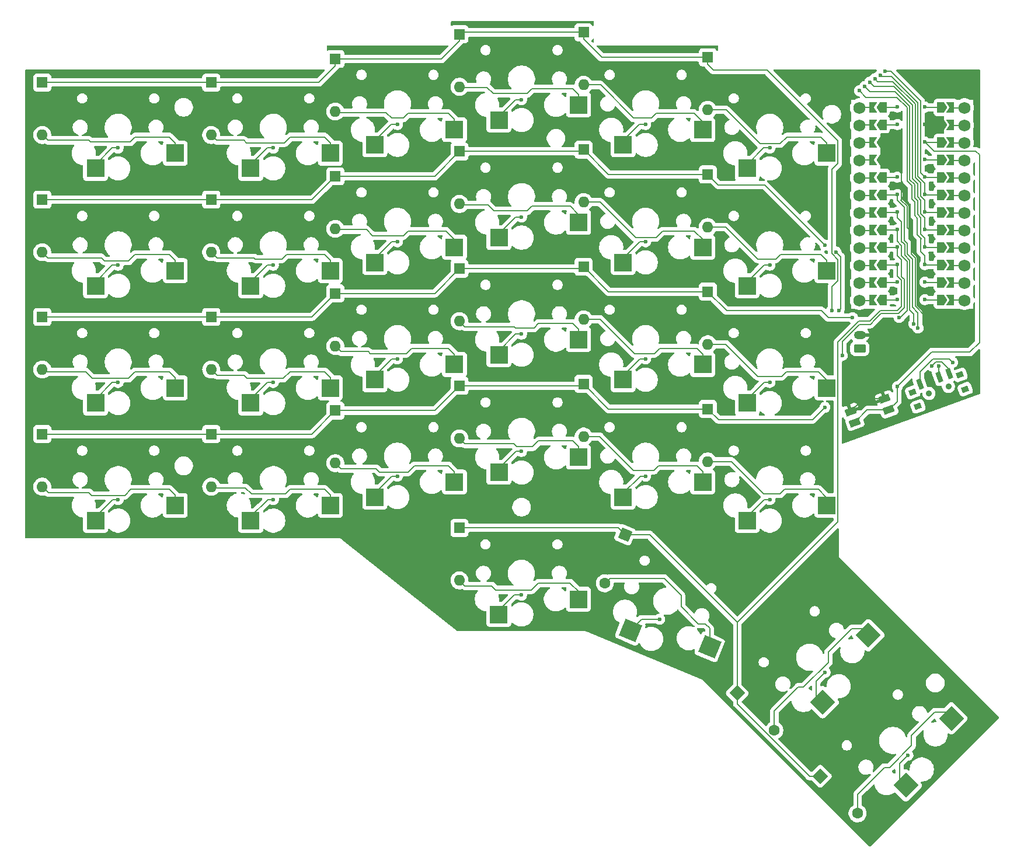
<source format=gbr>
%TF.GenerationSoftware,KiCad,Pcbnew,9.0.0*%
%TF.CreationDate,2025-03-18T17:15:54-04:00*%
%TF.ProjectId,skylight,736b796c-6967-4687-942e-6b696361645f,1.0*%
%TF.SameCoordinates,Original*%
%TF.FileFunction,Copper,L1,Top*%
%TF.FilePolarity,Positive*%
%FSLAX46Y46*%
G04 Gerber Fmt 4.6, Leading zero omitted, Abs format (unit mm)*
G04 Created by KiCad (PCBNEW 9.0.0) date 2025-03-18 17:15:54*
%MOMM*%
%LPD*%
G01*
G04 APERTURE LIST*
G04 Aperture macros list*
%AMRoundRect*
0 Rectangle with rounded corners*
0 $1 Rounding radius*
0 $2 $3 $4 $5 $6 $7 $8 $9 X,Y pos of 4 corners*
0 Add a 4 corners polygon primitive as box body*
4,1,4,$2,$3,$4,$5,$6,$7,$8,$9,$2,$3,0*
0 Add four circle primitives for the rounded corners*
1,1,$1+$1,$2,$3*
1,1,$1+$1,$4,$5*
1,1,$1+$1,$6,$7*
1,1,$1+$1,$8,$9*
0 Add four rect primitives between the rounded corners*
20,1,$1+$1,$2,$3,$4,$5,0*
20,1,$1+$1,$4,$5,$6,$7,0*
20,1,$1+$1,$6,$7,$8,$9,0*
20,1,$1+$1,$8,$9,$2,$3,0*%
%AMHorizOval*
0 Thick line with rounded ends*
0 $1 width*
0 $2 $3 position (X,Y) of the first rounded end (center of the circle)*
0 $4 $5 position (X,Y) of the second rounded end (center of the circle)*
0 Add line between two ends*
20,1,$1,$2,$3,$4,$5,0*
0 Add two circle primitives to create the rounded ends*
1,1,$1,$2,$3*
1,1,$1,$4,$5*%
%AMRotRect*
0 Rectangle, with rotation*
0 The origin of the aperture is its center*
0 $1 length*
0 $2 width*
0 $3 Rotation angle, in degrees counterclockwise*
0 Add horizontal line*
21,1,$1,$2,0,0,$3*%
%AMFreePoly0*
4,1,6,1.000000,0.000000,0.500000,-0.750000,-0.500000,-0.750000,-0.500000,0.750000,0.500000,0.750000,1.000000,0.000000,1.000000,0.000000,$1*%
%AMFreePoly1*
4,1,6,0.500000,-0.750000,-0.650000,-0.750000,-0.150000,0.000000,-0.650000,0.750000,0.500000,0.750000,0.500000,-0.750000,0.500000,-0.750000,$1*%
G04 Aperture macros list end*
%TA.AperFunction,ComponentPad*%
%ADD10R,1.600000X1.600000*%
%TD*%
%TA.AperFunction,ComponentPad*%
%ADD11O,1.600000X1.600000*%
%TD*%
%TA.AperFunction,SMDPad,CuDef*%
%ADD12FreePoly0,0.000000*%
%TD*%
%TA.AperFunction,SMDPad,CuDef*%
%ADD13FreePoly1,0.000000*%
%TD*%
%TA.AperFunction,SMDPad,CuDef*%
%ADD14R,2.600000X2.600000*%
%TD*%
%TA.AperFunction,SMDPad,CuDef*%
%ADD15FreePoly0,180.000000*%
%TD*%
%TA.AperFunction,SMDPad,CuDef*%
%ADD16FreePoly1,180.000000*%
%TD*%
%TA.AperFunction,ComponentPad*%
%ADD17RotRect,1.600000X1.600000X315.000000*%
%TD*%
%TA.AperFunction,ComponentPad*%
%ADD18HorizOval,1.600000X0.000000X0.000000X0.000000X0.000000X0*%
%TD*%
%TA.AperFunction,ComponentPad*%
%ADD19C,0.901700*%
%TD*%
%TA.AperFunction,SMDPad,CuDef*%
%ADD20RotRect,1.000760X0.800100X20.000000*%
%TD*%
%TA.AperFunction,SMDPad,CuDef*%
%ADD21RotRect,0.701040X1.501140X20.000000*%
%TD*%
%TA.AperFunction,SMDPad,CuDef*%
%ADD22RotRect,1.550000X1.000000X20.000000*%
%TD*%
%TA.AperFunction,ComponentPad*%
%ADD23C,1.752600*%
%TD*%
%TA.AperFunction,SMDPad,CuDef*%
%ADD24RotRect,2.600000X2.600000X337.500000*%
%TD*%
%TA.AperFunction,ComponentPad*%
%ADD25RotRect,1.600000X1.600000X247.500000*%
%TD*%
%TA.AperFunction,ComponentPad*%
%ADD26HorizOval,1.600000X0.000000X0.000000X0.000000X0.000000X0*%
%TD*%
%TA.AperFunction,ComponentPad*%
%ADD27RoundRect,0.250000X0.625000X-0.350000X0.625000X0.350000X-0.625000X0.350000X-0.625000X-0.350000X0*%
%TD*%
%TA.AperFunction,ComponentPad*%
%ADD28O,1.750000X1.200000*%
%TD*%
%TA.AperFunction,SMDPad,CuDef*%
%ADD29RotRect,2.600000X2.600000X45.000000*%
%TD*%
%TA.AperFunction,ViaPad*%
%ADD30C,0.600000*%
%TD*%
%TA.AperFunction,Conductor*%
%ADD31C,0.200000*%
%TD*%
G04 APERTURE END LIST*
D10*
%TO.P,D10,1,K*%
%TO.N,ROW2*%
X93000000Y-45400000D03*
D11*
%TO.P,D10,2,A*%
%TO.N,Net-(D10-A)*%
X93000000Y-53020000D03*
%TD*%
D12*
%TO.P,REF\u002A\u002A11,1*%
%TO.N,unconnected-(U1-NFC1{slash}P0.09-Pad13)*%
X162775000Y-66960000D03*
D13*
%TO.P,REF\u002A\u002A11,2*%
X164225000Y-66960000D03*
%TD*%
D14*
%TO.P,SW13,2,2*%
%TO.N,Net-(D13-A)*%
X51775000Y-79700000D03*
%TO.P,SW13,1,1*%
%TO.N,COL1*%
X40225000Y-81900000D03*
%TD*%
%TO.P,SW20,1,1*%
%TO.N,COL2*%
X62725000Y-98950000D03*
%TO.P,SW20,2,2*%
%TO.N,Net-(D20-A)*%
X74275000Y-96750000D03*
%TD*%
D10*
%TO.P,D19,1,K*%
%TO.N,ROW4*%
X32500000Y-86400000D03*
D11*
%TO.P,D19,2,A*%
%TO.N,Net-(D19-A)*%
X32500000Y-94020000D03*
%TD*%
D14*
%TO.P,SW21,1,1*%
%TO.N,COL3*%
X80725000Y-95550000D03*
%TO.P,SW21,2,2*%
%TO.N,Net-(D21-A)*%
X92275000Y-93350000D03*
%TD*%
D10*
%TO.P,D21,1,K*%
%TO.N,ROW4*%
X75000000Y-83000000D03*
D11*
%TO.P,D21,2,A*%
%TO.N,Net-(D21-A)*%
X75000000Y-90620000D03*
%TD*%
D14*
%TO.P,SW23,1,1*%
%TO.N,COL5*%
X116725000Y-95550000D03*
%TO.P,SW23,2,2*%
%TO.N,Net-(D23-A)*%
X128275000Y-93350000D03*
%TD*%
D10*
%TO.P,D20,1,K*%
%TO.N,ROW4*%
X57000000Y-86400000D03*
D11*
%TO.P,D20,2,A*%
%TO.N,Net-(D20-A)*%
X57000000Y-94020000D03*
%TD*%
D15*
%TO.P,REF\u002A\u002A2,1*%
%TO.N,unconnected-(U1-P1.04-Pad11)*%
X154425000Y-64380000D03*
D16*
%TO.P,REF\u002A\u002A2,2*%
X152975000Y-64380000D03*
%TD*%
D15*
%TO.P,REF\u002A\u002A6,1*%
%TO.N,ROW2*%
X154425000Y-54220000D03*
D16*
%TO.P,REF\u002A\u002A6,2*%
X152975000Y-54220000D03*
%TD*%
D14*
%TO.P,SW18,1,1*%
%TO.N,COL6*%
X134725000Y-81900000D03*
%TO.P,SW18,2,2*%
%TO.N,Net-(D18-A)*%
X146275000Y-79700000D03*
%TD*%
%TO.P,SW10,1,1*%
%TO.N,COL4*%
X98725000Y-57900000D03*
%TO.P,SW10,2,2*%
%TO.N,Net-(D10-A)*%
X110275000Y-55700000D03*
%TD*%
D10*
%TO.P,D18,1,K*%
%TO.N,ROW3*%
X129000000Y-65750000D03*
D11*
%TO.P,D18,2,A*%
%TO.N,Net-(D18-A)*%
X129000000Y-73370000D03*
%TD*%
D10*
%TO.P,D11,1,K*%
%TO.N,ROW2*%
X111000000Y-45130000D03*
D11*
%TO.P,D11,2,A*%
%TO.N,Net-(D11-A)*%
X111000000Y-52750000D03*
%TD*%
D10*
%TO.P,D14,1,K*%
%TO.N,ROW3*%
X57000000Y-69400000D03*
D11*
%TO.P,D14,2,A*%
%TO.N,Net-(D14-A)*%
X57000000Y-77020000D03*
%TD*%
D15*
%TO.P,REF\u002A\u002A7,1*%
%TO.N,ROW1*%
X154425000Y-51680000D03*
D16*
%TO.P,REF\u002A\u002A7,2*%
X152975000Y-51680000D03*
%TD*%
D14*
%TO.P,SW27,1,1*%
%TO.N,COL3*%
X98705000Y-112550000D03*
%TO.P,SW27,2,2*%
%TO.N,Net-(D27-A)*%
X110255000Y-110350000D03*
%TD*%
D10*
%TO.P,D1,1,K*%
%TO.N,ROW1*%
X32500000Y-35400000D03*
D11*
%TO.P,D1,2,A*%
%TO.N,Net-(D1-A)*%
X32500000Y-43020000D03*
%TD*%
D14*
%TO.P,SW6,1,1*%
%TO.N,COL6*%
X134725000Y-47850000D03*
%TO.P,SW6,2,2*%
%TO.N,Net-(D6-A)*%
X146275000Y-45650000D03*
%TD*%
D10*
%TO.P,D22,1,K*%
%TO.N,ROW4*%
X93000000Y-79400000D03*
D11*
%TO.P,D22,2,A*%
%TO.N,Net-(D22-A)*%
X93000000Y-87020000D03*
%TD*%
D14*
%TO.P,SW19,1,1*%
%TO.N,COL1*%
X40225000Y-98950000D03*
%TO.P,SW19,2,2*%
%TO.N,Net-(D19-A)*%
X51775000Y-96750000D03*
%TD*%
D15*
%TO.P,REF\u002A\u002A11,1*%
%TO.N,unconnected-(U1-RX1{slash}P0.08-Pad2)*%
X154425000Y-41520000D03*
D16*
%TO.P,REF\u002A\u002A11,2*%
X152975000Y-41520000D03*
%TD*%
D15*
%TO.P,REF\u002A\u002A1,1*%
%TO.N,unconnected-(U1-P1.06-Pad12)*%
X154425000Y-66920000D03*
D16*
%TO.P,REF\u002A\u002A1,2*%
X152975000Y-66920000D03*
%TD*%
D10*
%TO.P,D4,1,K*%
%TO.N,ROW1*%
X93000000Y-28400000D03*
D11*
%TO.P,D4,2,A*%
%TO.N,Net-(D4-A)*%
X93000000Y-36020000D03*
%TD*%
D10*
%TO.P,D5,1,K*%
%TO.N,ROW1*%
X111000000Y-28130000D03*
D11*
%TO.P,D5,2,A*%
%TO.N,Net-(D5-A)*%
X111000000Y-35750000D03*
%TD*%
D12*
%TO.P,REF\u002A\u002A4,1*%
%TO.N,unconnected-(U1-VCC-Pad21)*%
X162775000Y-46640000D03*
D13*
%TO.P,REF\u002A\u002A4,2*%
X164225000Y-46640000D03*
%TD*%
D14*
%TO.P,SW16,1,1*%
%TO.N,COL4*%
X98725000Y-74900000D03*
%TO.P,SW16,2,2*%
%TO.N,Net-(D16-A)*%
X110275000Y-72700000D03*
%TD*%
D10*
%TO.P,D24,1,K*%
%TO.N,ROW4*%
X129000000Y-82750000D03*
D11*
%TO.P,D24,2,A*%
%TO.N,Net-(D24-A)*%
X129000000Y-90370000D03*
%TD*%
D10*
%TO.P,D2,1,K*%
%TO.N,ROW1*%
X57000000Y-35400000D03*
D11*
%TO.P,D2,2,A*%
%TO.N,Net-(D2-A)*%
X57000000Y-43020000D03*
%TD*%
D14*
%TO.P,SW17,1,1*%
%TO.N,COL5*%
X116725000Y-78500000D03*
%TO.P,SW17,2,2*%
%TO.N,Net-(D17-A)*%
X128275000Y-76300000D03*
%TD*%
D12*
%TO.P,REF\u002A\u002A11,1*%
%TO.N,unconnected-(U1-NFC2{slash}P0.10-Pad14)*%
X162775000Y-64420000D03*
D13*
%TO.P,REF\u002A\u002A11,2*%
X164225000Y-64420000D03*
%TD*%
D15*
%TO.P,REF\u002A\u002A8,1*%
%TO.N,unconnected-(U1-P0.17-Pad5)*%
X154425000Y-49140000D03*
D16*
%TO.P,REF\u002A\u002A8,2*%
X152975000Y-49140000D03*
%TD*%
D10*
%TO.P,D8,1,K*%
%TO.N,ROW2*%
X57000000Y-52400000D03*
D11*
%TO.P,D8,2,A*%
%TO.N,Net-(D8-A)*%
X57000000Y-60020000D03*
%TD*%
D14*
%TO.P,SW24,1,1*%
%TO.N,COL6*%
X134725000Y-98950000D03*
%TO.P,SW24,2,2*%
%TO.N,Net-(D24-A)*%
X146275000Y-96750000D03*
%TD*%
D17*
%TO.P,D29,1,K*%
%TO.N,ROW5*%
X133280118Y-123963941D03*
D18*
%TO.P,D29,2,A*%
%TO.N,Net-(D29-A)*%
X138668272Y-129352095D03*
%TD*%
D19*
%TO.P,SW25,*%
%TO.N,*%
X161089390Y-80513420D03*
X163910610Y-79486580D03*
D20*
%TO.P,SW25,0*%
%TO.N,N/C*%
X158727861Y-80307960D03*
X159480182Y-82374945D03*
X165587579Y-77811227D03*
X166339900Y-79878212D03*
D21*
%TO.P,SW25,1,A*%
%TO.N,unconnected-(SW25-A-Pad1)*%
X159786722Y-79125177D03*
%TO.P,SW25,2,B*%
%TO.N,BAT_3.7V*%
X162605556Y-78099206D03*
%TO.P,SW25,3,C*%
%TO.N,Net-(J2-Pin_1)*%
X164016166Y-77585786D03*
%TD*%
D10*
%TO.P,D13,1,K*%
%TO.N,ROW3*%
X32500000Y-69400000D03*
D11*
%TO.P,D13,2,A*%
%TO.N,Net-(D13-A)*%
X32500000Y-77020000D03*
%TD*%
D22*
%TO.P,SW51,1,1*%
%TO.N,RESET*%
X155257410Y-82900936D03*
X150324024Y-84696542D03*
%TO.P,SW51,2,2*%
%TO.N,GND*%
X154675976Y-81303458D03*
X149742590Y-83099064D03*
%TD*%
D10*
%TO.P,D12,1,K*%
%TO.N,ROW2*%
X129000000Y-48740000D03*
D11*
%TO.P,D12,2,A*%
%TO.N,Net-(D12-A)*%
X129000000Y-56360000D03*
%TD*%
D14*
%TO.P,SW12,1,1*%
%TO.N,COL6*%
X134725000Y-64900000D03*
%TO.P,SW12,2,2*%
%TO.N,Net-(D12-A)*%
X146275000Y-62700000D03*
%TD*%
D23*
%TO.P,U1,1,TX0/P0.06*%
%TO.N,unconnected-(U1-TX0{slash}P0.06-Pad1)*%
X151000000Y-39060000D03*
%TO.P,U1,2,RX1/P0.08*%
%TO.N,unconnected-(U1-RX1{slash}P0.08-Pad2)*%
X151000000Y-41600000D03*
%TO.P,U1,3,GND*%
%TO.N,GND*%
X151000000Y-44140000D03*
%TO.P,U1,4,GND*%
X151000000Y-46680000D03*
%TO.P,U1,5,P0.17*%
%TO.N,unconnected-(U1-P0.17-Pad5)*%
X151000000Y-49220000D03*
%TO.P,U1,6,P0.20*%
%TO.N,ROW1*%
X151000000Y-51760000D03*
%TO.P,U1,7,P0.22*%
%TO.N,ROW2*%
X151000000Y-54300000D03*
%TO.P,U1,8,P0.24*%
%TO.N,ROW3*%
X151000000Y-56840000D03*
%TO.P,U1,9,P1.00*%
%TO.N,ROW4*%
X151000000Y-59380000D03*
%TO.P,U1,10,P0.11*%
%TO.N,ROW5*%
X151000000Y-61920000D03*
%TO.P,U1,11,P1.04*%
%TO.N,unconnected-(U1-P1.04-Pad11)*%
X151000000Y-64460000D03*
%TO.P,U1,12,P1.06*%
%TO.N,unconnected-(U1-P1.06-Pad12)*%
X151000000Y-67000000D03*
%TO.P,U1,13,NFC1/P0.09*%
%TO.N,unconnected-(U1-NFC1{slash}P0.09-Pad13)*%
X166240000Y-67000000D03*
%TO.P,U1,14,NFC2/P0.10*%
%TO.N,unconnected-(U1-NFC2{slash}P0.10-Pad14)*%
X166240000Y-64460000D03*
%TO.P,U1,15,P1.11*%
%TO.N,COL6*%
X166240000Y-61920000D03*
%TO.P,U1,16,P1.13*%
%TO.N,COL5*%
X166240000Y-59380000D03*
%TO.P,U1,17,P1.15*%
%TO.N,COL4*%
X166240000Y-56840000D03*
%TO.P,U1,18,AIN0/P0.02*%
%TO.N,COL3*%
X166240000Y-54300000D03*
%TO.P,U1,19,AIN5/P0.29*%
%TO.N,COL2*%
X166240000Y-51760000D03*
%TO.P,U1,20,AIN7/P0.31*%
%TO.N,COL1*%
X166240000Y-49220000D03*
%TO.P,U1,21,VCC*%
%TO.N,unconnected-(U1-VCC-Pad21)*%
X166240000Y-46680000D03*
%TO.P,U1,22,RST*%
%TO.N,RESET*%
X166240000Y-44140000D03*
%TO.P,U1,23,GND*%
%TO.N,GND*%
X166240000Y-41600000D03*
%TO.P,U1,24,BATIN/P0.04*%
%TO.N,BAT_3.7V*%
X166240000Y-39060000D03*
%TD*%
D14*
%TO.P,SW8,1,1*%
%TO.N,COL2*%
X62725000Y-64900000D03*
%TO.P,SW8,2,2*%
%TO.N,Net-(D8-A)*%
X74275000Y-62700000D03*
%TD*%
%TO.P,SW9,1,1*%
%TO.N,COL3*%
X80725000Y-61500000D03*
%TO.P,SW9,2,2*%
%TO.N,Net-(D9-A)*%
X92275000Y-59300000D03*
%TD*%
D15*
%TO.P,REF\u002A\u002A,1*%
%TO.N,unconnected-(U1-TX0{slash}P0.06-Pad1)*%
X154425000Y-38980000D03*
D16*
%TO.P,REF\u002A\u002A,2*%
X152975000Y-38980000D03*
%TD*%
D10*
%TO.P,D9,1,K*%
%TO.N,ROW2*%
X75000000Y-49000000D03*
D11*
%TO.P,D9,2,A*%
%TO.N,Net-(D9-A)*%
X75000000Y-56620000D03*
%TD*%
D15*
%TO.P,REF\u002A\u002A3,1*%
%TO.N,ROW5*%
X154425000Y-61840000D03*
D16*
%TO.P,REF\u002A\u002A3,2*%
X152975000Y-61840000D03*
%TD*%
D24*
%TO.P,SW28,1,1*%
%TO.N,COL4*%
X117767406Y-114865830D03*
%TO.P,SW28,2,2*%
%TO.N,Net-(D28-A)*%
X129280118Y-117253289D03*
%TD*%
D10*
%TO.P,D15,1,K*%
%TO.N,ROW3*%
X75000000Y-66000000D03*
D11*
%TO.P,D15,2,A*%
%TO.N,Net-(D15-A)*%
X75000000Y-73620000D03*
%TD*%
D14*
%TO.P,SW5,1,1*%
%TO.N,COL5*%
X116725000Y-44450000D03*
%TO.P,SW5,2,2*%
%TO.N,Net-(D5-A)*%
X128275000Y-42250000D03*
%TD*%
D15*
%TO.P,REF\u002A\u002A10,1*%
%TO.N,GND*%
X154425000Y-44060000D03*
D16*
%TO.P,REF\u002A\u002A10,2*%
X152975000Y-44060000D03*
%TD*%
D12*
%TO.P,REF\u002A\u002A10,1*%
%TO.N,COL6*%
X162775000Y-61880000D03*
D13*
%TO.P,REF\u002A\u002A10,2*%
X164225000Y-61880000D03*
%TD*%
D14*
%TO.P,SW11,1,1*%
%TO.N,COL5*%
X116725000Y-61500000D03*
%TO.P,SW11,2,2*%
%TO.N,Net-(D11-A)*%
X128275000Y-59300000D03*
%TD*%
D12*
%TO.P,REF\u002A\u002A2,1*%
%TO.N,GND*%
X162775000Y-41560000D03*
D13*
%TO.P,REF\u002A\u002A2,2*%
X164225000Y-41560000D03*
%TD*%
D14*
%TO.P,SW7,1,1*%
%TO.N,COL1*%
X40225000Y-64900000D03*
%TO.P,SW7,2,2*%
%TO.N,Net-(D7-A)*%
X51775000Y-62700000D03*
%TD*%
D15*
%TO.P,REF\u002A\u002A5,1*%
%TO.N,ROW3*%
X154425000Y-56760000D03*
D16*
%TO.P,REF\u002A\u002A5,2*%
X152975000Y-56760000D03*
%TD*%
D15*
%TO.P,REF\u002A\u002A9,1*%
%TO.N,GND*%
X154425000Y-46600000D03*
D16*
%TO.P,REF\u002A\u002A9,2*%
X152975000Y-46600000D03*
%TD*%
D14*
%TO.P,SW2,1,1*%
%TO.N,COL2*%
X62725000Y-47850000D03*
%TO.P,SW2,2,2*%
%TO.N,Net-(D2-A)*%
X74275000Y-45650000D03*
%TD*%
%TO.P,SW3,1,1*%
%TO.N,COL3*%
X80725000Y-44450000D03*
%TO.P,SW3,2,2*%
%TO.N,Net-(D3-A)*%
X92275000Y-42250000D03*
%TD*%
%TO.P,SW15,1,1*%
%TO.N,COL3*%
X80725000Y-78500000D03*
%TO.P,SW15,2,2*%
%TO.N,Net-(D15-A)*%
X92275000Y-76300000D03*
%TD*%
%TO.P,SW4,1,1*%
%TO.N,COL4*%
X98725000Y-40850000D03*
%TO.P,SW4,2,2*%
%TO.N,Net-(D4-A)*%
X110275000Y-38650000D03*
%TD*%
D10*
%TO.P,D16,1,K*%
%TO.N,ROW3*%
X93000000Y-62400000D03*
D11*
%TO.P,D16,2,A*%
%TO.N,Net-(D16-A)*%
X93000000Y-70020000D03*
%TD*%
D14*
%TO.P,SW22,1,1*%
%TO.N,COL4*%
X98725000Y-91950000D03*
%TO.P,SW22,2,2*%
%TO.N,Net-(D22-A)*%
X110275000Y-89750000D03*
%TD*%
%TO.P,SW1,1,1*%
%TO.N,COL1*%
X40225000Y-47850000D03*
%TO.P,SW1,2,2*%
%TO.N,Net-(D1-A)*%
X51775000Y-45650000D03*
%TD*%
D25*
%TO.P,D28,1,K*%
%TO.N,ROW5*%
X117000000Y-101000000D03*
D26*
%TO.P,D28,2,A*%
%TO.N,Net-(D28-A)*%
X114083952Y-108039962D03*
%TD*%
D12*
%TO.P,REF\u002A\u002A1,1*%
%TO.N,BAT_3.7V*%
X162775000Y-39020000D03*
D13*
%TO.P,REF\u002A\u002A1,2*%
X164225000Y-39020000D03*
%TD*%
D15*
%TO.P,REF\u002A\u002A4,1*%
%TO.N,ROW4*%
X154425000Y-59300000D03*
D16*
%TO.P,REF\u002A\u002A4,2*%
X152975000Y-59300000D03*
%TD*%
D12*
%TO.P,REF\u002A\u002A5,1*%
%TO.N,COL1*%
X162775000Y-49180000D03*
D13*
%TO.P,REF\u002A\u002A5,2*%
X164225000Y-49180000D03*
%TD*%
D14*
%TO.P,SW14,1,1*%
%TO.N,COL2*%
X62725000Y-81900000D03*
%TO.P,SW14,2,2*%
%TO.N,Net-(D14-A)*%
X74275000Y-79700000D03*
%TD*%
D27*
%TO.P,J2,1,Pin_1*%
%TO.N,Net-(J2-Pin_1)*%
X151050000Y-74000000D03*
D28*
%TO.P,J2,2,Pin_2*%
%TO.N,GND*%
X151050000Y-72000000D03*
%TD*%
D29*
%TO.P,SW29,1,1*%
%TO.N,COL5*%
X145671629Y-125287001D03*
%TO.P,SW29,2,2*%
%TO.N,Net-(D29-A)*%
X152283077Y-115564283D03*
%TD*%
%TO.P,SW30,1,1*%
%TO.N,COL6*%
X157732575Y-137355752D03*
%TO.P,SW30,2,2*%
%TO.N,Net-(D30-A)*%
X164344023Y-127633034D03*
%TD*%
D12*
%TO.P,REF\u002A\u002A6,1*%
%TO.N,COL2*%
X162775000Y-51720000D03*
D13*
%TO.P,REF\u002A\u002A6,2*%
X164225000Y-51720000D03*
%TD*%
D10*
%TO.P,D23,1,K*%
%TO.N,ROW4*%
X111000000Y-79130000D03*
D11*
%TO.P,D23,2,A*%
%TO.N,Net-(D23-A)*%
X111000000Y-86750000D03*
%TD*%
D17*
%TO.P,D30,1,K*%
%TO.N,ROW5*%
X145336042Y-136019865D03*
D18*
%TO.P,D30,2,A*%
%TO.N,Net-(D30-A)*%
X150724196Y-141408019D03*
%TD*%
D10*
%TO.P,D27,1,K*%
%TO.N,ROW5*%
X93000000Y-100000000D03*
D11*
%TO.P,D27,2,A*%
%TO.N,Net-(D27-A)*%
X93000000Y-107620000D03*
%TD*%
D12*
%TO.P,REF\u002A\u002A7,1*%
%TO.N,COL3*%
X162775000Y-54260000D03*
D13*
%TO.P,REF\u002A\u002A7,2*%
X164225000Y-54260000D03*
%TD*%
D10*
%TO.P,D7,1,K*%
%TO.N,ROW2*%
X32500000Y-52400000D03*
D11*
%TO.P,D7,2,A*%
%TO.N,Net-(D7-A)*%
X32500000Y-60020000D03*
%TD*%
D12*
%TO.P,REF\u002A\u002A8,1*%
%TO.N,COL4*%
X162775000Y-56800000D03*
D13*
%TO.P,REF\u002A\u002A8,2*%
X164225000Y-56800000D03*
%TD*%
D10*
%TO.P,D6,1,K*%
%TO.N,ROW1*%
X129000000Y-31750000D03*
D11*
%TO.P,D6,2,A*%
%TO.N,Net-(D6-A)*%
X129000000Y-39370000D03*
%TD*%
D10*
%TO.P,D3,1,K*%
%TO.N,ROW1*%
X75000000Y-32000000D03*
D11*
%TO.P,D3,2,A*%
%TO.N,Net-(D3-A)*%
X75000000Y-39620000D03*
%TD*%
D12*
%TO.P,REF\u002A\u002A9,1*%
%TO.N,COL5*%
X162775000Y-59340000D03*
D13*
%TO.P,REF\u002A\u002A9,2*%
X164225000Y-59340000D03*
%TD*%
D10*
%TO.P,D17,1,K*%
%TO.N,ROW3*%
X111000000Y-62130000D03*
D11*
%TO.P,D17,2,A*%
%TO.N,Net-(D17-A)*%
X111000000Y-69750000D03*
%TD*%
D12*
%TO.P,REF\u002A\u002A3,1*%
%TO.N,RESET*%
X162775000Y-44100000D03*
D13*
%TO.P,REF\u002A\u002A3,2*%
X164225000Y-44100000D03*
%TD*%
D19*
%TO.P,SW25,*%
%TO.N,*%
X163910610Y-79486580D03*
X161089390Y-80513420D03*
%TD*%
D30*
%TO.N,COL1*%
X43500000Y-61900000D03*
X43500000Y-95900000D03*
X154750000Y-33800000D03*
X43500000Y-44900000D03*
X43500000Y-78900000D03*
X160500000Y-49120000D03*
%TO.N,COL2*%
X66000000Y-44900000D03*
X160500000Y-51660000D03*
X66000000Y-95900000D03*
X154000000Y-34350000D03*
X66000000Y-61900000D03*
X66000000Y-78900000D03*
%TO.N,COL3*%
X84000000Y-75500000D03*
X102000000Y-109750000D03*
X160500000Y-54200000D03*
X84000000Y-58500000D03*
X84000000Y-92500000D03*
X84000000Y-41500000D03*
X153250000Y-34850000D03*
%TO.N,COL4*%
X102000000Y-37900000D03*
X160500000Y-56740000D03*
X102000000Y-54900000D03*
X102000000Y-88900000D03*
X102000000Y-71900000D03*
X152500000Y-35350000D03*
X122030118Y-113253289D03*
%TO.N,COL5*%
X160500000Y-59280000D03*
X146030118Y-120963941D03*
X120000000Y-41500000D03*
X151750000Y-36000000D03*
X120000000Y-92500000D03*
X120000000Y-75500000D03*
X120000000Y-58500000D03*
%TO.N,COL6*%
X158030118Y-132963941D03*
X160500000Y-61820000D03*
X138000000Y-95900000D03*
X138000000Y-44900000D03*
X138000000Y-78900000D03*
X151000000Y-36600000D03*
X138000000Y-61900000D03*
%TO.N,ROW1*%
X156500000Y-51660000D03*
X159500000Y-71000000D03*
X147000000Y-68500000D03*
%TO.N,ROW2*%
X146000000Y-59000000D03*
X147612765Y-59987235D03*
X158900000Y-70400000D03*
X148000000Y-68500000D03*
X156500000Y-54200000D03*
%TO.N,ROW3*%
X156750000Y-69500000D03*
X156500000Y-56740000D03*
X150000000Y-69500000D03*
%TO.N,ROW4*%
X146000000Y-82500000D03*
X156500000Y-59280000D03*
X148500000Y-75000000D03*
%TO.N,ROW5*%
X156500000Y-61820000D03*
%TO.N,GND*%
X156500000Y-44040000D03*
X151500000Y-78500000D03*
X160500000Y-72000000D03*
X156500000Y-46580000D03*
X160500000Y-41500000D03*
%TO.N,Net-(J2-Pin_1)*%
X161500000Y-76500000D03*
%TO.N,unconnected-(U1-RX1{slash}P0.08-Pad2)*%
X156500000Y-41500000D03*
%TO.N,unconnected-(U1-P1.04-Pad11)*%
X156500000Y-64360000D03*
%TO.N,BAT_3.7V*%
X160500000Y-38960000D03*
X162500000Y-76500000D03*
%TO.N,unconnected-(U1-TX0{slash}P0.06-Pad1)*%
X156500000Y-38960000D03*
%TO.N,unconnected-(U1-NFC1{slash}P0.09-Pad13)*%
X160500000Y-66900000D03*
%TO.N,unconnected-(U1-P1.06-Pad12)*%
X156500000Y-66900000D03*
%TO.N,unconnected-(U1-P0.17-Pad5)*%
X156500000Y-49120000D03*
%TO.N,RESET*%
X156500000Y-79500000D03*
X160500000Y-44040000D03*
%TO.N,unconnected-(U1-VCC-Pad21)*%
X160500000Y-46580000D03*
%TO.N,unconnected-(SW25-A-Pad1)*%
X164500000Y-76000000D03*
%TO.N,unconnected-(U1-NFC2{slash}P0.10-Pad14)*%
X160500000Y-64360000D03*
%TD*%
D31*
%TO.N,Net-(D1-A)*%
X51775000Y-45650000D02*
X51775000Y-44150000D01*
X51775000Y-44150000D02*
X50924000Y-43299000D01*
X33279000Y-43799000D02*
X32500000Y-43020000D01*
X39266709Y-43799000D02*
X33279000Y-43799000D01*
X50924000Y-43299000D02*
X45958164Y-43299000D01*
X39474873Y-44007164D02*
X39266709Y-43799000D01*
X45958164Y-43299000D02*
X45250000Y-44007164D01*
X45250000Y-44007164D02*
X39474873Y-44007164D01*
%TO.N,Net-(D2-A)*%
X74275000Y-44150000D02*
X73424000Y-43299000D01*
X61766709Y-43799000D02*
X57779000Y-43799000D01*
X57779000Y-43799000D02*
X57000000Y-43020000D01*
X62108854Y-44141146D02*
X61766709Y-43799000D01*
X67616018Y-44141146D02*
X62108854Y-44141146D01*
X74275000Y-45650000D02*
X74275000Y-44150000D01*
X73424000Y-43299000D02*
X68458164Y-43299000D01*
X68458164Y-43299000D02*
X67616018Y-44141146D01*
%TO.N,Net-(D3-A)*%
X84855558Y-40565500D02*
X83144442Y-40565500D01*
X75130000Y-39750000D02*
X75000000Y-39620000D01*
X83144442Y-40565500D02*
X82328942Y-39750000D01*
X82328942Y-39750000D02*
X75130000Y-39750000D01*
X92275000Y-42250000D02*
X92275000Y-40750000D01*
X92275000Y-40750000D02*
X91424000Y-39899000D01*
X91424000Y-39899000D02*
X85522058Y-39899000D01*
X85522058Y-39899000D02*
X84855558Y-40565500D01*
%TO.N,Net-(D4-A)*%
X109424000Y-36299000D02*
X103522058Y-36299000D01*
X103522058Y-36299000D02*
X102821058Y-37000000D01*
X110275000Y-37150000D02*
X109424000Y-36299000D01*
X110275000Y-38650000D02*
X110275000Y-37150000D01*
X102821058Y-37000000D02*
X97895943Y-37000000D01*
X97895943Y-37000000D02*
X96997843Y-36101900D01*
X93081900Y-36101900D02*
X93000000Y-36020000D01*
X96997843Y-36101900D02*
X93081900Y-36101900D01*
%TO.N,Net-(D5-A)*%
X128275000Y-42250000D02*
X128275000Y-41132164D01*
X127041836Y-39899000D02*
X121522058Y-39899000D01*
X118265243Y-40565500D02*
X113449743Y-35750000D01*
X120855558Y-40565500D02*
X118265243Y-40565500D01*
X121522058Y-39899000D02*
X120855558Y-40565500D01*
X113449743Y-35750000D02*
X111000000Y-35750000D01*
X128275000Y-41132164D02*
X127041836Y-39899000D01*
%TO.N,Net-(D6-A)*%
X140458164Y-43299000D02*
X139458164Y-44299000D01*
X145424000Y-43299000D02*
X140458164Y-43299000D01*
X139458164Y-44299000D02*
X136598743Y-44299000D01*
X136598743Y-44299000D02*
X131669743Y-39370000D01*
X146275000Y-45650000D02*
X146275000Y-44150000D01*
X146275000Y-44150000D02*
X145424000Y-43299000D01*
X131669743Y-39370000D02*
X129000000Y-39370000D01*
%TO.N,Net-(D7-A)*%
X45008164Y-61299000D02*
X45958164Y-60349000D01*
X45958164Y-60349000D02*
X50924000Y-60349000D01*
X41549000Y-61299000D02*
X45008164Y-61299000D01*
X33299999Y-60819999D02*
X41069999Y-60819999D01*
X32500000Y-60020000D02*
X33299999Y-60819999D01*
X51775000Y-61200000D02*
X51775000Y-62700000D01*
X50924000Y-60349000D02*
X51775000Y-61200000D01*
X41069999Y-60819999D02*
X41549000Y-61299000D01*
%TO.N,Net-(D8-A)*%
X67901000Y-60349000D02*
X67234500Y-61015500D01*
X63402209Y-61015500D02*
X63235709Y-60849000D01*
X63235709Y-60849000D02*
X57829000Y-60849000D01*
X74275000Y-62700000D02*
X74275000Y-61200000D01*
X73424000Y-60349000D02*
X67901000Y-60349000D01*
X67234500Y-61015500D02*
X63402209Y-61015500D01*
X57829000Y-60849000D02*
X57000000Y-60020000D01*
X74275000Y-61200000D02*
X73424000Y-60349000D01*
%TO.N,Net-(D9-A)*%
X80365500Y-57615500D02*
X79501900Y-56751900D01*
X91041836Y-56949000D02*
X85522058Y-56949000D01*
X75131900Y-56751900D02*
X75000000Y-56620000D01*
X92275000Y-58182164D02*
X91041836Y-56949000D01*
X92275000Y-59300000D02*
X92275000Y-58182164D01*
X84855558Y-57615500D02*
X80365500Y-57615500D01*
X79501900Y-56751900D02*
X75131900Y-56751900D01*
X85522058Y-56949000D02*
X84855558Y-57615500D01*
%TO.N,Net-(D10-A)*%
X93131900Y-53151900D02*
X93000000Y-53020000D01*
X109041836Y-53349000D02*
X103522058Y-53349000D01*
X102855558Y-54015500D02*
X98015500Y-54015500D01*
X110275000Y-54582164D02*
X109041836Y-53349000D01*
X110275000Y-55700000D02*
X110275000Y-54582164D01*
X97151900Y-53151900D02*
X93131900Y-53151900D01*
X98015500Y-54015500D02*
X97151900Y-53151900D01*
X103522058Y-53349000D02*
X102855558Y-54015500D01*
%TO.N,Net-(D11-A)*%
X127041836Y-56949000D02*
X122458164Y-56949000D01*
X128275000Y-59300000D02*
X128275000Y-58182164D01*
X113399743Y-52750000D02*
X111000000Y-52750000D01*
X122458164Y-56949000D02*
X121508164Y-57899000D01*
X128275000Y-58182164D02*
X127041836Y-56949000D01*
X121508164Y-57899000D02*
X118548743Y-57899000D01*
X118548743Y-57899000D02*
X113399743Y-52750000D01*
%TO.N,Net-(D12-A)*%
X136265243Y-61015500D02*
X131609743Y-56360000D01*
X131609743Y-56360000D02*
X129000000Y-56360000D01*
X146275000Y-62700000D02*
X146275000Y-61200000D01*
X139522058Y-60349000D02*
X138855558Y-61015500D01*
X146275000Y-61200000D02*
X145424000Y-60349000D01*
X138855558Y-61015500D02*
X136265243Y-61015500D01*
X145424000Y-60349000D02*
X139522058Y-60349000D01*
%TO.N,Net-(D13-A)*%
X51775000Y-78200000D02*
X50924000Y-77349000D01*
X38768709Y-77351000D02*
X32831000Y-77351000D01*
X32831000Y-77351000D02*
X32500000Y-77020000D01*
X39716709Y-78299000D02*
X38768709Y-77351000D01*
X51775000Y-79700000D02*
X51775000Y-78200000D01*
X45958164Y-77349000D02*
X45008164Y-78299000D01*
X45008164Y-78299000D02*
X39716709Y-78299000D01*
X50924000Y-77349000D02*
X45958164Y-77349000D01*
%TO.N,Net-(D14-A)*%
X74275000Y-78200000D02*
X73424000Y-77349000D01*
X61766709Y-77849000D02*
X57829000Y-77849000D01*
X57829000Y-77849000D02*
X57000000Y-77020000D01*
X68400943Y-77349000D02*
X67450943Y-78299000D01*
X73424000Y-77349000D02*
X68400943Y-77349000D01*
X74275000Y-79700000D02*
X74275000Y-78200000D01*
X67450943Y-78299000D02*
X62216709Y-78299000D01*
X62216709Y-78299000D02*
X61766709Y-77849000D01*
%TO.N,Net-(D15-A)*%
X79766709Y-74449000D02*
X75829000Y-74449000D01*
X92275000Y-76300000D02*
X92275000Y-74800000D01*
X86051000Y-73949000D02*
X85283855Y-74716145D01*
X75829000Y-74449000D02*
X75000000Y-73620000D01*
X80033854Y-74716145D02*
X79766709Y-74449000D01*
X92275000Y-74800000D02*
X91424000Y-73949000D01*
X85283855Y-74716145D02*
X80033854Y-74716145D01*
X91424000Y-73949000D02*
X86051000Y-73949000D01*
%TO.N,Net-(D16-A)*%
X104458164Y-70349000D02*
X109424000Y-70349000D01*
X103791664Y-71015500D02*
X104458164Y-70349000D01*
X93000000Y-70020000D02*
X93799999Y-70819999D01*
X100948941Y-70819999D02*
X101144442Y-71015500D01*
X93799999Y-70819999D02*
X100948941Y-70819999D01*
X101144442Y-71015500D02*
X103791664Y-71015500D01*
X110275000Y-71200000D02*
X110275000Y-72700000D01*
X109424000Y-70349000D02*
X110275000Y-71200000D01*
%TO.N,Net-(D17-A)*%
X118365888Y-74716145D02*
X113399743Y-69750000D01*
X113399743Y-69750000D02*
X111000000Y-69750000D01*
X128275000Y-74800000D02*
X127424000Y-73949000D01*
X122051000Y-73949000D02*
X121283855Y-74716145D01*
X128275000Y-76300000D02*
X128275000Y-74800000D01*
X121283855Y-74716145D02*
X118365888Y-74716145D01*
X127424000Y-73949000D02*
X122051000Y-73949000D01*
%TO.N,Net-(D18-A)*%
X146275000Y-78582164D02*
X145041836Y-77349000D01*
X140401000Y-77349000D02*
X139734500Y-78015500D01*
X145041836Y-77349000D02*
X140401000Y-77349000D01*
X139734500Y-78015500D02*
X136265243Y-78015500D01*
X146275000Y-79700000D02*
X146275000Y-78582164D01*
X131619743Y-73370000D02*
X129000000Y-73370000D01*
X136265243Y-78015500D02*
X131619743Y-73370000D01*
%TO.N,Net-(D19-A)*%
X45353057Y-94399000D02*
X44453057Y-95299000D01*
X50924000Y-94399000D02*
X45353057Y-94399000D01*
X51775000Y-96750000D02*
X51775000Y-95250000D01*
X39266709Y-94899000D02*
X33379000Y-94899000D01*
X39666709Y-95299000D02*
X39266709Y-94899000D01*
X33379000Y-94899000D02*
X32500000Y-94020000D01*
X44453057Y-95299000D02*
X39666709Y-95299000D01*
X51775000Y-95250000D02*
X50924000Y-94399000D01*
%TO.N,Net-(D20-A)*%
X67791664Y-95065500D02*
X62815500Y-95065500D01*
X57181900Y-94201900D02*
X57000000Y-94020000D01*
X74275000Y-95250000D02*
X73424000Y-94399000D01*
X73424000Y-94399000D02*
X68458164Y-94399000D01*
X62815500Y-95065500D02*
X61951900Y-94201900D01*
X74275000Y-96750000D02*
X74275000Y-95250000D01*
X61951900Y-94201900D02*
X57181900Y-94201900D01*
X68458164Y-94399000D02*
X67791664Y-95065500D01*
%TO.N,Net-(D21-A)*%
X86458164Y-90999000D02*
X91424000Y-90999000D01*
X80919999Y-91419999D02*
X81399000Y-91899000D01*
X75799999Y-91419999D02*
X80919999Y-91419999D01*
X85558164Y-91899000D02*
X86458164Y-90999000D01*
X92275000Y-91850000D02*
X92275000Y-93350000D01*
X81399000Y-91899000D02*
X85558164Y-91899000D01*
X91424000Y-90999000D02*
X92275000Y-91850000D01*
X75000000Y-90620000D02*
X75799999Y-91419999D01*
%TO.N,Net-(D22-A)*%
X110275000Y-88250000D02*
X110275000Y-89750000D01*
X109424000Y-87399000D02*
X110275000Y-88250000D01*
X93799999Y-87819999D02*
X100898941Y-87819999D01*
X104458164Y-87399000D02*
X109424000Y-87399000D01*
X93000000Y-87020000D02*
X93799999Y-87819999D01*
X101328942Y-88250000D02*
X103607164Y-88250000D01*
X100898941Y-87819999D02*
X101328942Y-88250000D01*
X103607164Y-88250000D02*
X104458164Y-87399000D01*
%TO.N,Net-(D23-A)*%
X128275000Y-93350000D02*
X128275000Y-91850000D01*
X127424000Y-90999000D02*
X121853057Y-90999000D01*
X121853057Y-90999000D02*
X121186557Y-91665500D01*
X128275000Y-91850000D02*
X127424000Y-90999000D01*
X113349743Y-86750000D02*
X111000000Y-86750000D01*
X118265243Y-91665500D02*
X113349743Y-86750000D01*
X121186557Y-91665500D02*
X118265243Y-91665500D01*
%TO.N,Net-(D24-A)*%
X139506336Y-95065500D02*
X140172836Y-94399000D01*
X146275000Y-95632164D02*
X146275000Y-96750000D01*
X129000000Y-90370000D02*
X132448942Y-90370000D01*
X137144442Y-95065500D02*
X139506336Y-95065500D01*
X140172836Y-94399000D02*
X145041836Y-94399000D01*
X145041836Y-94399000D02*
X146275000Y-95632164D01*
X132448942Y-90370000D02*
X137144442Y-95065500D01*
%TO.N,Net-(D27-A)*%
X110255000Y-110350000D02*
X110255000Y-109232164D01*
X104438164Y-107999000D02*
X103437164Y-109000000D01*
X98247709Y-109000000D02*
X97667708Y-108419999D01*
X93799999Y-108419999D02*
X93000000Y-107620000D01*
X97667708Y-108419999D02*
X93799999Y-108419999D01*
X110255000Y-109232164D02*
X109021836Y-107999000D01*
X109021836Y-107999000D02*
X104438164Y-107999000D01*
X103437164Y-109000000D02*
X98247709Y-109000000D01*
%TO.N,Net-(D28-A)*%
X129280118Y-114559554D02*
X128649258Y-113928694D01*
X125135578Y-111410700D02*
X125135578Y-109766477D01*
X122684477Y-107315376D02*
X114808538Y-107315376D01*
X125135578Y-109766477D02*
X122684477Y-107315376D01*
X114808538Y-107315376D02*
X114083952Y-108039962D01*
X129280118Y-117253289D02*
X129280118Y-114559554D01*
X128649258Y-113928694D02*
X127653572Y-113928694D01*
X127653572Y-113928694D02*
X125135578Y-111410700D01*
%TO.N,COL1*%
X40225000Y-64332164D02*
X42657164Y-61900000D01*
X42607164Y-44900000D02*
X43500000Y-44900000D01*
X159899000Y-48519000D02*
X159899000Y-38101000D01*
X159899000Y-38101000D02*
X155598000Y-33800000D01*
X40225000Y-64900000D02*
X40225000Y-64332164D01*
X40225000Y-81900000D02*
X40225000Y-81332164D01*
X42657164Y-78900000D02*
X43500000Y-78900000D01*
X40225000Y-98950000D02*
X40225000Y-98382164D01*
X155598000Y-33800000D02*
X154750000Y-33800000D01*
X42707164Y-95900000D02*
X43500000Y-95900000D01*
X40225000Y-47282164D02*
X42607164Y-44900000D01*
X40225000Y-98382164D02*
X42707164Y-95900000D01*
X160560000Y-49180000D02*
X162775000Y-49180000D01*
X42657164Y-61900000D02*
X43500000Y-61900000D01*
X40225000Y-47850000D02*
X40225000Y-47282164D01*
X40225000Y-81332164D02*
X42657164Y-78900000D01*
X164265000Y-49220000D02*
X164225000Y-49180000D01*
X160500000Y-49120000D02*
X160560000Y-49180000D01*
X160500000Y-49120000D02*
X159899000Y-48519000D01*
X166240000Y-49220000D02*
X164265000Y-49220000D01*
%TO.N,COL2*%
X65107164Y-44900000D02*
X66000000Y-44900000D01*
X62725000Y-47282164D02*
X65107164Y-44900000D01*
X160500000Y-50000000D02*
X159498000Y-48998000D01*
X164265000Y-51760000D02*
X164225000Y-51720000D01*
X62725000Y-98382164D02*
X65207164Y-95900000D01*
X160560000Y-51720000D02*
X160500000Y-51660000D01*
X62725000Y-98950000D02*
X62725000Y-98382164D01*
X65157164Y-78900000D02*
X66000000Y-78900000D01*
X154150000Y-34500000D02*
X154000000Y-34350000D01*
X62725000Y-81332164D02*
X65157164Y-78900000D01*
X65207164Y-95900000D02*
X66000000Y-95900000D01*
X62725000Y-47850000D02*
X62725000Y-47282164D01*
X166240000Y-51760000D02*
X164265000Y-51760000D01*
X62725000Y-64900000D02*
X62725000Y-64332164D01*
X155664100Y-34500000D02*
X154150000Y-34500000D01*
X62725000Y-81900000D02*
X62725000Y-81332164D01*
X159498000Y-48998000D02*
X159498000Y-38333900D01*
X160500000Y-51660000D02*
X160500000Y-50000000D01*
X159498000Y-38333900D02*
X155664100Y-34500000D01*
X162775000Y-51720000D02*
X160560000Y-51720000D01*
X62725000Y-64332164D02*
X65157164Y-61900000D01*
X65157164Y-61900000D02*
X66000000Y-61900000D01*
%TO.N,COL3*%
X160560000Y-54260000D02*
X162775000Y-54260000D01*
X80725000Y-94982164D02*
X83207164Y-92500000D01*
X160500000Y-54200000D02*
X160500000Y-52500000D01*
X160500000Y-54200000D02*
X160560000Y-54260000D01*
X160490057Y-52500000D02*
X159899000Y-51908943D01*
X100937164Y-109750000D02*
X98705000Y-111982164D01*
X80725000Y-95550000D02*
X80725000Y-94982164D01*
X80725000Y-44450000D02*
X80725000Y-43882164D01*
X83157164Y-75500000D02*
X84000000Y-75500000D01*
X159097000Y-49164100D02*
X159097000Y-38500000D01*
X83107164Y-41500000D02*
X84000000Y-41500000D01*
X80725000Y-78500000D02*
X80725000Y-77932164D01*
X83207164Y-92500000D02*
X84000000Y-92500000D01*
X159097000Y-38500000D02*
X155847000Y-35250000D01*
X166240000Y-54300000D02*
X164265000Y-54300000D01*
X80725000Y-60932164D02*
X83157164Y-58500000D01*
X102000000Y-109750000D02*
X100937164Y-109750000D01*
X98705000Y-111982164D02*
X98705000Y-112550000D01*
X80725000Y-77932164D02*
X83157164Y-75500000D01*
X83157164Y-58500000D02*
X84000000Y-58500000D01*
X159899000Y-49966100D02*
X159097000Y-49164100D01*
X155847000Y-35250000D02*
X153650000Y-35250000D01*
X160500000Y-52500000D02*
X160490057Y-52500000D01*
X80725000Y-61500000D02*
X80725000Y-60932164D01*
X80725000Y-43882164D02*
X83107164Y-41500000D01*
X159899000Y-51908943D02*
X159899000Y-49966100D01*
X153650000Y-35250000D02*
X153250000Y-34850000D01*
X164265000Y-54300000D02*
X164225000Y-54260000D01*
%TO.N,COL4*%
X117767406Y-114865830D02*
X119379947Y-113253289D01*
X98725000Y-40282164D02*
X101107164Y-37900000D01*
X101157164Y-71900000D02*
X102000000Y-71900000D01*
X153150000Y-36000000D02*
X152500000Y-35350000D01*
X98725000Y-40850000D02*
X98725000Y-40282164D01*
X159899000Y-52476043D02*
X159432900Y-52009943D01*
X98725000Y-57332164D02*
X101157164Y-54900000D01*
X156000000Y-36000000D02*
X153150000Y-36000000D01*
X101207164Y-88900000D02*
X102000000Y-88900000D01*
X160450057Y-55000000D02*
X159899000Y-54448943D01*
X101107164Y-37900000D02*
X102000000Y-37900000D01*
X166240000Y-56840000D02*
X164265000Y-56840000D01*
X98725000Y-57900000D02*
X98725000Y-57332164D01*
X98725000Y-91950000D02*
X98725000Y-91382164D01*
X159899000Y-54448943D02*
X159899000Y-52476043D01*
X160500000Y-56740000D02*
X160560000Y-56800000D01*
X98725000Y-74900000D02*
X98725000Y-74332164D01*
X158696000Y-38696000D02*
X156000000Y-36000000D01*
X158696000Y-49330200D02*
X158696000Y-38696000D01*
X98725000Y-91382164D02*
X101207164Y-88900000D01*
X101157164Y-54900000D02*
X102000000Y-54900000D01*
X119379947Y-113253289D02*
X122030118Y-113253289D01*
X160500000Y-55000000D02*
X160450057Y-55000000D01*
X160500000Y-56740000D02*
X160500000Y-55000000D01*
X159432900Y-50067100D02*
X158696000Y-49330200D01*
X159432900Y-52009943D02*
X159432900Y-50067100D01*
X160560000Y-56800000D02*
X162775000Y-56800000D01*
X98725000Y-74332164D02*
X101157164Y-71900000D01*
X164265000Y-56840000D02*
X164225000Y-56800000D01*
%TO.N,COL5*%
X116725000Y-78500000D02*
X116725000Y-77932164D01*
X144752390Y-124367762D02*
X144752390Y-122241669D01*
X144752390Y-122241669D02*
X146030118Y-120963941D01*
X159899000Y-55016043D02*
X159427928Y-54544971D01*
X119107164Y-41500000D02*
X120000000Y-41500000D01*
X116725000Y-44450000D02*
X116725000Y-43882164D01*
X116725000Y-95550000D02*
X116725000Y-94982164D01*
X160500000Y-59280000D02*
X160560000Y-59340000D01*
X160500000Y-59280000D02*
X160500000Y-58000000D01*
X158295000Y-38862100D02*
X156182900Y-36750000D01*
X116725000Y-61500000D02*
X116725000Y-60932164D01*
X145671629Y-125287001D02*
X144752390Y-124367762D01*
X119157164Y-75500000D02*
X120000000Y-75500000D01*
X158295000Y-49496300D02*
X158295000Y-38862100D01*
X160500000Y-58000000D02*
X159899000Y-57399000D01*
X152500000Y-36750000D02*
X151750000Y-36000000D01*
X159899000Y-57399000D02*
X159899000Y-55016043D01*
X159427928Y-52572071D02*
X159000000Y-52144143D01*
X164265000Y-59380000D02*
X164225000Y-59340000D01*
X116725000Y-77932164D02*
X119157164Y-75500000D01*
X166240000Y-59380000D02*
X164265000Y-59380000D01*
X119207164Y-92500000D02*
X120000000Y-92500000D01*
X159000000Y-50201300D02*
X158295000Y-49496300D01*
X116725000Y-60932164D02*
X119157164Y-58500000D01*
X116725000Y-43882164D02*
X119107164Y-41500000D01*
X160560000Y-59340000D02*
X162775000Y-59340000D01*
X156182900Y-36750000D02*
X152500000Y-36750000D01*
X119157164Y-58500000D02*
X120000000Y-58500000D01*
X116725000Y-94982164D02*
X119207164Y-92500000D01*
X159000000Y-52144143D02*
X159000000Y-50201300D01*
X159427928Y-54544971D02*
X159427928Y-52572071D01*
%TO.N,COL6*%
X159026928Y-52738171D02*
X158599000Y-52310243D01*
X160560000Y-61880000D02*
X162775000Y-61880000D01*
X159407928Y-57475028D02*
X159407928Y-55092071D01*
X137157164Y-78900000D02*
X138000000Y-78900000D01*
X159899000Y-58101000D02*
X159966450Y-58033550D01*
X137107164Y-44900000D02*
X138000000Y-44900000D01*
X156813336Y-136436513D02*
X156813336Y-134180723D01*
X164265000Y-61920000D02*
X164225000Y-61880000D01*
X134725000Y-64900000D02*
X134725000Y-64332164D01*
X137157164Y-61900000D02*
X138000000Y-61900000D01*
X137207164Y-95900000D02*
X134725000Y-98382164D01*
X156813336Y-134180723D02*
X158030118Y-132963941D01*
X156415803Y-37550003D02*
X151950003Y-37550003D01*
X138000000Y-95900000D02*
X137207164Y-95900000D01*
X134725000Y-64332164D02*
X137157164Y-61900000D01*
X134725000Y-47850000D02*
X134725000Y-47282164D01*
X157732575Y-137355752D02*
X156813336Y-136436513D01*
X160500000Y-61820000D02*
X160560000Y-61880000D01*
X134725000Y-47282164D02*
X137107164Y-44900000D01*
X158599000Y-50367400D02*
X157894000Y-49662400D01*
X159966450Y-58033550D02*
X159407928Y-57475028D01*
X159899000Y-59899000D02*
X159899000Y-58101000D01*
X151950003Y-37550003D02*
X151000000Y-36600000D01*
X157894000Y-39028200D02*
X156415803Y-37550003D01*
X134725000Y-81900000D02*
X134725000Y-81332164D01*
X166240000Y-61920000D02*
X164265000Y-61920000D01*
X134725000Y-81332164D02*
X137157164Y-78900000D01*
X159026928Y-54711071D02*
X159026928Y-52738171D01*
X159407928Y-55092071D02*
X159026928Y-54711071D01*
X157894000Y-49662400D02*
X157894000Y-39028200D01*
X134725000Y-98382164D02*
X134725000Y-98950000D01*
X160500000Y-60500000D02*
X159899000Y-59899000D01*
X160500000Y-61820000D02*
X160500000Y-60500000D01*
X158599000Y-52310243D02*
X158599000Y-50367400D01*
%TO.N,ROW1*%
X157502000Y-57500000D02*
X157502000Y-58297857D01*
X72600000Y-35400000D02*
X75000000Y-33000000D01*
X129000000Y-32750000D02*
X129000000Y-31750000D01*
X147876000Y-64124000D02*
X147876000Y-61099000D01*
X159500000Y-68795000D02*
X159500000Y-69500000D01*
X157502000Y-53502000D02*
X157502000Y-57500000D01*
X111000000Y-28130000D02*
X111000000Y-29130000D01*
X147876000Y-47124000D02*
X147876000Y-43876000D01*
X156500000Y-52500000D02*
X157502000Y-53502000D01*
X147876000Y-61099000D02*
X147000000Y-60223000D01*
X156500000Y-51660000D02*
X156500000Y-52500000D01*
X157502000Y-58297857D02*
X157602072Y-58397929D01*
X113620000Y-31750000D02*
X129000000Y-31750000D01*
X75000000Y-33000000D02*
X75000000Y-32000000D01*
X147000000Y-68500000D02*
X147000000Y-65000000D01*
X151000000Y-51760000D02*
X152895000Y-51760000D01*
X137601000Y-33601000D02*
X129851000Y-33601000D01*
X157968100Y-60266800D02*
X158705000Y-61003700D01*
X159500000Y-69500000D02*
X159500000Y-71000000D01*
X158705000Y-61003700D02*
X158705000Y-61335900D01*
X152895000Y-51760000D02*
X152975000Y-51680000D01*
X111000000Y-28130000D02*
X93270000Y-28130000D01*
X158705000Y-61335900D02*
X158705000Y-68000000D01*
X147000000Y-48000000D02*
X147876000Y-47124000D01*
X157602072Y-58397929D02*
X157968100Y-58763957D01*
X111000000Y-29130000D02*
X113620000Y-31750000D01*
X32500000Y-35400000D02*
X57000000Y-35400000D01*
X93270000Y-28130000D02*
X93000000Y-28400000D01*
X93000000Y-28400000D02*
X93000000Y-29400000D01*
X147000000Y-60223000D02*
X147000000Y-48000000D01*
X129851000Y-33601000D02*
X129000000Y-32750000D01*
X157968100Y-60000000D02*
X157968100Y-60266800D01*
X154425000Y-51680000D02*
X156480000Y-51680000D01*
X157968100Y-58763957D02*
X157968100Y-60000000D01*
X156480000Y-51680000D02*
X156500000Y-51660000D01*
X147000000Y-65000000D02*
X147876000Y-64124000D01*
X93000000Y-29400000D02*
X90400000Y-32000000D01*
X57000000Y-35400000D02*
X72600000Y-35400000D01*
X158705000Y-68000000D02*
X159500000Y-68795000D01*
X90400000Y-32000000D02*
X75000000Y-32000000D01*
%TO.N,ROW2*%
X158304000Y-68397300D02*
X158900000Y-68993300D01*
X157318522Y-58681479D02*
X157567100Y-58930057D01*
X148277000Y-68223000D02*
X148277000Y-60651470D01*
X148000000Y-68500000D02*
X148277000Y-68223000D01*
X154425000Y-54220000D02*
X156480000Y-54220000D01*
X89400000Y-49000000D02*
X93000000Y-45400000D01*
X158900000Y-68993300D02*
X158900000Y-70400000D01*
X75000000Y-49000000D02*
X71600000Y-52400000D01*
X137251000Y-50251000D02*
X130511000Y-50251000D01*
X158304000Y-61169800D02*
X158304000Y-66500000D01*
X158304000Y-66500000D02*
X158304000Y-68397300D01*
X93000000Y-45400000D02*
X110730000Y-45400000D01*
X157567100Y-60432900D02*
X158304000Y-61169800D01*
X151000000Y-54300000D02*
X152895000Y-54300000D01*
X71600000Y-52400000D02*
X57000000Y-52400000D01*
X75000000Y-49000000D02*
X89400000Y-49000000D01*
X148277000Y-60651470D02*
X147612765Y-59987235D01*
X111000000Y-45130000D02*
X114610000Y-48740000D01*
X110730000Y-45400000D02*
X111000000Y-45130000D01*
X157101000Y-58463957D02*
X157318522Y-58681479D01*
X156480000Y-54220000D02*
X156500000Y-54200000D01*
X157101000Y-55601000D02*
X157101000Y-58463957D01*
X130511000Y-50251000D02*
X129000000Y-48740000D01*
X156500000Y-54200000D02*
X156500000Y-54000000D01*
X156500000Y-54200000D02*
X156500000Y-55000000D01*
X152895000Y-54300000D02*
X152975000Y-54220000D01*
X114610000Y-48740000D02*
X129000000Y-48740000D01*
X57000000Y-52400000D02*
X32500000Y-52400000D01*
X157567100Y-58930057D02*
X157567100Y-60432900D01*
X156500000Y-55000000D02*
X157101000Y-55601000D01*
X146000000Y-59000000D02*
X137251000Y-50251000D01*
%TO.N,ROW3*%
X150000000Y-69500000D02*
X146500000Y-69500000D01*
X145500000Y-68500000D02*
X131750000Y-68500000D01*
X111000000Y-62130000D02*
X114620000Y-65750000D01*
X156500000Y-56740000D02*
X156500000Y-58000000D01*
X157101000Y-60533900D02*
X157283550Y-60716450D01*
X156500000Y-58430057D02*
X157034972Y-58965029D01*
X146500000Y-69500000D02*
X145500000Y-68500000D01*
X71600000Y-69400000D02*
X75000000Y-66000000D01*
X157903000Y-61335900D02*
X157903000Y-64000000D01*
X157283550Y-60716450D02*
X157903000Y-61335900D01*
X157101000Y-59031057D02*
X157101000Y-60533900D01*
X110730000Y-62400000D02*
X111000000Y-62130000D01*
X156900000Y-69500000D02*
X156750000Y-69500000D01*
X157903000Y-68497000D02*
X156900000Y-69500000D01*
X75000000Y-66000000D02*
X89400000Y-66000000D01*
X152895000Y-56840000D02*
X152975000Y-56760000D01*
X157903000Y-68000000D02*
X157903000Y-68497000D01*
X151000000Y-56840000D02*
X152895000Y-56840000D01*
X114620000Y-65750000D02*
X129000000Y-65750000D01*
X157903000Y-64000000D02*
X157903000Y-68000000D01*
X93000000Y-62400000D02*
X110730000Y-62400000D01*
X89400000Y-66000000D02*
X93000000Y-62400000D01*
X57000000Y-69400000D02*
X71600000Y-69400000D01*
X32500000Y-69400000D02*
X57000000Y-69400000D01*
X131750000Y-68500000D02*
X129000000Y-65750000D01*
X154425000Y-56760000D02*
X156480000Y-56760000D01*
X156480000Y-56760000D02*
X156500000Y-56740000D01*
X157034972Y-58965029D02*
X157101000Y-59031057D01*
X156500000Y-58000000D02*
X156500000Y-58430057D01*
%TO.N,ROW4*%
X156480000Y-60480000D02*
X156500000Y-60500000D01*
X155000000Y-68901000D02*
X154166100Y-68901000D01*
X93000000Y-79400000D02*
X110730000Y-79400000D01*
X157101000Y-61101000D02*
X157101000Y-63543957D01*
X148500000Y-73000794D02*
X148500000Y-75000000D01*
X146000000Y-82500000D02*
X144199000Y-84301000D01*
X157033550Y-68533550D02*
X156666100Y-68901000D01*
X157101000Y-63543957D02*
X157278522Y-63721479D01*
X156500000Y-60500000D02*
X157101000Y-61101000D01*
X130551000Y-84301000D02*
X129000000Y-82750000D01*
X152565100Y-70502000D02*
X150998794Y-70502000D01*
X110730000Y-79400000D02*
X111000000Y-79130000D01*
X153283550Y-69783550D02*
X152565100Y-70502000D01*
X75000000Y-83000000D02*
X89400000Y-83000000D01*
X89400000Y-83000000D02*
X93000000Y-79400000D01*
X152895000Y-59380000D02*
X152975000Y-59300000D01*
X150998794Y-70502000D02*
X148500000Y-73000794D01*
X75000000Y-83000000D02*
X71600000Y-86400000D01*
X71600000Y-86400000D02*
X57000000Y-86400000D01*
X154425000Y-59300000D02*
X156480000Y-59300000D01*
X151000000Y-59380000D02*
X152895000Y-59380000D01*
X114620000Y-82750000D02*
X111000000Y-79130000D01*
X157502000Y-63944957D02*
X157502000Y-68065100D01*
X32500000Y-86400000D02*
X57000000Y-86400000D01*
X144199000Y-84301000D02*
X130551000Y-84301000D01*
X129000000Y-82750000D02*
X114620000Y-82750000D01*
X156666100Y-68901000D02*
X155000000Y-68901000D01*
X154166100Y-68901000D02*
X153283550Y-69783550D01*
X157502000Y-68065100D02*
X157033550Y-68533550D01*
X157278522Y-63721479D02*
X157502000Y-63944957D01*
X156480000Y-59300000D02*
X156500000Y-59280000D01*
X156480000Y-59300000D02*
X156480000Y-60480000D01*
%TO.N,ROW5*%
X154425000Y-61840000D02*
X156480000Y-61840000D01*
X156500000Y-61820000D02*
X156500000Y-63510057D01*
X147876000Y-73057694D02*
X147876000Y-99120433D01*
X152895000Y-61920000D02*
X152975000Y-61840000D01*
X133280118Y-113716315D02*
X120563803Y-101000000D01*
X133280118Y-123963941D02*
X133280118Y-113716315D01*
X133280118Y-123963941D02*
X133280118Y-125520991D01*
X133280118Y-125520991D02*
X143778992Y-136019865D01*
X143778992Y-136019865D02*
X145336042Y-136019865D01*
X157101000Y-64111057D02*
X157101000Y-67899000D01*
X150933694Y-70000000D02*
X147876000Y-73057694D01*
X156500000Y-63510057D02*
X157101000Y-64111057D01*
X157101000Y-67899000D02*
X156500000Y-68500000D01*
X154000000Y-68500000D02*
X152500000Y-70000000D01*
X151000000Y-61920000D02*
X152895000Y-61920000D01*
X152500000Y-70000000D02*
X150933694Y-70000000D01*
X156500000Y-68500000D02*
X154000000Y-68500000D01*
X93000000Y-100000000D02*
X116000000Y-100000000D01*
X147876000Y-99120433D02*
X133280118Y-113716315D01*
X120563803Y-101000000D02*
X117000000Y-101000000D01*
X116000000Y-100000000D02*
X117000000Y-101000000D01*
X156480000Y-61840000D02*
X156500000Y-61820000D01*
%TO.N,Net-(D29-A)*%
X146507545Y-118014998D02*
X146507545Y-119492455D01*
X151363838Y-114645044D02*
X149877499Y-114645044D01*
X149877499Y-114645044D02*
X146507545Y-118014998D01*
X142129526Y-123100125D02*
X138668272Y-126561379D01*
X142899875Y-123100125D02*
X142129526Y-123100125D01*
X138668272Y-126561379D02*
X138668272Y-129352095D01*
X146507545Y-119492455D02*
X142899875Y-123100125D01*
X152283077Y-115564283D02*
X151363838Y-114645044D01*
%TO.N,Net-(D30-A)*%
X154609348Y-134750000D02*
X150724196Y-138635152D01*
X150724196Y-138635152D02*
X150724196Y-141408019D01*
X164344023Y-127633034D02*
X163424784Y-126713795D01*
X158568491Y-131575625D02*
X155394116Y-134750000D01*
X161938445Y-126713795D02*
X158568491Y-130083749D01*
X155394116Y-134750000D02*
X154609348Y-134750000D01*
X163424784Y-126713795D02*
X161938445Y-126713795D01*
X158568491Y-130083749D02*
X158568491Y-131575625D01*
%TO.N,GND*%
X164265000Y-41600000D02*
X164225000Y-41560000D01*
X151538196Y-81303458D02*
X154675976Y-81303458D01*
X160500000Y-41500000D02*
X160560000Y-41560000D01*
X152975000Y-44060000D02*
X151080000Y-44060000D01*
X158500000Y-60231600D02*
X159106000Y-60837600D01*
X156480000Y-46560000D02*
X156500000Y-46580000D01*
X157101000Y-48601000D02*
X157101000Y-52399000D01*
X160560000Y-41560000D02*
X162775000Y-41560000D01*
X154425000Y-46600000D02*
X156480000Y-46600000D01*
X151420827Y-81420827D02*
X151500000Y-81341654D01*
X152975000Y-46600000D02*
X151080000Y-46600000D01*
X157101000Y-52399000D02*
X157033550Y-52466450D01*
X151500000Y-81341654D02*
X151500000Y-78500000D01*
X156500000Y-44040000D02*
X156480000Y-44060000D01*
X151080000Y-44060000D02*
X151000000Y-44140000D01*
X156480000Y-46600000D02*
X156500000Y-46580000D01*
X160500000Y-69227900D02*
X160500000Y-72000000D01*
X156500000Y-46580000D02*
X156500000Y-48000000D01*
X157903000Y-56500000D02*
X158500000Y-57097000D01*
X157903000Y-53335900D02*
X157903000Y-56500000D01*
X149742590Y-83099064D02*
X151420827Y-81420827D01*
X159106000Y-60837600D02*
X159106000Y-67833900D01*
X154425000Y-44060000D02*
X156480000Y-44060000D01*
X159106000Y-67833900D02*
X160500000Y-69227900D01*
X151420827Y-81420827D02*
X151538196Y-81303458D01*
X151080000Y-46600000D02*
X151000000Y-46680000D01*
X158500000Y-57097000D02*
X158500000Y-60231600D01*
X156480000Y-44060000D02*
X156480000Y-46560000D01*
X157033550Y-52466450D02*
X157903000Y-53335900D01*
X166240000Y-41600000D02*
X164265000Y-41600000D01*
X156500000Y-48000000D02*
X157101000Y-48601000D01*
%TO.N,Net-(J2-Pin_1)*%
X164016166Y-77016166D02*
X164016166Y-77585786D01*
X162101000Y-75899000D02*
X162899000Y-75899000D01*
X162899000Y-75899000D02*
X164016166Y-77016166D01*
X161500000Y-76500000D02*
X162101000Y-75899000D01*
%TO.N,unconnected-(U1-RX1{slash}P0.08-Pad2)*%
X154425000Y-41520000D02*
X156480000Y-41520000D01*
X156480000Y-41520000D02*
X156500000Y-41500000D01*
X151080000Y-41520000D02*
X151000000Y-41600000D01*
X152975000Y-41520000D02*
X151080000Y-41520000D01*
%TO.N,unconnected-(U1-P1.04-Pad11)*%
X156480000Y-64380000D02*
X156500000Y-64360000D01*
X151080000Y-64380000D02*
X151000000Y-64460000D01*
X154425000Y-64380000D02*
X156480000Y-64380000D01*
X152975000Y-64380000D02*
X151080000Y-64380000D01*
%TO.N,BAT_3.7V*%
X160560000Y-39020000D02*
X162775000Y-39020000D01*
X162500000Y-77993650D02*
X162605556Y-78099206D01*
X160500000Y-38960000D02*
X160560000Y-39020000D01*
X164265000Y-39060000D02*
X164225000Y-39020000D01*
X160500000Y-38960000D02*
X160500000Y-39000000D01*
X166240000Y-39060000D02*
X164265000Y-39060000D01*
X162500000Y-76500000D02*
X162500000Y-77993650D01*
%TO.N,unconnected-(U1-TX0{slash}P0.06-Pad1)*%
X156480000Y-38980000D02*
X154425000Y-38980000D01*
X156500000Y-38960000D02*
X156480000Y-38980000D01*
X151080000Y-38980000D02*
X151000000Y-39060000D01*
X152975000Y-38980000D02*
X151080000Y-38980000D01*
%TO.N,unconnected-(U1-NFC1{slash}P0.09-Pad13)*%
X162775000Y-66960000D02*
X160560000Y-66960000D01*
X160560000Y-66960000D02*
X160500000Y-66900000D01*
X164225000Y-66960000D02*
X166200000Y-66960000D01*
X166200000Y-66960000D02*
X166240000Y-67000000D01*
%TO.N,unconnected-(U1-P1.06-Pad12)*%
X154425000Y-66920000D02*
X156480000Y-66920000D01*
X156480000Y-66920000D02*
X156500000Y-66900000D01*
X152895000Y-67000000D02*
X152975000Y-66920000D01*
X151000000Y-67000000D02*
X152895000Y-67000000D01*
%TO.N,unconnected-(U1-P0.17-Pad5)*%
X154425000Y-49140000D02*
X156480000Y-49140000D01*
X156480000Y-49140000D02*
X156500000Y-49120000D01*
X152895000Y-49220000D02*
X152975000Y-49140000D01*
X151000000Y-49220000D02*
X152895000Y-49220000D01*
%TO.N,RESET*%
X161500000Y-74500000D02*
X167000000Y-74500000D01*
X166240000Y-44140000D02*
X164265000Y-44140000D01*
X156500000Y-79500000D02*
X161500000Y-74500000D01*
X161850000Y-45375000D02*
X160515000Y-44040000D01*
X160575000Y-44100000D02*
X162775000Y-44100000D01*
X152119630Y-82900936D02*
X155257410Y-82900936D01*
X156500000Y-81658346D02*
X156500000Y-79500000D01*
X167875000Y-45375000D02*
X161850000Y-45375000D01*
X160515000Y-44040000D02*
X160575000Y-44100000D01*
X164265000Y-44140000D02*
X164225000Y-44100000D01*
X155257410Y-82900936D02*
X156500000Y-81658346D01*
X167000000Y-74500000D02*
X168399000Y-73101000D01*
X150324024Y-84696542D02*
X152119630Y-82900936D01*
X168399000Y-73101000D02*
X168399000Y-45899000D01*
X160500000Y-44040000D02*
X160515000Y-44040000D01*
X168399000Y-45899000D02*
X167875000Y-45375000D01*
%TO.N,unconnected-(U1-VCC-Pad21)*%
X160500000Y-46580000D02*
X160560000Y-46640000D01*
X164265000Y-46680000D02*
X164225000Y-46640000D01*
X166240000Y-46680000D02*
X164265000Y-46680000D01*
X160560000Y-46640000D02*
X162775000Y-46640000D01*
%TO.N,unconnected-(SW25-A-Pad1)*%
X161652057Y-75498000D02*
X163998000Y-75498000D01*
X159786722Y-77363335D02*
X161652057Y-75498000D01*
X163998000Y-75498000D02*
X164500000Y-76000000D01*
X159786722Y-79125177D02*
X159786722Y-77363335D01*
%TO.N,unconnected-(U1-NFC2{slash}P0.10-Pad14)*%
X164265000Y-64460000D02*
X164225000Y-64420000D01*
X160500000Y-64360000D02*
X160560000Y-64420000D01*
X166240000Y-64460000D02*
X164265000Y-64460000D01*
X160560000Y-64420000D02*
X162775000Y-64420000D01*
%TO.N,ROW1*%
X147876000Y-43876000D02*
X137601000Y-33601000D01*
%TD*%
%TA.AperFunction,Conductor*%
%TO.N,GND*%
G36*
X157182719Y-49638564D02*
G01*
X157213804Y-49640787D01*
X157217056Y-49643221D01*
X157221082Y-49643768D01*
X157244792Y-49663983D01*
X157269738Y-49682658D01*
X157271357Y-49686634D01*
X157274249Y-49689100D01*
X157289166Y-49721087D01*
X157293499Y-49735420D01*
X157293499Y-49741457D01*
X157334423Y-49894185D01*
X157342101Y-49907483D01*
X157349264Y-49919890D01*
X157349265Y-49919892D01*
X157413477Y-50031112D01*
X157413481Y-50031117D01*
X157532349Y-50149985D01*
X157532355Y-50149990D01*
X157962181Y-50579816D01*
X157995666Y-50641139D01*
X157998500Y-50667497D01*
X157998500Y-52223573D01*
X157998499Y-52223591D01*
X157998499Y-52389297D01*
X157998498Y-52389297D01*
X158039423Y-52542028D01*
X158056967Y-52572416D01*
X158060802Y-52579057D01*
X158118480Y-52678959D01*
X158230284Y-52790763D01*
X158230285Y-52790764D01*
X158390110Y-52950588D01*
X158423594Y-53011910D01*
X158426428Y-53038268D01*
X158426428Y-54624401D01*
X158426427Y-54624419D01*
X158426427Y-54790125D01*
X158426426Y-54790125D01*
X158435357Y-54823455D01*
X158467351Y-54942856D01*
X158488130Y-54978846D01*
X158496286Y-54992971D01*
X158496287Y-54992975D01*
X158496288Y-54992975D01*
X158546407Y-55079785D01*
X158546409Y-55079788D01*
X158665277Y-55198656D01*
X158665283Y-55198661D01*
X158771109Y-55304487D01*
X158804594Y-55365810D01*
X158807428Y-55392168D01*
X158807428Y-57388358D01*
X158807427Y-57388376D01*
X158807427Y-57554082D01*
X158807426Y-57554082D01*
X158818491Y-57595377D01*
X158848351Y-57706813D01*
X158866519Y-57738280D01*
X158907111Y-57808589D01*
X158927407Y-57843743D01*
X159046277Y-57962613D01*
X159046283Y-57962618D01*
X159262181Y-58178516D01*
X159295666Y-58239839D01*
X159298500Y-58266197D01*
X159298500Y-59812330D01*
X159298499Y-59812348D01*
X159298499Y-59978054D01*
X159298498Y-59978054D01*
X159328495Y-60090002D01*
X159339423Y-60130785D01*
X159360112Y-60166619D01*
X159362611Y-60170946D01*
X159362612Y-60170950D01*
X159362613Y-60170950D01*
X159407327Y-60248399D01*
X159418479Y-60267714D01*
X159418481Y-60267717D01*
X159537340Y-60386576D01*
X159537355Y-60386590D01*
X159863181Y-60712416D01*
X159896666Y-60773739D01*
X159899500Y-60800097D01*
X159899500Y-61240234D01*
X159879815Y-61307273D01*
X159878602Y-61309125D01*
X159790609Y-61440814D01*
X159790602Y-61440827D01*
X159730264Y-61586498D01*
X159730261Y-61586510D01*
X159699500Y-61741153D01*
X159699500Y-61898846D01*
X159730261Y-62053489D01*
X159730264Y-62053501D01*
X159790602Y-62199172D01*
X159790609Y-62199185D01*
X159878210Y-62330288D01*
X159878213Y-62330292D01*
X159989707Y-62441786D01*
X159989711Y-62441789D01*
X160120814Y-62529390D01*
X160120827Y-62529397D01*
X160255709Y-62585266D01*
X160266503Y-62589737D01*
X160421153Y-62620499D01*
X160421156Y-62620500D01*
X160421158Y-62620500D01*
X160578844Y-62620500D01*
X160578845Y-62620499D01*
X160733497Y-62589737D01*
X160879179Y-62529394D01*
X160921078Y-62501397D01*
X160987755Y-62480520D01*
X160989969Y-62480500D01*
X161645500Y-62480500D01*
X161712539Y-62500185D01*
X161758294Y-62552989D01*
X161769500Y-62604500D01*
X161769500Y-62630002D01*
X161774644Y-62701940D01*
X161803338Y-62799660D01*
X161808993Y-62818919D01*
X161815182Y-62839994D01*
X161892967Y-62961030D01*
X161892968Y-62961031D01*
X161892969Y-62961032D01*
X162001706Y-63055254D01*
X162001708Y-63055254D01*
X162006134Y-63059090D01*
X162043908Y-63117869D01*
X162043908Y-63187738D01*
X162006133Y-63246516D01*
X161991972Y-63257118D01*
X161943967Y-63287969D01*
X161943965Y-63287971D01*
X161849750Y-63396700D01*
X161849744Y-63396709D01*
X161789976Y-63527580D01*
X161789975Y-63527585D01*
X161769500Y-63669999D01*
X161769500Y-63695500D01*
X161749815Y-63762539D01*
X161697011Y-63808294D01*
X161645500Y-63819500D01*
X161142940Y-63819500D01*
X161075901Y-63799815D01*
X161055258Y-63783180D01*
X161010292Y-63738213D01*
X161010288Y-63738210D01*
X160879185Y-63650609D01*
X160879172Y-63650602D01*
X160733501Y-63590264D01*
X160733489Y-63590261D01*
X160578845Y-63559500D01*
X160578842Y-63559500D01*
X160421158Y-63559500D01*
X160421155Y-63559500D01*
X160266510Y-63590261D01*
X160266498Y-63590264D01*
X160120827Y-63650602D01*
X160120814Y-63650609D01*
X159989711Y-63738210D01*
X159989707Y-63738213D01*
X159878213Y-63849707D01*
X159878210Y-63849711D01*
X159790609Y-63980814D01*
X159790602Y-63980827D01*
X159730264Y-64126498D01*
X159730261Y-64126510D01*
X159699500Y-64281153D01*
X159699500Y-64438846D01*
X159730261Y-64593489D01*
X159730264Y-64593501D01*
X159790602Y-64739172D01*
X159790609Y-64739185D01*
X159878210Y-64870288D01*
X159878213Y-64870292D01*
X159989707Y-64981786D01*
X159989711Y-64981789D01*
X160120814Y-65069390D01*
X160120827Y-65069397D01*
X160221277Y-65111004D01*
X160266503Y-65129737D01*
X160379105Y-65152135D01*
X160421153Y-65160499D01*
X160421156Y-65160500D01*
X160421158Y-65160500D01*
X160578844Y-65160500D01*
X160578845Y-65160499D01*
X160733497Y-65129737D01*
X160879179Y-65069394D01*
X160921078Y-65041397D01*
X160987755Y-65020520D01*
X160989969Y-65020500D01*
X161645500Y-65020500D01*
X161712539Y-65040185D01*
X161758294Y-65092989D01*
X161769500Y-65144500D01*
X161769500Y-65170002D01*
X161774644Y-65241940D01*
X161815182Y-65379994D01*
X161892967Y-65501030D01*
X161892968Y-65501031D01*
X161892969Y-65501032D01*
X162001706Y-65595254D01*
X162001708Y-65595254D01*
X162006134Y-65599090D01*
X162043908Y-65657869D01*
X162043908Y-65727738D01*
X162006133Y-65786516D01*
X161991972Y-65797118D01*
X161943967Y-65827969D01*
X161943965Y-65827971D01*
X161849750Y-65936700D01*
X161849744Y-65936709D01*
X161789976Y-66067580D01*
X161789975Y-66067585D01*
X161769500Y-66209999D01*
X161769500Y-66235500D01*
X161749815Y-66302539D01*
X161697011Y-66348294D01*
X161645500Y-66359500D01*
X161142940Y-66359500D01*
X161075901Y-66339815D01*
X161055258Y-66323180D01*
X161010292Y-66278213D01*
X161010288Y-66278210D01*
X160879185Y-66190609D01*
X160879172Y-66190602D01*
X160733501Y-66130264D01*
X160733489Y-66130261D01*
X160578845Y-66099500D01*
X160578842Y-66099500D01*
X160421158Y-66099500D01*
X160421155Y-66099500D01*
X160266510Y-66130261D01*
X160266498Y-66130264D01*
X160120827Y-66190602D01*
X160120814Y-66190609D01*
X159989711Y-66278210D01*
X159989707Y-66278213D01*
X159878213Y-66389707D01*
X159878210Y-66389711D01*
X159790609Y-66520814D01*
X159790602Y-66520827D01*
X159730264Y-66666498D01*
X159730261Y-66666510D01*
X159699500Y-66821153D01*
X159699500Y-66978846D01*
X159730261Y-67133489D01*
X159730264Y-67133501D01*
X159790602Y-67279172D01*
X159790609Y-67279185D01*
X159878210Y-67410288D01*
X159878213Y-67410292D01*
X159989707Y-67521786D01*
X159989711Y-67521789D01*
X160120814Y-67609390D01*
X160120827Y-67609397D01*
X160266498Y-67669735D01*
X160266503Y-67669737D01*
X160418152Y-67699902D01*
X160421153Y-67700499D01*
X160421156Y-67700500D01*
X160421158Y-67700500D01*
X160578844Y-67700500D01*
X160578845Y-67700499D01*
X160733497Y-67669737D01*
X160879179Y-67609394D01*
X160921078Y-67581397D01*
X160987755Y-67560520D01*
X160989969Y-67560500D01*
X161645500Y-67560500D01*
X161712539Y-67580185D01*
X161758294Y-67632989D01*
X161769500Y-67684500D01*
X161769500Y-67710002D01*
X161774644Y-67781940D01*
X161815182Y-67919994D01*
X161892967Y-68041030D01*
X161892971Y-68041034D01*
X161998476Y-68132455D01*
X162001706Y-68135254D01*
X162042174Y-68153735D01*
X162132580Y-68195023D01*
X162132583Y-68195023D01*
X162132584Y-68195024D01*
X162275000Y-68215500D01*
X162275003Y-68215500D01*
X163274984Y-68215500D01*
X163275000Y-68215500D01*
X163338522Y-68211493D01*
X163364079Y-68204452D01*
X163397010Y-68200000D01*
X163458324Y-68200000D01*
X163475970Y-68201262D01*
X163484708Y-68202518D01*
X163575000Y-68215500D01*
X163575003Y-68215500D01*
X164725000Y-68215500D01*
X164796940Y-68210355D01*
X164815100Y-68205023D01*
X164850035Y-68200000D01*
X165532701Y-68200000D01*
X165588995Y-68213514D01*
X165704739Y-68272489D01*
X165711494Y-68275931D01*
X165917595Y-68342897D01*
X165917596Y-68342897D01*
X165917599Y-68342898D01*
X166131644Y-68376800D01*
X166131645Y-68376800D01*
X166348355Y-68376800D01*
X166348356Y-68376800D01*
X166562401Y-68342898D01*
X166562404Y-68342897D01*
X166562405Y-68342897D01*
X166768505Y-68275931D01*
X166768505Y-68275930D01*
X166768508Y-68275930D01*
X166891004Y-68213514D01*
X166947299Y-68200000D01*
X167500000Y-68200000D01*
X167500000Y-67589541D01*
X167506661Y-67549446D01*
X167509510Y-67541106D01*
X167515930Y-67528508D01*
X167556860Y-67402535D01*
X167557161Y-67401657D01*
X167576806Y-67373838D01*
X167596007Y-67345758D01*
X167596903Y-67345379D01*
X167597465Y-67344584D01*
X167628996Y-67331816D01*
X167660365Y-67318560D01*
X167661325Y-67318726D01*
X167662227Y-67318361D01*
X167695657Y-67324667D01*
X167729212Y-67330475D01*
X167729929Y-67331133D01*
X167730886Y-67331314D01*
X167755606Y-67354700D01*
X167780687Y-67377719D01*
X167780954Y-67378679D01*
X167781642Y-67379330D01*
X167785624Y-67395466D01*
X167798500Y-67441752D01*
X167798500Y-72800902D01*
X167778815Y-72867941D01*
X167762181Y-72888583D01*
X166787584Y-73863181D01*
X166726261Y-73896666D01*
X166699903Y-73899500D01*
X161586669Y-73899500D01*
X161586653Y-73899499D01*
X161579057Y-73899499D01*
X161420943Y-73899499D01*
X161321553Y-73926131D01*
X161268214Y-73940423D01*
X161228335Y-73963448D01*
X161228334Y-73963448D01*
X161131287Y-74019477D01*
X161131282Y-74019481D01*
X156485339Y-78665425D01*
X156424016Y-78698910D01*
X156421850Y-78699361D01*
X156266508Y-78730261D01*
X156266498Y-78730264D01*
X156120827Y-78790602D01*
X156120814Y-78790609D01*
X155989711Y-78878210D01*
X155989707Y-78878213D01*
X155878213Y-78989707D01*
X155878210Y-78989711D01*
X155790609Y-79120814D01*
X155790602Y-79120827D01*
X155730264Y-79266498D01*
X155730261Y-79266510D01*
X155699500Y-79421153D01*
X155699500Y-79578846D01*
X155730261Y-79733489D01*
X155730264Y-79733501D01*
X155790602Y-79879172D01*
X155790609Y-79879185D01*
X155878602Y-80010874D01*
X155884252Y-80028920D01*
X155894477Y-80044830D01*
X155898928Y-80075789D01*
X155899480Y-80077551D01*
X155899500Y-80079765D01*
X155899500Y-80252041D01*
X155879815Y-80319080D01*
X155827011Y-80364835D01*
X155757853Y-80374779D01*
X155694297Y-80345754D01*
X155664181Y-80306667D01*
X155660333Y-80298826D01*
X155567044Y-80189422D01*
X155567041Y-80189419D01*
X155446709Y-80110731D01*
X155309083Y-80069131D01*
X155309076Y-80069130D01*
X155165312Y-80067990D01*
X155107158Y-80082342D01*
X155107151Y-80082345D01*
X154568878Y-80278259D01*
X154568878Y-80278260D01*
X154868488Y-81101430D01*
X154872919Y-81171159D01*
X154838949Y-81232215D01*
X154794377Y-81260363D01*
X154675976Y-81303457D01*
X154675975Y-81303458D01*
X154719070Y-81421859D01*
X154723501Y-81491588D01*
X154689531Y-81552643D01*
X154644958Y-81580791D01*
X153563372Y-81974455D01*
X153563372Y-81974456D01*
X153621451Y-82134025D01*
X153625882Y-82203754D01*
X153591912Y-82264810D01*
X153530325Y-82297807D01*
X153504929Y-82300436D01*
X152040571Y-82300436D01*
X152003923Y-82310255D01*
X152003924Y-82310256D01*
X151887844Y-82341359D01*
X151887839Y-82341362D01*
X151750920Y-82420411D01*
X151750912Y-82420417D01*
X151639108Y-82532222D01*
X151229803Y-82941526D01*
X151168480Y-82975011D01*
X151098788Y-82970027D01*
X151042855Y-82928155D01*
X151026594Y-82898093D01*
X151026203Y-82897911D01*
X149944616Y-83291576D01*
X149874887Y-83296007D01*
X149813832Y-83262037D01*
X149785684Y-83217464D01*
X149742590Y-83099064D01*
X149742589Y-83099063D01*
X149624188Y-83142158D01*
X149554459Y-83146589D01*
X149493404Y-83112619D01*
X149465256Y-83068047D01*
X149165645Y-82244875D01*
X148642910Y-82435136D01*
X148573181Y-82439567D01*
X148512126Y-82405597D01*
X148479128Y-82344010D01*
X148476500Y-82318614D01*
X148476500Y-82073865D01*
X149635492Y-82073865D01*
X149635492Y-82073866D01*
X149892007Y-82778635D01*
X150855193Y-82428064D01*
X150753332Y-82148204D01*
X150753326Y-82148191D01*
X150726947Y-82094431D01*
X150633658Y-81985028D01*
X150633655Y-81985025D01*
X150513323Y-81906337D01*
X150513322Y-81906337D01*
X150375697Y-81864737D01*
X150375690Y-81864736D01*
X150231926Y-81863596D01*
X150173772Y-81877948D01*
X150173765Y-81877951D01*
X149635492Y-82073865D01*
X148476500Y-82073865D01*
X148476500Y-81166592D01*
X153276148Y-81166592D01*
X153290500Y-81224746D01*
X153290503Y-81224753D01*
X153392361Y-81504609D01*
X154355546Y-81154038D01*
X154099031Y-80449270D01*
X153560754Y-80645187D01*
X153560743Y-80645192D01*
X153506983Y-80671571D01*
X153397580Y-80764860D01*
X153397577Y-80764863D01*
X153318889Y-80885195D01*
X153318889Y-80885196D01*
X153277289Y-81022821D01*
X153277288Y-81022828D01*
X153276148Y-81166592D01*
X148476500Y-81166592D01*
X148476500Y-75922621D01*
X148496185Y-75855582D01*
X148548989Y-75809827D01*
X148576309Y-75801004D01*
X148608378Y-75794624D01*
X148733497Y-75769737D01*
X148879179Y-75709394D01*
X149010289Y-75621789D01*
X149121789Y-75510289D01*
X149209394Y-75379179D01*
X149269737Y-75233497D01*
X149300500Y-75078842D01*
X149300500Y-74921158D01*
X149300500Y-74921155D01*
X149300499Y-74921153D01*
X149293999Y-74888477D01*
X149269737Y-74766503D01*
X149266078Y-74757669D01*
X149209397Y-74620827D01*
X149209390Y-74620814D01*
X149121398Y-74489125D01*
X149100520Y-74422447D01*
X149100500Y-74420234D01*
X149100500Y-73300890D01*
X149120185Y-73233851D01*
X149136814Y-73213214D01*
X149705997Y-72644031D01*
X149716786Y-72638140D01*
X149724664Y-72628692D01*
X149746881Y-72621707D01*
X149767316Y-72610549D01*
X149779583Y-72611426D01*
X149791318Y-72607737D01*
X149813781Y-72613872D01*
X149837007Y-72615533D01*
X149848505Y-72623355D01*
X149858719Y-72626145D01*
X149875605Y-72641792D01*
X149885827Y-72648746D01*
X150048037Y-72828912D01*
X150061802Y-72857600D01*
X150077050Y-72885523D01*
X150076810Y-72888875D01*
X150078264Y-72891905D01*
X150074335Y-72923475D01*
X150072066Y-72955215D01*
X150070051Y-72957905D01*
X150069637Y-72961240D01*
X150049257Y-72985683D01*
X150030194Y-73011148D01*
X150025179Y-73014561D01*
X150024894Y-73014904D01*
X150024490Y-73015030D01*
X150020981Y-73017420D01*
X149956342Y-73057289D01*
X149832289Y-73181342D01*
X149740187Y-73330663D01*
X149740185Y-73330668D01*
X149734276Y-73348500D01*
X149685001Y-73497203D01*
X149685001Y-73497204D01*
X149685000Y-73497204D01*
X149674500Y-73599983D01*
X149674500Y-74400001D01*
X149674501Y-74400019D01*
X149685000Y-74502796D01*
X149685001Y-74502799D01*
X149734312Y-74651607D01*
X149740186Y-74669334D01*
X149832288Y-74818656D01*
X149956344Y-74942712D01*
X150105666Y-75034814D01*
X150272203Y-75089999D01*
X150374991Y-75100500D01*
X151725008Y-75100499D01*
X151827797Y-75089999D01*
X151994334Y-75034814D01*
X152143656Y-74942712D01*
X152267712Y-74818656D01*
X152359814Y-74669334D01*
X152414999Y-74502797D01*
X152425500Y-74400009D01*
X152425499Y-73599992D01*
X152417087Y-73517648D01*
X152414999Y-73497203D01*
X152414998Y-73497200D01*
X152413275Y-73492001D01*
X152359814Y-73330666D01*
X152267712Y-73181344D01*
X152143656Y-73057288D01*
X152143655Y-73057287D01*
X152079019Y-73017420D01*
X152032294Y-72965472D01*
X152021071Y-72896510D01*
X152048914Y-72832428D01*
X152056434Y-72824199D01*
X152164035Y-72716598D01*
X152265804Y-72576524D01*
X152344408Y-72422255D01*
X152397914Y-72257584D01*
X152399115Y-72250000D01*
X151330330Y-72250000D01*
X151350075Y-72230255D01*
X151399444Y-72144745D01*
X151425000Y-72049370D01*
X151425000Y-71950630D01*
X151399444Y-71855255D01*
X151350075Y-71769745D01*
X151330330Y-71750000D01*
X152399115Y-71750000D01*
X152399115Y-71749999D01*
X152397914Y-71742415D01*
X152344408Y-71577744D01*
X152265801Y-71423471D01*
X152175649Y-71299385D01*
X152171417Y-71287525D01*
X152163173Y-71278011D01*
X152159899Y-71255243D01*
X152152169Y-71233578D01*
X152155020Y-71221314D01*
X152153229Y-71208853D01*
X152162785Y-71187928D01*
X152167995Y-71165525D01*
X152177023Y-71156751D01*
X152182254Y-71145297D01*
X152201606Y-71132860D01*
X152218101Y-71116830D01*
X152231846Y-71113426D01*
X152241032Y-71107523D01*
X152275967Y-71102500D01*
X152478431Y-71102500D01*
X152478447Y-71102501D01*
X152486043Y-71102501D01*
X152644154Y-71102501D01*
X152644157Y-71102501D01*
X152796885Y-71061577D01*
X152871536Y-71018477D01*
X152933816Y-70982520D01*
X153045620Y-70870716D01*
X153045620Y-70870714D01*
X153055824Y-70860511D01*
X153055827Y-70860506D01*
X153764070Y-70152266D01*
X153764070Y-70152264D01*
X153774274Y-70142061D01*
X153774277Y-70142056D01*
X154378516Y-69537819D01*
X154439839Y-69504334D01*
X154466197Y-69501500D01*
X154920943Y-69501500D01*
X155832351Y-69501500D01*
X155899390Y-69521185D01*
X155945145Y-69573989D01*
X155953968Y-69601308D01*
X155980261Y-69733491D01*
X155980264Y-69733501D01*
X156040602Y-69879172D01*
X156040609Y-69879185D01*
X156128210Y-70010288D01*
X156128213Y-70010292D01*
X156239707Y-70121786D01*
X156239711Y-70121789D01*
X156370814Y-70209390D01*
X156370827Y-70209397D01*
X156516498Y-70269735D01*
X156516503Y-70269737D01*
X156667217Y-70299716D01*
X156671153Y-70300499D01*
X156671156Y-70300500D01*
X156671158Y-70300500D01*
X156828844Y-70300500D01*
X156828845Y-70300499D01*
X156983497Y-70269737D01*
X157129179Y-70209394D01*
X157260289Y-70121789D01*
X157371789Y-70010289D01*
X157459394Y-69879179D01*
X157488825Y-69808127D01*
X157505150Y-69768713D01*
X157513127Y-69749454D01*
X157540004Y-69709229D01*
X158065672Y-69183562D01*
X158073613Y-69179226D01*
X158079039Y-69171979D01*
X158103798Y-69162744D01*
X158126991Y-69150080D01*
X158136020Y-69150725D01*
X158144503Y-69147562D01*
X158170323Y-69153178D01*
X158196683Y-69155064D01*
X158205736Y-69160882D01*
X158212776Y-69162414D01*
X158241030Y-69183565D01*
X158263181Y-69205716D01*
X158296666Y-69267039D01*
X158299500Y-69293397D01*
X158299500Y-69820234D01*
X158279815Y-69887273D01*
X158278602Y-69889125D01*
X158190609Y-70020814D01*
X158190602Y-70020827D01*
X158130264Y-70166498D01*
X158130261Y-70166510D01*
X158099500Y-70321153D01*
X158099500Y-70478846D01*
X158130261Y-70633489D01*
X158130264Y-70633501D01*
X158190602Y-70779172D01*
X158190609Y-70779185D01*
X158278210Y-70910288D01*
X158278213Y-70910292D01*
X158389707Y-71021786D01*
X158389711Y-71021789D01*
X158520814Y-71109390D01*
X158520818Y-71109392D01*
X158520821Y-71109394D01*
X158664138Y-71168757D01*
X158718537Y-71212595D01*
X158731243Y-71235864D01*
X158790602Y-71379172D01*
X158790609Y-71379185D01*
X158878210Y-71510288D01*
X158878213Y-71510292D01*
X158989707Y-71621786D01*
X158989711Y-71621789D01*
X159120814Y-71709390D01*
X159120827Y-71709397D01*
X159245907Y-71761206D01*
X159266503Y-71769737D01*
X159421153Y-71800499D01*
X159421156Y-71800500D01*
X159421158Y-71800500D01*
X159578844Y-71800500D01*
X159578845Y-71800499D01*
X159733497Y-71769737D01*
X159879179Y-71709394D01*
X160010289Y-71621789D01*
X160121789Y-71510289D01*
X160209394Y-71379179D01*
X160269737Y-71233497D01*
X160300500Y-71078842D01*
X160300500Y-70921158D01*
X160300500Y-70921155D01*
X160300499Y-70921153D01*
X160289771Y-70867219D01*
X160269737Y-70766503D01*
X160242398Y-70700500D01*
X160209397Y-70620827D01*
X160209390Y-70620814D01*
X160121398Y-70489125D01*
X160100520Y-70422447D01*
X160100500Y-70420234D01*
X160100500Y-68884060D01*
X160100501Y-68884047D01*
X160100501Y-68715944D01*
X160100501Y-68715943D01*
X160059577Y-68563216D01*
X160059573Y-68563209D01*
X159980524Y-68426290D01*
X159980518Y-68426282D01*
X159341819Y-67787583D01*
X159308334Y-67726260D01*
X159305500Y-67699902D01*
X159305500Y-61092759D01*
X159305501Y-61092746D01*
X159305501Y-60924645D01*
X159305501Y-60924643D01*
X159264577Y-60771915D01*
X159264575Y-60771912D01*
X159264575Y-60771910D01*
X159264574Y-60771909D01*
X159229861Y-60711785D01*
X159229860Y-60711784D01*
X159192961Y-60647872D01*
X159185522Y-60634987D01*
X159185521Y-60634986D01*
X159185520Y-60634984D01*
X159073716Y-60523180D01*
X159073715Y-60523179D01*
X159069385Y-60518849D01*
X159069374Y-60518839D01*
X158604919Y-60054384D01*
X158571434Y-59993061D01*
X158568600Y-59966703D01*
X158568600Y-58853017D01*
X158568601Y-58853004D01*
X158568601Y-58684901D01*
X158567238Y-58679815D01*
X158527677Y-58532173D01*
X158524811Y-58527209D01*
X158448624Y-58395247D01*
X158448618Y-58395239D01*
X158138819Y-58085440D01*
X158105334Y-58024117D01*
X158102500Y-57997759D01*
X158102500Y-53591059D01*
X158102501Y-53591046D01*
X158102501Y-53422945D01*
X158102501Y-53422943D01*
X158061577Y-53270215D01*
X158008895Y-53178968D01*
X157982520Y-53133284D01*
X157870716Y-53021480D01*
X157870713Y-53021478D01*
X157152785Y-52303550D01*
X157119300Y-52242227D01*
X157124284Y-52172535D01*
X157137358Y-52146987D01*
X157209394Y-52039179D01*
X157269737Y-51893497D01*
X157300500Y-51738842D01*
X157300500Y-51581158D01*
X157300500Y-51581155D01*
X157300499Y-51581153D01*
X157294726Y-51552129D01*
X157269737Y-51426503D01*
X157268475Y-51423456D01*
X157209397Y-51280827D01*
X157209390Y-51280814D01*
X157121789Y-51149711D01*
X157121786Y-51149707D01*
X157010292Y-51038213D01*
X157010288Y-51038210D01*
X156879185Y-50950609D01*
X156879172Y-50950602D01*
X156733501Y-50890264D01*
X156733489Y-50890261D01*
X156578845Y-50859500D01*
X156578842Y-50859500D01*
X156421158Y-50859500D01*
X156421155Y-50859500D01*
X156266510Y-50890261D01*
X156266498Y-50890264D01*
X156120827Y-50950602D01*
X156120814Y-50950609D01*
X155989711Y-51038210D01*
X155989707Y-51038213D01*
X155984740Y-51043181D01*
X155923417Y-51076666D01*
X155897059Y-51079500D01*
X155554500Y-51079500D01*
X155487461Y-51059815D01*
X155441706Y-51007011D01*
X155430500Y-50955500D01*
X155430500Y-50930000D01*
X155425355Y-50858060D01*
X155424736Y-50855953D01*
X155416405Y-50827580D01*
X155384819Y-50720008D01*
X155318064Y-50616135D01*
X155307032Y-50598969D01*
X155294340Y-50587971D01*
X155198294Y-50504746D01*
X155198292Y-50504745D01*
X155193865Y-50500909D01*
X155156091Y-50442130D01*
X155156091Y-50372261D01*
X155193866Y-50313483D01*
X155208021Y-50302885D01*
X155256032Y-50272031D01*
X155350254Y-50163294D01*
X155405496Y-50042331D01*
X155410023Y-50032419D01*
X155410024Y-50032414D01*
X155430500Y-49890000D01*
X155430500Y-49864500D01*
X155450185Y-49797461D01*
X155502989Y-49751706D01*
X155554500Y-49740500D01*
X155950166Y-49740500D01*
X156017205Y-49760185D01*
X156019057Y-49761398D01*
X156120814Y-49829390D01*
X156120827Y-49829397D01*
X156265581Y-49889355D01*
X156266503Y-49889737D01*
X156355713Y-49907482D01*
X156421153Y-49920499D01*
X156421156Y-49920500D01*
X156421158Y-49920500D01*
X156578844Y-49920500D01*
X156578845Y-49920499D01*
X156733497Y-49889737D01*
X156879179Y-49829394D01*
X157010289Y-49741789D01*
X157082791Y-49669286D01*
X157086355Y-49667340D01*
X157088524Y-49663906D01*
X157116759Y-49650738D01*
X157144112Y-49635803D01*
X157148165Y-49636092D01*
X157151847Y-49634376D01*
X157182719Y-49638564D01*
G37*
%TD.AperFunction*%
%TA.AperFunction,Conductor*%
G36*
X157212834Y-42021759D02*
G01*
X157268767Y-42063631D01*
X157293184Y-42129095D01*
X157293500Y-42137941D01*
X157293500Y-48482059D01*
X157273815Y-48549098D01*
X157221011Y-48594853D01*
X157151853Y-48604797D01*
X157088297Y-48575772D01*
X157081819Y-48569740D01*
X157010292Y-48498213D01*
X157010288Y-48498210D01*
X156879185Y-48410609D01*
X156879172Y-48410602D01*
X156733501Y-48350264D01*
X156733489Y-48350261D01*
X156578845Y-48319500D01*
X156578842Y-48319500D01*
X156421158Y-48319500D01*
X156421155Y-48319500D01*
X156266510Y-48350261D01*
X156266498Y-48350264D01*
X156120827Y-48410602D01*
X156120814Y-48410609D01*
X155989711Y-48498210D01*
X155989707Y-48498213D01*
X155984740Y-48503181D01*
X155923417Y-48536666D01*
X155897059Y-48539500D01*
X155554500Y-48539500D01*
X155487461Y-48519815D01*
X155441706Y-48467011D01*
X155430500Y-48415500D01*
X155430500Y-48390000D01*
X155425355Y-48318060D01*
X155384819Y-48180008D01*
X155346135Y-48119815D01*
X155307032Y-48058969D01*
X155307028Y-48058965D01*
X155198299Y-47964750D01*
X155198297Y-47964748D01*
X155198294Y-47964746D01*
X155198268Y-47964734D01*
X155067419Y-47904976D01*
X155067414Y-47904975D01*
X154925000Y-47884500D01*
X154124000Y-47884500D01*
X154056961Y-47864815D01*
X154011206Y-47812011D01*
X154000000Y-47760500D01*
X154000000Y-42899500D01*
X154019685Y-42832461D01*
X154072489Y-42786706D01*
X154124000Y-42775500D01*
X154925000Y-42775500D01*
X154996940Y-42770355D01*
X155134992Y-42729819D01*
X155256032Y-42652031D01*
X155350254Y-42543294D01*
X155405031Y-42423349D01*
X155410023Y-42412419D01*
X155410024Y-42412414D01*
X155412911Y-42392335D01*
X155430500Y-42270000D01*
X155430500Y-42244500D01*
X155450185Y-42177461D01*
X155502989Y-42131706D01*
X155554500Y-42120500D01*
X155950166Y-42120500D01*
X156017205Y-42140185D01*
X156019057Y-42141398D01*
X156120814Y-42209390D01*
X156120827Y-42209397D01*
X156236919Y-42257483D01*
X156266503Y-42269737D01*
X156421153Y-42300499D01*
X156421156Y-42300500D01*
X156421158Y-42300500D01*
X156578844Y-42300500D01*
X156578845Y-42300499D01*
X156733497Y-42269737D01*
X156879179Y-42209394D01*
X157010289Y-42121789D01*
X157031578Y-42100500D01*
X157081819Y-42050260D01*
X157143142Y-42016775D01*
X157212834Y-42021759D01*
G37*
%TD.AperFunction*%
%TA.AperFunction,Conductor*%
G36*
X161654185Y-39623050D02*
G01*
X161663147Y-39621762D01*
X161687187Y-39632740D01*
X161712539Y-39640185D01*
X161718466Y-39647025D01*
X161726703Y-39650787D01*
X161740992Y-39673021D01*
X161758294Y-39692989D01*
X161760581Y-39703503D01*
X161764477Y-39709565D01*
X161769500Y-39744500D01*
X161769500Y-39770002D01*
X161774644Y-39841940D01*
X161798897Y-39924534D01*
X161811929Y-39968918D01*
X161815182Y-39979994D01*
X161892967Y-40101030D01*
X161892971Y-40101034D01*
X161998337Y-40192335D01*
X162001706Y-40195254D01*
X162038946Y-40212261D01*
X162132580Y-40255023D01*
X162132583Y-40255023D01*
X162132584Y-40255024D01*
X162275000Y-40275500D01*
X162275003Y-40275500D01*
X163176000Y-40275500D01*
X163243039Y-40295185D01*
X163288794Y-40347989D01*
X163300000Y-40399500D01*
X163300000Y-42720500D01*
X163280315Y-42787539D01*
X163227511Y-42833294D01*
X163176000Y-42844500D01*
X162274997Y-42844500D01*
X162203059Y-42849644D01*
X162065005Y-42890182D01*
X161943969Y-42967967D01*
X161943965Y-42967971D01*
X161849750Y-43076700D01*
X161849744Y-43076709D01*
X161789976Y-43207580D01*
X161789976Y-43207584D01*
X161769500Y-43349999D01*
X161769500Y-43375500D01*
X161749815Y-43442539D01*
X161697011Y-43488294D01*
X161645500Y-43499500D01*
X161142940Y-43499500D01*
X161075901Y-43479815D01*
X161055258Y-43463180D01*
X161010292Y-43418213D01*
X161010288Y-43418210D01*
X160879185Y-43330609D01*
X160879172Y-43330602D01*
X160733501Y-43270264D01*
X160733491Y-43270261D01*
X160599308Y-43243570D01*
X160537397Y-43211185D01*
X160502823Y-43150469D01*
X160499500Y-43121953D01*
X160499500Y-39878046D01*
X160519185Y-39811007D01*
X160571989Y-39765252D01*
X160599309Y-39756429D01*
X160628848Y-39750552D01*
X160733497Y-39729737D01*
X160875968Y-39670724D01*
X160879172Y-39669397D01*
X160879172Y-39669396D01*
X160879179Y-39669394D01*
X160921078Y-39641397D01*
X160987755Y-39620520D01*
X160989969Y-39620500D01*
X161645500Y-39620500D01*
X161654185Y-39623050D01*
G37*
%TD.AperFunction*%
%TD*%
%TA.AperFunction,NonConductor*%
G36*
X112442539Y-26520185D02*
G01*
X112488294Y-26572989D01*
X112499500Y-26624500D01*
X112499500Y-27085951D01*
X112479815Y-27152990D01*
X112427011Y-27198745D01*
X112357853Y-27208689D01*
X112294297Y-27179664D01*
X112259318Y-27129284D01*
X112243797Y-27087671D01*
X112243793Y-27087664D01*
X112157547Y-26972455D01*
X112157544Y-26972452D01*
X112042335Y-26886206D01*
X112042328Y-26886202D01*
X111907482Y-26835908D01*
X111907483Y-26835908D01*
X111847883Y-26829501D01*
X111847881Y-26829500D01*
X111847873Y-26829500D01*
X111847864Y-26829500D01*
X110152129Y-26829500D01*
X110152123Y-26829501D01*
X110092516Y-26835908D01*
X109957671Y-26886202D01*
X109957664Y-26886206D01*
X109842455Y-26972452D01*
X109842452Y-26972455D01*
X109756206Y-27087664D01*
X109756202Y-27087671D01*
X109705908Y-27222517D01*
X109699501Y-27282116D01*
X109699500Y-27282135D01*
X109699500Y-27405500D01*
X109679815Y-27472539D01*
X109627011Y-27518294D01*
X109575500Y-27529500D01*
X94393980Y-27529500D01*
X94326941Y-27509815D01*
X94281186Y-27457011D01*
X94277798Y-27448833D01*
X94243797Y-27357671D01*
X94243793Y-27357664D01*
X94157547Y-27242455D01*
X94157544Y-27242452D01*
X94042335Y-27156206D01*
X94042328Y-27156202D01*
X93907482Y-27105908D01*
X93907483Y-27105908D01*
X93847883Y-27099501D01*
X93847881Y-27099500D01*
X93847873Y-27099500D01*
X93847864Y-27099500D01*
X92152129Y-27099500D01*
X92152123Y-27099501D01*
X92092516Y-27105908D01*
X91957671Y-27156202D01*
X91957665Y-27156206D01*
X91948810Y-27162835D01*
X91883346Y-27187252D01*
X91815073Y-27172400D01*
X91765668Y-27122995D01*
X91750500Y-27063568D01*
X91750500Y-26624500D01*
X91770185Y-26557461D01*
X91822989Y-26511706D01*
X91874500Y-26500500D01*
X112375500Y-26500500D01*
X112442539Y-26520185D01*
G37*
%TD.AperFunction*%
%TA.AperFunction,NonConductor*%
G36*
X112434926Y-29065215D02*
G01*
X112484332Y-29114620D01*
X112499500Y-29174048D01*
X112499500Y-29480902D01*
X112493261Y-29502147D01*
X112491682Y-29524235D01*
X112483609Y-29535018D01*
X112479815Y-29547941D01*
X112463083Y-29562439D01*
X112449811Y-29580169D01*
X112437188Y-29584876D01*
X112427011Y-29593696D01*
X112405095Y-29596847D01*
X112384347Y-29604586D01*
X112371185Y-29601722D01*
X112357853Y-29603640D01*
X112337708Y-29594440D01*
X112316074Y-29589734D01*
X112298346Y-29576464D01*
X112294297Y-29574615D01*
X112287819Y-29568584D01*
X112243470Y-29524235D01*
X112168976Y-29449741D01*
X112135493Y-29388421D01*
X112140477Y-29318729D01*
X112157393Y-29287751D01*
X112243793Y-29172335D01*
X112243792Y-29172335D01*
X112243796Y-29172331D01*
X112259318Y-29130715D01*
X112301189Y-29074781D01*
X112366653Y-29050364D01*
X112434926Y-29065215D01*
G37*
%TD.AperFunction*%
%TA.AperFunction,NonConductor*%
G36*
X130442539Y-30020185D02*
G01*
X130488294Y-30072989D01*
X130499500Y-30124500D01*
X130499500Y-30705951D01*
X130479815Y-30772990D01*
X130427011Y-30818745D01*
X130357853Y-30828689D01*
X130294297Y-30799664D01*
X130259318Y-30749284D01*
X130243797Y-30707671D01*
X130243793Y-30707664D01*
X130157547Y-30592455D01*
X130157544Y-30592452D01*
X130042335Y-30506206D01*
X130042328Y-30506202D01*
X129907482Y-30455908D01*
X129907483Y-30455908D01*
X129847883Y-30449501D01*
X129847881Y-30449500D01*
X129847873Y-30449500D01*
X129847864Y-30449500D01*
X128152129Y-30449500D01*
X128152123Y-30449501D01*
X128092516Y-30455908D01*
X127957671Y-30506202D01*
X127957664Y-30506206D01*
X127842455Y-30592452D01*
X127842452Y-30592455D01*
X127756206Y-30707664D01*
X127756202Y-30707671D01*
X127705908Y-30842517D01*
X127699501Y-30902116D01*
X127699500Y-30902135D01*
X127699500Y-31025500D01*
X127679815Y-31092539D01*
X127627011Y-31138294D01*
X127575500Y-31149500D01*
X113920098Y-31149500D01*
X113853059Y-31129815D01*
X113832417Y-31113181D01*
X113382804Y-30663568D01*
X112931415Y-30212179D01*
X112897931Y-30150858D01*
X112902915Y-30081167D01*
X112944787Y-30025233D01*
X113010251Y-30000816D01*
X113019097Y-30000500D01*
X113065892Y-30000500D01*
X130375500Y-30000500D01*
X130442539Y-30020185D01*
G37*
%TD.AperFunction*%
%TA.AperFunction,NonConductor*%
G36*
X91317941Y-30020185D02*
G01*
X91363696Y-30072989D01*
X91373640Y-30142147D01*
X91344615Y-30205703D01*
X91338583Y-30212181D01*
X90187584Y-31363181D01*
X90126261Y-31396666D01*
X90099903Y-31399500D01*
X76424499Y-31399500D01*
X76357460Y-31379815D01*
X76311705Y-31327011D01*
X76300499Y-31275500D01*
X76300499Y-31152129D01*
X76300498Y-31152123D01*
X76294091Y-31092516D01*
X76243797Y-30957671D01*
X76243793Y-30957664D01*
X76157547Y-30842455D01*
X76157544Y-30842452D01*
X76042335Y-30756206D01*
X76042328Y-30756202D01*
X75907482Y-30705908D01*
X75907483Y-30705908D01*
X75847883Y-30699501D01*
X75847881Y-30699500D01*
X75847873Y-30699500D01*
X75847864Y-30699500D01*
X74152129Y-30699500D01*
X74152123Y-30699501D01*
X74092516Y-30705908D01*
X73957671Y-30756202D01*
X73957665Y-30756206D01*
X73948810Y-30762835D01*
X73883346Y-30787252D01*
X73815073Y-30772400D01*
X73765668Y-30722995D01*
X73750500Y-30663568D01*
X73750500Y-30124500D01*
X73770185Y-30057461D01*
X73822989Y-30011706D01*
X73874500Y-30000500D01*
X91250902Y-30000500D01*
X91317941Y-30020185D01*
G37*
%TD.AperFunction*%
%TA.AperFunction,NonConductor*%
G36*
X108506356Y-36919185D02*
G01*
X108552111Y-36971989D01*
X108562055Y-37041147D01*
X108538583Y-37097812D01*
X108531204Y-37107668D01*
X108531202Y-37107671D01*
X108480908Y-37242517D01*
X108474501Y-37302116D01*
X108474501Y-37302123D01*
X108474500Y-37302135D01*
X108474500Y-37349557D01*
X108454815Y-37416596D01*
X108402011Y-37462351D01*
X108332853Y-37472295D01*
X108269297Y-37443270D01*
X108262819Y-37437238D01*
X108156670Y-37331089D01*
X108156661Y-37331081D01*
X107974617Y-37191392D01*
X107869819Y-37130887D01*
X107821603Y-37080320D01*
X107808381Y-37011713D01*
X107834349Y-36946848D01*
X107891263Y-36906320D01*
X107931819Y-36899500D01*
X108439317Y-36899500D01*
X108506356Y-36919185D01*
G37*
%TD.AperFunction*%
%TA.AperFunction,NonConductor*%
G36*
X100325105Y-37620185D02*
G01*
X100370860Y-37672989D01*
X100380804Y-37742147D01*
X100351779Y-37805703D01*
X100345747Y-37812181D01*
X99144747Y-39013181D01*
X99117819Y-39027884D01*
X99092001Y-39044477D01*
X99085800Y-39045368D01*
X99083424Y-39046666D01*
X99057066Y-39049500D01*
X98854404Y-39049500D01*
X98787365Y-39029815D01*
X98741610Y-38977011D01*
X98731465Y-38909314D01*
X98734077Y-38889480D01*
X98750500Y-38764734D01*
X98750500Y-38535266D01*
X98720548Y-38307762D01*
X98661158Y-38086113D01*
X98611190Y-37965480D01*
X98573349Y-37874123D01*
X98573346Y-37874117D01*
X98573344Y-37874112D01*
X98522760Y-37786498D01*
X98506288Y-37718600D01*
X98529140Y-37652573D01*
X98584062Y-37609382D01*
X98630148Y-37600500D01*
X100258066Y-37600500D01*
X100325105Y-37620185D01*
G37*
%TD.AperFunction*%
%TA.AperFunction,NonConductor*%
G36*
X157212834Y-39481759D02*
G01*
X157268767Y-39523631D01*
X157293184Y-39589095D01*
X157293500Y-39597941D01*
X157293500Y-40862059D01*
X157273815Y-40929098D01*
X157221011Y-40974853D01*
X157151853Y-40984797D01*
X157088297Y-40955772D01*
X157081819Y-40949740D01*
X157010292Y-40878213D01*
X157010288Y-40878210D01*
X156879185Y-40790609D01*
X156879172Y-40790602D01*
X156733501Y-40730264D01*
X156733489Y-40730261D01*
X156578845Y-40699500D01*
X156578842Y-40699500D01*
X156421158Y-40699500D01*
X156421155Y-40699500D01*
X156266510Y-40730261D01*
X156266498Y-40730264D01*
X156120827Y-40790602D01*
X156120814Y-40790609D01*
X155989711Y-40878210D01*
X155989707Y-40878213D01*
X155984740Y-40883181D01*
X155923417Y-40916666D01*
X155897059Y-40919500D01*
X155554500Y-40919500D01*
X155487461Y-40899815D01*
X155441706Y-40847011D01*
X155430500Y-40795500D01*
X155430500Y-40770000D01*
X155425355Y-40698060D01*
X155419070Y-40676657D01*
X155412687Y-40654918D01*
X155384819Y-40560008D01*
X155351248Y-40507770D01*
X155307032Y-40438969D01*
X155288590Y-40422989D01*
X155198294Y-40344746D01*
X155198292Y-40344745D01*
X155193865Y-40340909D01*
X155156091Y-40282130D01*
X155156091Y-40212261D01*
X155193866Y-40153483D01*
X155208021Y-40142885D01*
X155256032Y-40112031D01*
X155350254Y-40003294D01*
X155400298Y-39893713D01*
X155410023Y-39872419D01*
X155410024Y-39872414D01*
X155411412Y-39862761D01*
X155430500Y-39730000D01*
X155430500Y-39704500D01*
X155450185Y-39637461D01*
X155502989Y-39591706D01*
X155554500Y-39580500D01*
X155950166Y-39580500D01*
X156017205Y-39600185D01*
X156019057Y-39601398D01*
X156120814Y-39669390D01*
X156120827Y-39669397D01*
X156213590Y-39707820D01*
X156266503Y-39729737D01*
X156400692Y-39756429D01*
X156421153Y-39760499D01*
X156421156Y-39760500D01*
X156421158Y-39760500D01*
X156578844Y-39760500D01*
X156578845Y-39760499D01*
X156733497Y-39729737D01*
X156875968Y-39670724D01*
X156879172Y-39669397D01*
X156879172Y-39669396D01*
X156879179Y-39669394D01*
X157010289Y-39581789D01*
X157030402Y-39561676D01*
X157081819Y-39510260D01*
X157143142Y-39476775D01*
X157212834Y-39481759D01*
G37*
%TD.AperFunction*%
%TA.AperFunction,NonConductor*%
G36*
X126506356Y-40519185D02*
G01*
X126552111Y-40571989D01*
X126562055Y-40641147D01*
X126538583Y-40697812D01*
X126531204Y-40707668D01*
X126531202Y-40707671D01*
X126480908Y-40842517D01*
X126474501Y-40902116D01*
X126474501Y-40902123D01*
X126474500Y-40902135D01*
X126474500Y-40949557D01*
X126454815Y-41016596D01*
X126402011Y-41062351D01*
X126332853Y-41072295D01*
X126269297Y-41043270D01*
X126262819Y-41037238D01*
X126156670Y-40931089D01*
X126156661Y-40931081D01*
X125974617Y-40791392D01*
X125887676Y-40741197D01*
X125869818Y-40730886D01*
X125821603Y-40680320D01*
X125808381Y-40611713D01*
X125834349Y-40546848D01*
X125891263Y-40506320D01*
X125931819Y-40499500D01*
X126439317Y-40499500D01*
X126506356Y-40519185D01*
G37*
%TD.AperFunction*%
%TA.AperFunction,NonConductor*%
G36*
X90452240Y-40503294D02*
G01*
X90465677Y-40502334D01*
X90485113Y-40512947D01*
X90506356Y-40519185D01*
X90515175Y-40529363D01*
X90527000Y-40535820D01*
X90537613Y-40555258D01*
X90552111Y-40571989D01*
X90554027Y-40585319D01*
X90560484Y-40597144D01*
X90558903Y-40619231D01*
X90562055Y-40641147D01*
X90556350Y-40654918D01*
X90555498Y-40666835D01*
X90538583Y-40697812D01*
X90531204Y-40707668D01*
X90531202Y-40707671D01*
X90480908Y-40842517D01*
X90474501Y-40902116D01*
X90474501Y-40902123D01*
X90474500Y-40902135D01*
X90474500Y-40949557D01*
X90454815Y-41016596D01*
X90402011Y-41062351D01*
X90332853Y-41072295D01*
X90269297Y-41043270D01*
X90262819Y-41037238D01*
X90156670Y-40931089D01*
X90156661Y-40931081D01*
X89974617Y-40791392D01*
X89887676Y-40741197D01*
X89869818Y-40730886D01*
X89821603Y-40680320D01*
X89808381Y-40611713D01*
X89834349Y-40546848D01*
X89891263Y-40506320D01*
X89931819Y-40499500D01*
X90439317Y-40499500D01*
X90452240Y-40503294D01*
G37*
%TD.AperFunction*%
%TA.AperFunction,NonConductor*%
G36*
X82095884Y-40370185D02*
G01*
X82116526Y-40386819D01*
X82656136Y-40926429D01*
X82689621Y-40987752D01*
X82684637Y-41057444D01*
X82656136Y-41101791D01*
X81144747Y-42613181D01*
X81117819Y-42627884D01*
X81092001Y-42644477D01*
X81085800Y-42645368D01*
X81083424Y-42646666D01*
X81057066Y-42649500D01*
X80854404Y-42649500D01*
X80787365Y-42629815D01*
X80741610Y-42577011D01*
X80731465Y-42509314D01*
X80735686Y-42477259D01*
X80750500Y-42364734D01*
X80750500Y-42135266D01*
X80720548Y-41907762D01*
X80661158Y-41686113D01*
X80574627Y-41477209D01*
X80573349Y-41474123D01*
X80573346Y-41474117D01*
X80573344Y-41474112D01*
X80458611Y-41275388D01*
X80458608Y-41275385D01*
X80458607Y-41275382D01*
X80374673Y-41165999D01*
X80318919Y-41093339D01*
X80318917Y-41093337D01*
X80318911Y-41093330D01*
X80156670Y-40931089D01*
X80156661Y-40931081D01*
X79974617Y-40791392D01*
X79775890Y-40676657D01*
X79775876Y-40676650D01*
X79594687Y-40601600D01*
X79564414Y-40589060D01*
X79510011Y-40545220D01*
X79487946Y-40478926D01*
X79505225Y-40411227D01*
X79556362Y-40363616D01*
X79611867Y-40350500D01*
X82028845Y-40350500D01*
X82095884Y-40370185D01*
G37*
%TD.AperFunction*%
%TA.AperFunction,NonConductor*%
G36*
X144780862Y-41634654D02*
G01*
X144803001Y-41652236D01*
X145648754Y-42497989D01*
X145682239Y-42559312D01*
X145677255Y-42629004D01*
X145635383Y-42684937D01*
X145569919Y-42709354D01*
X145528981Y-42705445D01*
X145503059Y-42698499D01*
X145503057Y-42698499D01*
X145344943Y-42698499D01*
X145337347Y-42698499D01*
X145337331Y-42698500D01*
X144524626Y-42698500D01*
X144457587Y-42678815D01*
X144411832Y-42626011D01*
X144401888Y-42556853D01*
X144424307Y-42501615D01*
X144426941Y-42497989D01*
X144442002Y-42477260D01*
X144520708Y-42322791D01*
X144574280Y-42157912D01*
X144593328Y-42037649D01*
X144601400Y-41986687D01*
X144601400Y-41813313D01*
X144592847Y-41759316D01*
X144601801Y-41690023D01*
X144646797Y-41636570D01*
X144713548Y-41615930D01*
X144780862Y-41634654D01*
G37*
%TD.AperFunction*%
%TA.AperFunction,NonConductor*%
G36*
X144506356Y-43919185D02*
G01*
X144552111Y-43971989D01*
X144562055Y-44041147D01*
X144538583Y-44097812D01*
X144531204Y-44107668D01*
X144531202Y-44107671D01*
X144480908Y-44242517D01*
X144474501Y-44302116D01*
X144474501Y-44302123D01*
X144474500Y-44302135D01*
X144474500Y-44349557D01*
X144454815Y-44416596D01*
X144402011Y-44462351D01*
X144332853Y-44472295D01*
X144269297Y-44443270D01*
X144262819Y-44437238D01*
X144156670Y-44331089D01*
X144156661Y-44331081D01*
X143974617Y-44191392D01*
X143913669Y-44156204D01*
X143869818Y-44130886D01*
X143821603Y-44080320D01*
X143808381Y-44011713D01*
X143834349Y-43946848D01*
X143891263Y-43906320D01*
X143931819Y-43899500D01*
X144439317Y-43899500D01*
X144506356Y-43919185D01*
G37*
%TD.AperFunction*%
%TA.AperFunction,NonConductor*%
G36*
X168442539Y-33520185D02*
G01*
X168488294Y-33572989D01*
X168499500Y-33624500D01*
X168499500Y-44850902D01*
X168496012Y-44862777D01*
X168497115Y-44875107D01*
X168486353Y-44895674D01*
X168479815Y-44917941D01*
X168470462Y-44926045D01*
X168464723Y-44937014D01*
X168444549Y-44948498D01*
X168427011Y-44963696D01*
X168414761Y-44965457D01*
X168404003Y-44971582D01*
X168380825Y-44970336D01*
X168357853Y-44973640D01*
X168346593Y-44968497D01*
X168334234Y-44967834D01*
X168302962Y-44951472D01*
X168294875Y-44945639D01*
X168243716Y-44894480D01*
X168150086Y-44840423D01*
X168144638Y-44837278D01*
X168144636Y-44837276D01*
X168106790Y-44815425D01*
X168106789Y-44815424D01*
X168094263Y-44812067D01*
X167954057Y-44774499D01*
X167795943Y-44774499D01*
X167788347Y-44774499D01*
X167788331Y-44774500D01*
X167652162Y-44774500D01*
X167585123Y-44754815D01*
X167539368Y-44702011D01*
X167529424Y-44632853D01*
X167534229Y-44612188D01*
X167582898Y-44462401D01*
X167616800Y-44248356D01*
X167616800Y-44031644D01*
X167582898Y-43817599D01*
X167582897Y-43817595D01*
X167582897Y-43817594D01*
X167530873Y-43657482D01*
X167515930Y-43611492D01*
X167515929Y-43611490D01*
X167513513Y-43606747D01*
X167500000Y-43550457D01*
X167500000Y-42188441D01*
X167513516Y-42132144D01*
X167515466Y-42128316D01*
X167582411Y-41922284D01*
X167616300Y-41708322D01*
X167616300Y-41491677D01*
X167582410Y-41277714D01*
X167582410Y-41277711D01*
X167515468Y-41071685D01*
X167513513Y-41067848D01*
X167500000Y-41011557D01*
X167500000Y-39649541D01*
X167513514Y-39593249D01*
X167515930Y-39588508D01*
X167579978Y-39391389D01*
X167582897Y-39382405D01*
X167582897Y-39382404D01*
X167582898Y-39382401D01*
X167616800Y-39168356D01*
X167616800Y-38951644D01*
X167582898Y-38737599D01*
X167582897Y-38737595D01*
X167582897Y-38737594D01*
X167517156Y-38535266D01*
X167515930Y-38531492D01*
X167515927Y-38531486D01*
X167513513Y-38526747D01*
X167500000Y-38470457D01*
X167500000Y-37900000D01*
X167025202Y-37900000D01*
X166966554Y-37883460D01*
X166965940Y-37884667D01*
X166961602Y-37882457D01*
X166961600Y-37882455D01*
X166819754Y-37810181D01*
X166768505Y-37784068D01*
X166562404Y-37717102D01*
X166401867Y-37691675D01*
X166348356Y-37683200D01*
X166131644Y-37683200D01*
X166060295Y-37694500D01*
X165917597Y-37717102D01*
X165917594Y-37717102D01*
X165711494Y-37784068D01*
X165638708Y-37821155D01*
X165518400Y-37882455D01*
X165518397Y-37882457D01*
X165514060Y-37884667D01*
X165513445Y-37883460D01*
X165454798Y-37900000D01*
X165108310Y-37900000D01*
X165041271Y-37880315D01*
X165027107Y-37869713D01*
X165026533Y-37869216D01*
X164998294Y-37844746D01*
X164998290Y-37844744D01*
X164867419Y-37784976D01*
X164867414Y-37784975D01*
X164725000Y-37764500D01*
X163575000Y-37764500D01*
X163574978Y-37764500D01*
X163494669Y-37770923D01*
X163494658Y-37770925D01*
X163466253Y-37779787D01*
X163411680Y-37784151D01*
X163275000Y-37764500D01*
X162275000Y-37764500D01*
X162274997Y-37764500D01*
X162203059Y-37769644D01*
X162065005Y-37810182D01*
X161943969Y-37887967D01*
X161943965Y-37887971D01*
X161849750Y-37996700D01*
X161849744Y-37996709D01*
X161789976Y-38127580D01*
X161789975Y-38127585D01*
X161769500Y-38269999D01*
X161769500Y-38295500D01*
X161749815Y-38362539D01*
X161697011Y-38408294D01*
X161645500Y-38419500D01*
X161142940Y-38419500D01*
X161075901Y-38399815D01*
X161055258Y-38383180D01*
X161010292Y-38338213D01*
X161010288Y-38338210D01*
X160879185Y-38250609D01*
X160879172Y-38250602D01*
X160733501Y-38190264D01*
X160733491Y-38190261D01*
X160599309Y-38163570D01*
X160537398Y-38131185D01*
X160502824Y-38070469D01*
X160499501Y-38041953D01*
X160499501Y-38021944D01*
X160492739Y-37996709D01*
X160458577Y-37869216D01*
X160424494Y-37810182D01*
X160379524Y-37732290D01*
X160379518Y-37732282D01*
X158375652Y-35728416D01*
X156359415Y-33712180D01*
X156325931Y-33650858D01*
X156330915Y-33581166D01*
X156372787Y-33525233D01*
X156438251Y-33500816D01*
X156447097Y-33500500D01*
X168375500Y-33500500D01*
X168442539Y-33520185D01*
G37*
%TD.AperFunction*%
%TA.AperFunction,NonConductor*%
G36*
X160704703Y-45079384D02*
G01*
X160711181Y-45085416D01*
X161365139Y-45739374D01*
X161365149Y-45739385D01*
X161369479Y-45743715D01*
X161369480Y-45743716D01*
X161453584Y-45827820D01*
X161487068Y-45889141D01*
X161482084Y-45958833D01*
X161440213Y-46014767D01*
X161374749Y-46039184D01*
X161365902Y-46039500D01*
X161142940Y-46039500D01*
X161075901Y-46019815D01*
X161055258Y-46003180D01*
X161010292Y-45958213D01*
X161010288Y-45958210D01*
X160879185Y-45870609D01*
X160879172Y-45870602D01*
X160733501Y-45810264D01*
X160733491Y-45810261D01*
X160599308Y-45783570D01*
X160537397Y-45751185D01*
X160502823Y-45690469D01*
X160499500Y-45661953D01*
X160499500Y-45173097D01*
X160519185Y-45106058D01*
X160571989Y-45060303D01*
X160641147Y-45050359D01*
X160704703Y-45079384D01*
G37*
%TD.AperFunction*%
%TA.AperFunction,NonConductor*%
G36*
X161654185Y-47243050D02*
G01*
X161663147Y-47241762D01*
X161687187Y-47252740D01*
X161712539Y-47260185D01*
X161718466Y-47267025D01*
X161726703Y-47270787D01*
X161740992Y-47293021D01*
X161758294Y-47312989D01*
X161760581Y-47323503D01*
X161764477Y-47329565D01*
X161769500Y-47364500D01*
X161769500Y-47390002D01*
X161774644Y-47461940D01*
X161791540Y-47519480D01*
X161812877Y-47592146D01*
X161815182Y-47599994D01*
X161892967Y-47721030D01*
X161892968Y-47721031D01*
X161892969Y-47721032D01*
X162001706Y-47815254D01*
X162001708Y-47815254D01*
X162006134Y-47819090D01*
X162043908Y-47877869D01*
X162043908Y-47947738D01*
X162006133Y-48006516D01*
X161991972Y-48017118D01*
X161943967Y-48047969D01*
X161943965Y-48047971D01*
X161849750Y-48156700D01*
X161849744Y-48156709D01*
X161789976Y-48287580D01*
X161789975Y-48287585D01*
X161769500Y-48429999D01*
X161769500Y-48455500D01*
X161749815Y-48522539D01*
X161697011Y-48568294D01*
X161645500Y-48579500D01*
X161142940Y-48579500D01*
X161075901Y-48559815D01*
X161055258Y-48543180D01*
X161010292Y-48498213D01*
X161010288Y-48498210D01*
X160879185Y-48410609D01*
X160879172Y-48410602D01*
X160733501Y-48350264D01*
X160733491Y-48350261D01*
X160599308Y-48323570D01*
X160537397Y-48291185D01*
X160502823Y-48230469D01*
X160499500Y-48201953D01*
X160499500Y-47498046D01*
X160519185Y-47431007D01*
X160571989Y-47385252D01*
X160599309Y-47376429D01*
X160628884Y-47370546D01*
X160733497Y-47349737D01*
X160879179Y-47289394D01*
X160921078Y-47261397D01*
X160987755Y-47240520D01*
X160989969Y-47240500D01*
X161645500Y-47240500D01*
X161654185Y-47243050D01*
G37*
%TD.AperFunction*%
%TA.AperFunction,NonConductor*%
G36*
X167729212Y-47010475D02*
G01*
X167780687Y-47057719D01*
X167798500Y-47121752D01*
X167798500Y-48778246D01*
X167794226Y-48792798D01*
X167794889Y-48807954D01*
X167784582Y-48825644D01*
X167778815Y-48845285D01*
X167767352Y-48855216D01*
X167759716Y-48868325D01*
X167741480Y-48877635D01*
X167726011Y-48891040D01*
X167710999Y-48893198D01*
X167697488Y-48900097D01*
X167677115Y-48898070D01*
X167656853Y-48900984D01*
X167643054Y-48894682D01*
X167627961Y-48893181D01*
X167611919Y-48880463D01*
X167593297Y-48871959D01*
X167584548Y-48858763D01*
X167573210Y-48849775D01*
X167557161Y-48818341D01*
X167556847Y-48817423D01*
X167515930Y-48691492D01*
X167509512Y-48678896D01*
X167506661Y-48670552D01*
X167500000Y-48630457D01*
X167500000Y-47269541D01*
X167513514Y-47213249D01*
X167515930Y-47208508D01*
X167556569Y-47083434D01*
X167596007Y-47025758D01*
X167660365Y-46998560D01*
X167729212Y-47010475D01*
G37*
%TD.AperFunction*%
%TA.AperFunction,NonConductor*%
G36*
X136730700Y-49056727D02*
G01*
X136737180Y-49062761D01*
X136843330Y-49168911D01*
X136843338Y-49168918D01*
X136843339Y-49168919D01*
X136881071Y-49197872D01*
X137025382Y-49308607D01*
X137025385Y-49308608D01*
X137025388Y-49308611D01*
X137206177Y-49412989D01*
X137216784Y-49419113D01*
X137265000Y-49469680D01*
X137278223Y-49538287D01*
X137252255Y-49603152D01*
X137195340Y-49643680D01*
X137154784Y-49650500D01*
X136523253Y-49650500D01*
X136456214Y-49630815D01*
X136410459Y-49578011D01*
X136400515Y-49508853D01*
X136423987Y-49452189D01*
X136468793Y-49392335D01*
X136468792Y-49392335D01*
X136468796Y-49392331D01*
X136519091Y-49257483D01*
X136525500Y-49197873D01*
X136525499Y-49150440D01*
X136545182Y-49083405D01*
X136597985Y-49037649D01*
X136667144Y-49027704D01*
X136730700Y-49056727D01*
G37*
%TD.AperFunction*%
%TA.AperFunction,NonConductor*%
G36*
X161712539Y-49800185D02*
G01*
X161758294Y-49852989D01*
X161769500Y-49904500D01*
X161769500Y-49930002D01*
X161774644Y-50001940D01*
X161815182Y-50139994D01*
X161892967Y-50261030D01*
X161892968Y-50261031D01*
X161892969Y-50261032D01*
X162001706Y-50355254D01*
X162001708Y-50355254D01*
X162006134Y-50359090D01*
X162043908Y-50417869D01*
X162043908Y-50487738D01*
X162006133Y-50546516D01*
X161991972Y-50557118D01*
X161943967Y-50587969D01*
X161943965Y-50587971D01*
X161849750Y-50696700D01*
X161849744Y-50696709D01*
X161789976Y-50827580D01*
X161789975Y-50827585D01*
X161769500Y-50969999D01*
X161769500Y-50995500D01*
X161749815Y-51062539D01*
X161697011Y-51108294D01*
X161645500Y-51119500D01*
X161224500Y-51119500D01*
X161157461Y-51099815D01*
X161111706Y-51047011D01*
X161100500Y-50995500D01*
X161100500Y-50089456D01*
X161100500Y-50079060D01*
X161100501Y-50079057D01*
X161100501Y-49920943D01*
X161099478Y-49917126D01*
X161099408Y-49905235D01*
X161106995Y-49878815D01*
X161111231Y-49851652D01*
X161116503Y-49845711D01*
X161118695Y-49838080D01*
X161139361Y-49819956D01*
X161157610Y-49799396D01*
X161165339Y-49797176D01*
X161171227Y-49792013D01*
X161196505Y-49788225D01*
X161223406Y-49780500D01*
X161645500Y-49780500D01*
X161712539Y-49800185D01*
G37*
%TD.AperFunction*%
%TA.AperFunction,NonConductor*%
G36*
X167695657Y-49544667D02*
G01*
X167729212Y-49550475D01*
X167729929Y-49551133D01*
X167730886Y-49551314D01*
X167755606Y-49574700D01*
X167780687Y-49597719D01*
X167780954Y-49598679D01*
X167781642Y-49599330D01*
X167785624Y-49615466D01*
X167798500Y-49661752D01*
X167798500Y-51318246D01*
X167778815Y-51385285D01*
X167726011Y-51431040D01*
X167656853Y-51440984D01*
X167593297Y-51411959D01*
X167556569Y-51356564D01*
X167516252Y-51232483D01*
X167515930Y-51231492D01*
X167515927Y-51231486D01*
X167513513Y-51226747D01*
X167500000Y-51170457D01*
X167500000Y-49809541D01*
X167506661Y-49769446D01*
X167509510Y-49761106D01*
X167515930Y-49748508D01*
X167556860Y-49622535D01*
X167557161Y-49621657D01*
X167576806Y-49593838D01*
X167596007Y-49565758D01*
X167596903Y-49565379D01*
X167597465Y-49564584D01*
X167628996Y-49551816D01*
X167660365Y-49538560D01*
X167661325Y-49538726D01*
X167662227Y-49538361D01*
X167695657Y-49544667D01*
G37*
%TD.AperFunction*%
%TA.AperFunction,NonConductor*%
G36*
X155842539Y-52300185D02*
G01*
X155888294Y-52352989D01*
X155899500Y-52404500D01*
X155899500Y-52413330D01*
X155899499Y-52413348D01*
X155899499Y-52579054D01*
X155899498Y-52579054D01*
X155940423Y-52731785D01*
X155969358Y-52781900D01*
X155969359Y-52781904D01*
X155969360Y-52781904D01*
X156010685Y-52853483D01*
X156019479Y-52868714D01*
X156019481Y-52868717D01*
X156138349Y-52987585D01*
X156138355Y-52987590D01*
X156364804Y-53214039D01*
X156398289Y-53275362D01*
X156393305Y-53345054D01*
X156351433Y-53400987D01*
X156301317Y-53423337D01*
X156266505Y-53430262D01*
X156266500Y-53430263D01*
X156120827Y-53490602D01*
X156120814Y-53490609D01*
X155989711Y-53578210D01*
X155989707Y-53578213D01*
X155984740Y-53583181D01*
X155923417Y-53616666D01*
X155897059Y-53619500D01*
X155554500Y-53619500D01*
X155487461Y-53599815D01*
X155441706Y-53547011D01*
X155430500Y-53495500D01*
X155430500Y-53470000D01*
X155425355Y-53398060D01*
X155422054Y-53386819D01*
X155409791Y-53345054D01*
X155384819Y-53260008D01*
X155307031Y-53138968D01*
X155198294Y-53044746D01*
X155198292Y-53044745D01*
X155193865Y-53040909D01*
X155156091Y-52982130D01*
X155156091Y-52912261D01*
X155193866Y-52853483D01*
X155208021Y-52842885D01*
X155256032Y-52812031D01*
X155350254Y-52703294D01*
X155410024Y-52572416D01*
X155430500Y-52430000D01*
X155430500Y-52404500D01*
X155433050Y-52395814D01*
X155431762Y-52386853D01*
X155442740Y-52362812D01*
X155450185Y-52337461D01*
X155457025Y-52331533D01*
X155460787Y-52323297D01*
X155483021Y-52309007D01*
X155502989Y-52291706D01*
X155513503Y-52289418D01*
X155519565Y-52285523D01*
X155554500Y-52280500D01*
X155775500Y-52280500D01*
X155842539Y-52300185D01*
G37*
%TD.AperFunction*%
%TA.AperFunction,NonConductor*%
G36*
X161712539Y-52340185D02*
G01*
X161758294Y-52392989D01*
X161769500Y-52444500D01*
X161769500Y-52470002D01*
X161774644Y-52541940D01*
X161799781Y-52627546D01*
X161812652Y-52671380D01*
X161815182Y-52679994D01*
X161892967Y-52801030D01*
X161892968Y-52801031D01*
X161892969Y-52801032D01*
X162001706Y-52895254D01*
X162001708Y-52895254D01*
X162006134Y-52899090D01*
X162043908Y-52957869D01*
X162043908Y-53027738D01*
X162006133Y-53086516D01*
X161991972Y-53097118D01*
X161943967Y-53127969D01*
X161943965Y-53127971D01*
X161849750Y-53236700D01*
X161849744Y-53236709D01*
X161789976Y-53367580D01*
X161789975Y-53367585D01*
X161769500Y-53509999D01*
X161769500Y-53535500D01*
X161749815Y-53602539D01*
X161697011Y-53648294D01*
X161645500Y-53659500D01*
X161224500Y-53659500D01*
X161157461Y-53639815D01*
X161111706Y-53587011D01*
X161100500Y-53535500D01*
X161100500Y-52444500D01*
X161120185Y-52377461D01*
X161172989Y-52331706D01*
X161224500Y-52320500D01*
X161645500Y-52320500D01*
X161712539Y-52340185D01*
G37*
%TD.AperFunction*%
%TA.AperFunction,NonConductor*%
G36*
X167695657Y-52084667D02*
G01*
X167729212Y-52090475D01*
X167729929Y-52091133D01*
X167730886Y-52091314D01*
X167755606Y-52114700D01*
X167780687Y-52137719D01*
X167780954Y-52138679D01*
X167781642Y-52139330D01*
X167785624Y-52155466D01*
X167798500Y-52201752D01*
X167798500Y-53858246D01*
X167778815Y-53925285D01*
X167726011Y-53971040D01*
X167656853Y-53980984D01*
X167593297Y-53951959D01*
X167556569Y-53896564D01*
X167519948Y-53783859D01*
X167515930Y-53771492D01*
X167515927Y-53771486D01*
X167513513Y-53766747D01*
X167500000Y-53710457D01*
X167500000Y-52349541D01*
X167506661Y-52309446D01*
X167509510Y-52301106D01*
X167515930Y-52288508D01*
X167556860Y-52162535D01*
X167557161Y-52161657D01*
X167576806Y-52133838D01*
X167596007Y-52105758D01*
X167596903Y-52105379D01*
X167597465Y-52104584D01*
X167628996Y-52091816D01*
X167660365Y-52078560D01*
X167661325Y-52078726D01*
X167662227Y-52078361D01*
X167695657Y-52084667D01*
G37*
%TD.AperFunction*%
%TA.AperFunction,NonConductor*%
G36*
X108452240Y-53953294D02*
G01*
X108465677Y-53952334D01*
X108485113Y-53962947D01*
X108506356Y-53969185D01*
X108515175Y-53979363D01*
X108527000Y-53985820D01*
X108537613Y-54005258D01*
X108552111Y-54021989D01*
X108554027Y-54035319D01*
X108560484Y-54047144D01*
X108558903Y-54069231D01*
X108562055Y-54091147D01*
X108556350Y-54104918D01*
X108555498Y-54116835D01*
X108538583Y-54147812D01*
X108531204Y-54157668D01*
X108531202Y-54157671D01*
X108480908Y-54292517D01*
X108474501Y-54352116D01*
X108474501Y-54352123D01*
X108474500Y-54352135D01*
X108474500Y-54399557D01*
X108454815Y-54466596D01*
X108402011Y-54512351D01*
X108332853Y-54522295D01*
X108269297Y-54493270D01*
X108262819Y-54487238D01*
X108156670Y-54381089D01*
X108156661Y-54381081D01*
X107974617Y-54241392D01*
X107869819Y-54180887D01*
X107821603Y-54130320D01*
X107808381Y-54061713D01*
X107834349Y-53996848D01*
X107891263Y-53956320D01*
X107931819Y-53949500D01*
X108439317Y-53949500D01*
X108452240Y-53953294D01*
G37*
%TD.AperFunction*%
%TA.AperFunction,NonConductor*%
G36*
X100359606Y-54635685D02*
G01*
X100405361Y-54688489D01*
X100415305Y-54757647D01*
X100386280Y-54821203D01*
X100380249Y-54827678D01*
X99761023Y-55446905D01*
X99144747Y-56063181D01*
X99083424Y-56096666D01*
X99057066Y-56099500D01*
X98854404Y-56099500D01*
X98787365Y-56079815D01*
X98741610Y-56027011D01*
X98731465Y-55959314D01*
X98734221Y-55938386D01*
X98750500Y-55814734D01*
X98750500Y-55585266D01*
X98720548Y-55357762D01*
X98661158Y-55136113D01*
X98601868Y-54992975D01*
X98573349Y-54924123D01*
X98573346Y-54924117D01*
X98573344Y-54924112D01*
X98502841Y-54801997D01*
X98486369Y-54734100D01*
X98509221Y-54668073D01*
X98564142Y-54624883D01*
X98610229Y-54616000D01*
X100292567Y-54616000D01*
X100359606Y-54635685D01*
G37*
%TD.AperFunction*%
%TA.AperFunction,NonConductor*%
G36*
X155842538Y-54840185D02*
G01*
X155888293Y-54892989D01*
X155899499Y-54944500D01*
X155899499Y-55079054D01*
X155899498Y-55079054D01*
X155937263Y-55219994D01*
X155940423Y-55231785D01*
X155962861Y-55270648D01*
X156017802Y-55365810D01*
X156019479Y-55368714D01*
X156019481Y-55368717D01*
X156138349Y-55487585D01*
X156138355Y-55487590D01*
X156398168Y-55747403D01*
X156431653Y-55808726D01*
X156426669Y-55878418D01*
X156384797Y-55934351D01*
X156334679Y-55956701D01*
X156266508Y-55970261D01*
X156266498Y-55970264D01*
X156120827Y-56030602D01*
X156120814Y-56030609D01*
X155989711Y-56118210D01*
X155989707Y-56118213D01*
X155984740Y-56123181D01*
X155923417Y-56156666D01*
X155897059Y-56159500D01*
X155554500Y-56159500D01*
X155487461Y-56139815D01*
X155441706Y-56087011D01*
X155430500Y-56035500D01*
X155430500Y-56010000D01*
X155425355Y-55938060D01*
X155424214Y-55934175D01*
X155411161Y-55889720D01*
X155384819Y-55800008D01*
X155320868Y-55700499D01*
X155307032Y-55678969D01*
X155296378Y-55669737D01*
X155198294Y-55584746D01*
X155198292Y-55584745D01*
X155193865Y-55580909D01*
X155156091Y-55522130D01*
X155156091Y-55452261D01*
X155193866Y-55393483D01*
X155208021Y-55382885D01*
X155256032Y-55352031D01*
X155350254Y-55243294D01*
X155399202Y-55136113D01*
X155410023Y-55112419D01*
X155410024Y-55112414D01*
X155411339Y-55103269D01*
X155430500Y-54970000D01*
X155430500Y-54944500D01*
X155433050Y-54935814D01*
X155431762Y-54926853D01*
X155442740Y-54902812D01*
X155450185Y-54877461D01*
X155457025Y-54871533D01*
X155460787Y-54863297D01*
X155483021Y-54849007D01*
X155502989Y-54831706D01*
X155513503Y-54829418D01*
X155519565Y-54825523D01*
X155554500Y-54820500D01*
X155775499Y-54820500D01*
X155842538Y-54840185D01*
G37*
%TD.AperFunction*%
%TA.AperFunction,NonConductor*%
G36*
X161712539Y-54880185D02*
G01*
X161758294Y-54932989D01*
X161769500Y-54984500D01*
X161769500Y-55010002D01*
X161774644Y-55081940D01*
X161815182Y-55219994D01*
X161892967Y-55341030D01*
X161892968Y-55341031D01*
X161892969Y-55341032D01*
X162001706Y-55435254D01*
X162001708Y-55435254D01*
X162006134Y-55439090D01*
X162043908Y-55497869D01*
X162043908Y-55567738D01*
X162006133Y-55626516D01*
X161991972Y-55637118D01*
X161943968Y-55667969D01*
X161849750Y-55776700D01*
X161849744Y-55776709D01*
X161789976Y-55907580D01*
X161789975Y-55907585D01*
X161769500Y-56049999D01*
X161769500Y-56075500D01*
X161749815Y-56142539D01*
X161697011Y-56188294D01*
X161645500Y-56199500D01*
X161224500Y-56199500D01*
X161157461Y-56179815D01*
X161111706Y-56127011D01*
X161100500Y-56075500D01*
X161100500Y-54984500D01*
X161120185Y-54917461D01*
X161172989Y-54871706D01*
X161224500Y-54860500D01*
X161645500Y-54860500D01*
X161712539Y-54880185D01*
G37*
%TD.AperFunction*%
%TA.AperFunction,NonConductor*%
G36*
X167695657Y-54624667D02*
G01*
X167729212Y-54630475D01*
X167729929Y-54631133D01*
X167730886Y-54631314D01*
X167755606Y-54654700D01*
X167780687Y-54677719D01*
X167780954Y-54678679D01*
X167781642Y-54679330D01*
X167785624Y-54695466D01*
X167798500Y-54741752D01*
X167798500Y-56398246D01*
X167778815Y-56465285D01*
X167726011Y-56511040D01*
X167656853Y-56520984D01*
X167593297Y-56491959D01*
X167556569Y-56436564D01*
X167527885Y-56348286D01*
X167515930Y-56311492D01*
X167515927Y-56311486D01*
X167513513Y-56306747D01*
X167500000Y-56250457D01*
X167500000Y-54889541D01*
X167506661Y-54849446D01*
X167509510Y-54841106D01*
X167515930Y-54828508D01*
X167556860Y-54702535D01*
X167557161Y-54701657D01*
X167576806Y-54673838D01*
X167596007Y-54645758D01*
X167596903Y-54645379D01*
X167597465Y-54644584D01*
X167628996Y-54631816D01*
X167660365Y-54618560D01*
X167661325Y-54618726D01*
X167662227Y-54618361D01*
X167695657Y-54624667D01*
G37*
%TD.AperFunction*%
%TA.AperFunction,NonConductor*%
G36*
X126452240Y-57553294D02*
G01*
X126465677Y-57552334D01*
X126485113Y-57562947D01*
X126506356Y-57569185D01*
X126515175Y-57579363D01*
X126527000Y-57585820D01*
X126537613Y-57605258D01*
X126552111Y-57621989D01*
X126554027Y-57635319D01*
X126560484Y-57647144D01*
X126558903Y-57669231D01*
X126562055Y-57691147D01*
X126556350Y-57704918D01*
X126555498Y-57716835D01*
X126538583Y-57747812D01*
X126531204Y-57757668D01*
X126531202Y-57757671D01*
X126480908Y-57892517D01*
X126474501Y-57952116D01*
X126474501Y-57952123D01*
X126474500Y-57952135D01*
X126474500Y-57999557D01*
X126454815Y-58066596D01*
X126402011Y-58112351D01*
X126332853Y-58122295D01*
X126269297Y-58093270D01*
X126262819Y-58087238D01*
X126156670Y-57981089D01*
X126156661Y-57981081D01*
X125974617Y-57841392D01*
X125869819Y-57780887D01*
X125821603Y-57730320D01*
X125808381Y-57661713D01*
X125834349Y-57596848D01*
X125891263Y-57556320D01*
X125931819Y-57549500D01*
X126439317Y-57549500D01*
X126452240Y-57553294D01*
G37*
%TD.AperFunction*%
%TA.AperFunction,NonConductor*%
G36*
X90506356Y-57569185D02*
G01*
X90552111Y-57621989D01*
X90562055Y-57691147D01*
X90538583Y-57747812D01*
X90531204Y-57757668D01*
X90531202Y-57757671D01*
X90480908Y-57892517D01*
X90474501Y-57952116D01*
X90474501Y-57952123D01*
X90474500Y-57952135D01*
X90474500Y-57999557D01*
X90454815Y-58066596D01*
X90402011Y-58112351D01*
X90332853Y-58122295D01*
X90269297Y-58093270D01*
X90262819Y-58087238D01*
X90156670Y-57981089D01*
X90156661Y-57981081D01*
X89974617Y-57841392D01*
X89869819Y-57780887D01*
X89821603Y-57730320D01*
X89808381Y-57661713D01*
X89834349Y-57596848D01*
X89891263Y-57556320D01*
X89931819Y-57549500D01*
X90439317Y-57549500D01*
X90506356Y-57569185D01*
G37*
%TD.AperFunction*%
%TA.AperFunction,NonConductor*%
G36*
X142135220Y-43919185D02*
G01*
X142180975Y-43971989D01*
X142190919Y-44041147D01*
X142161894Y-44104703D01*
X142130181Y-44130887D01*
X142025382Y-44191392D01*
X141843338Y-44331081D01*
X141681081Y-44493338D01*
X141541392Y-44675382D01*
X141426657Y-44874109D01*
X141426650Y-44874123D01*
X141338842Y-45086112D01*
X141279453Y-45307759D01*
X141279451Y-45307770D01*
X141249500Y-45535258D01*
X141249500Y-45764741D01*
X141271861Y-45934577D01*
X141279452Y-45992238D01*
X141327707Y-46172331D01*
X141338842Y-46213887D01*
X141426649Y-46425874D01*
X141426657Y-46425890D01*
X141436149Y-46442331D01*
X141540959Y-46623868D01*
X141541392Y-46624617D01*
X141681081Y-46806661D01*
X141681089Y-46806670D01*
X141843330Y-46968911D01*
X141843338Y-46968918D01*
X142025382Y-47108607D01*
X142025385Y-47108608D01*
X142025388Y-47108611D01*
X142224112Y-47223344D01*
X142224117Y-47223346D01*
X142224123Y-47223349D01*
X142271686Y-47243050D01*
X142436113Y-47311158D01*
X142657762Y-47370548D01*
X142885266Y-47400500D01*
X142885273Y-47400500D01*
X143114727Y-47400500D01*
X143114734Y-47400500D01*
X143342238Y-47370548D01*
X143563887Y-47311158D01*
X143775888Y-47223344D01*
X143974612Y-47108611D01*
X144156661Y-46968919D01*
X144262820Y-46862759D01*
X144324141Y-46829276D01*
X144393833Y-46834260D01*
X144449767Y-46876131D01*
X144474184Y-46941595D01*
X144474500Y-46950440D01*
X144474500Y-46997868D01*
X144474501Y-46997876D01*
X144480908Y-47057483D01*
X144531202Y-47192328D01*
X144531206Y-47192335D01*
X144617452Y-47307544D01*
X144617455Y-47307547D01*
X144732664Y-47393793D01*
X144732671Y-47393797D01*
X144867517Y-47444091D01*
X144867516Y-47444091D01*
X144874444Y-47444835D01*
X144927127Y-47450500D01*
X146409081Y-47450499D01*
X146414904Y-47452208D01*
X146420864Y-47451060D01*
X146448041Y-47461939D01*
X146476120Y-47470184D01*
X146480093Y-47474769D01*
X146485730Y-47477026D01*
X146502710Y-47500870D01*
X146521875Y-47522987D01*
X146522738Y-47528994D01*
X146526260Y-47533939D01*
X146527653Y-47563173D01*
X146531819Y-47592146D01*
X146529371Y-47599219D01*
X146529586Y-47603730D01*
X146516470Y-47636496D01*
X146498645Y-47667371D01*
X146493349Y-47676545D01*
X146440423Y-47768215D01*
X146399499Y-47920943D01*
X146399499Y-47920945D01*
X146399499Y-48089046D01*
X146399500Y-48089059D01*
X146399500Y-58113444D01*
X146379815Y-58180483D01*
X146327011Y-58226238D01*
X146257853Y-58236182D01*
X146250462Y-58234890D01*
X146238925Y-58232511D01*
X146233497Y-58230263D01*
X146078842Y-58199500D01*
X146078807Y-58199500D01*
X146077303Y-58199190D01*
X146046835Y-58182981D01*
X146016238Y-58166976D01*
X146015633Y-58166381D01*
X146015619Y-58166374D01*
X146015611Y-58166359D01*
X146014660Y-58165425D01*
X143483088Y-55633853D01*
X143449603Y-55572530D01*
X143454587Y-55502838D01*
X143496459Y-55446905D01*
X143523317Y-55431611D01*
X143573262Y-55410923D01*
X143573262Y-55410922D01*
X143573269Y-55410920D01*
X143695420Y-55329301D01*
X143799301Y-55225420D01*
X143880920Y-55103269D01*
X143937140Y-54967542D01*
X143965800Y-54823455D01*
X143965800Y-54676545D01*
X143937140Y-54532458D01*
X143880920Y-54396731D01*
X143880919Y-54396730D01*
X143880916Y-54396724D01*
X143799301Y-54274580D01*
X143799298Y-54274576D01*
X143695423Y-54170701D01*
X143695419Y-54170698D01*
X143573275Y-54089083D01*
X143573266Y-54089078D01*
X143451984Y-54038842D01*
X143437542Y-54032860D01*
X143437538Y-54032859D01*
X143437534Y-54032858D01*
X143293459Y-54004200D01*
X143293455Y-54004200D01*
X143146545Y-54004200D01*
X143146540Y-54004200D01*
X143002465Y-54032858D01*
X143002455Y-54032861D01*
X142866733Y-54089078D01*
X142866724Y-54089083D01*
X142744580Y-54170698D01*
X142744576Y-54170701D01*
X142640701Y-54274576D01*
X142640698Y-54274580D01*
X142559083Y-54396724D01*
X142559077Y-54396736D01*
X142538387Y-54446685D01*
X142494545Y-54501087D01*
X142428251Y-54523151D01*
X142360552Y-54505871D01*
X142336146Y-54486911D01*
X137738590Y-49889355D01*
X137731521Y-49882286D01*
X137731520Y-49882284D01*
X137642000Y-49792764D01*
X137616277Y-49745653D01*
X137608518Y-49731444D01*
X137609015Y-49724501D01*
X137613502Y-49661752D01*
X137655374Y-49605819D01*
X137720838Y-49581402D01*
X137720839Y-49581402D01*
X137745861Y-49582146D01*
X137885266Y-49600500D01*
X137885273Y-49600500D01*
X138114727Y-49600500D01*
X138114734Y-49600500D01*
X138342238Y-49570548D01*
X138563887Y-49511158D01*
X138775888Y-49423344D01*
X138974612Y-49308611D01*
X139156661Y-49168919D01*
X139156665Y-49168914D01*
X139156670Y-49168911D01*
X139318911Y-49006670D01*
X139318914Y-49006665D01*
X139318919Y-49006661D01*
X139458611Y-48824612D01*
X139573344Y-48625888D01*
X139661158Y-48413887D01*
X139720548Y-48192238D01*
X139750500Y-47964734D01*
X139750500Y-47735266D01*
X139720548Y-47507762D01*
X139661158Y-47286113D01*
X139593077Y-47121752D01*
X139573349Y-47074123D01*
X139573346Y-47074117D01*
X139573344Y-47074112D01*
X139458611Y-46875388D01*
X139458608Y-46875385D01*
X139458607Y-46875382D01*
X139318918Y-46693338D01*
X139318911Y-46693330D01*
X139156670Y-46531089D01*
X139156661Y-46531081D01*
X138974617Y-46391392D01*
X138939061Y-46370864D01*
X138832845Y-46309540D01*
X138775890Y-46276657D01*
X138775876Y-46276650D01*
X138563887Y-46188842D01*
X138502255Y-46172328D01*
X138342238Y-46129452D01*
X138304215Y-46124446D01*
X138114741Y-46099500D01*
X138114734Y-46099500D01*
X137885266Y-46099500D01*
X137885258Y-46099500D01*
X137668715Y-46128009D01*
X137657762Y-46129452D01*
X137641162Y-46133900D01*
X137436112Y-46188842D01*
X137224123Y-46276650D01*
X137224109Y-46276657D01*
X137025382Y-46391392D01*
X136843338Y-46531081D01*
X136737180Y-46637239D01*
X136722946Y-46645010D01*
X136711787Y-46656778D01*
X136692913Y-46661410D01*
X136675857Y-46670724D01*
X136659681Y-46669567D01*
X136643931Y-46673433D01*
X136625549Y-46667126D01*
X136606165Y-46665740D01*
X136593182Y-46656020D01*
X136577843Y-46650758D01*
X136565788Y-46635513D01*
X136550232Y-46623868D01*
X136544113Y-46608103D01*
X136534505Y-46595953D01*
X136529610Y-46570738D01*
X136526093Y-46561676D01*
X136525499Y-46555626D01*
X136525499Y-46502128D01*
X136519091Y-46442517D01*
X136512712Y-46425416D01*
X136511134Y-46409337D01*
X136514759Y-46390248D01*
X136513373Y-46370864D01*
X136521145Y-46356629D01*
X136524172Y-46340695D01*
X136537545Y-46326594D01*
X136546855Y-46309542D01*
X137319581Y-45536819D01*
X137380904Y-45503334D01*
X137407262Y-45500500D01*
X137420234Y-45500500D01*
X137487273Y-45520185D01*
X137489125Y-45521398D01*
X137620814Y-45609390D01*
X137620827Y-45609397D01*
X137749661Y-45662761D01*
X137766503Y-45669737D01*
X137921153Y-45700499D01*
X137921156Y-45700500D01*
X137921158Y-45700500D01*
X138078844Y-45700500D01*
X138078845Y-45700499D01*
X138233497Y-45669737D01*
X138379179Y-45609394D01*
X138510289Y-45521789D01*
X138621789Y-45410289D01*
X138709394Y-45279179D01*
X138769737Y-45133497D01*
X138795041Y-45006286D01*
X138796429Y-44999309D01*
X138828814Y-44937398D01*
X138889529Y-44902824D01*
X138918046Y-44899500D01*
X139371495Y-44899500D01*
X139371511Y-44899501D01*
X139379107Y-44899501D01*
X139537218Y-44899501D01*
X139537221Y-44899501D01*
X139689949Y-44858577D01*
X139754760Y-44821158D01*
X139826880Y-44779520D01*
X139938684Y-44667716D01*
X139938684Y-44667714D01*
X139948888Y-44657511D01*
X139948891Y-44657506D01*
X140670581Y-43935819D01*
X140731904Y-43902334D01*
X140758262Y-43899500D01*
X142068181Y-43899500D01*
X142135220Y-43919185D01*
G37*
%TD.AperFunction*%
%TA.AperFunction,NonConductor*%
G36*
X155842539Y-57380185D02*
G01*
X155888294Y-57432989D01*
X155899500Y-57484500D01*
X155899500Y-57920942D01*
X155899500Y-57920943D01*
X155899500Y-58350996D01*
X155899499Y-58351000D01*
X155899499Y-58509114D01*
X155911973Y-58555668D01*
X155912706Y-58568346D01*
X155896922Y-58636410D01*
X155846846Y-58685135D01*
X155788913Y-58699500D01*
X155554500Y-58699500D01*
X155487461Y-58679815D01*
X155441706Y-58627011D01*
X155430500Y-58575500D01*
X155430500Y-58550000D01*
X155425355Y-58478060D01*
X155421193Y-58463887D01*
X155416405Y-58447580D01*
X155384819Y-58340008D01*
X155381022Y-58334100D01*
X155307032Y-58218969D01*
X155294340Y-58207971D01*
X155198294Y-58124746D01*
X155198292Y-58124745D01*
X155193865Y-58120909D01*
X155156091Y-58062130D01*
X155156091Y-57992261D01*
X155193866Y-57933483D01*
X155208021Y-57922885D01*
X155256032Y-57892031D01*
X155350254Y-57783294D01*
X155410024Y-57652416D01*
X155430500Y-57510000D01*
X155430500Y-57484500D01*
X155433050Y-57475814D01*
X155431762Y-57466853D01*
X155442740Y-57442812D01*
X155450185Y-57417461D01*
X155457025Y-57411533D01*
X155460787Y-57403297D01*
X155483021Y-57389007D01*
X155502989Y-57371706D01*
X155513503Y-57369418D01*
X155519565Y-57365523D01*
X155554500Y-57360500D01*
X155775500Y-57360500D01*
X155842539Y-57380185D01*
G37*
%TD.AperFunction*%
%TA.AperFunction,NonConductor*%
G36*
X161712539Y-57420185D02*
G01*
X161758294Y-57472989D01*
X161769500Y-57524500D01*
X161769500Y-57550002D01*
X161774644Y-57621940D01*
X161794966Y-57691147D01*
X161814499Y-57757671D01*
X161815182Y-57759994D01*
X161892967Y-57881030D01*
X161892968Y-57881031D01*
X161892969Y-57881032D01*
X162001706Y-57975254D01*
X162001708Y-57975254D01*
X162006134Y-57979090D01*
X162043908Y-58037869D01*
X162043908Y-58107738D01*
X162006133Y-58166516D01*
X161991972Y-58177118D01*
X161943967Y-58207969D01*
X161943965Y-58207971D01*
X161849750Y-58316700D01*
X161849744Y-58316709D01*
X161789976Y-58447580D01*
X161789975Y-58447585D01*
X161769500Y-58589999D01*
X161769500Y-58615500D01*
X161749815Y-58682539D01*
X161697011Y-58728294D01*
X161645500Y-58739500D01*
X161224500Y-58739500D01*
X161157461Y-58719815D01*
X161111706Y-58667011D01*
X161100500Y-58615500D01*
X161100500Y-57920944D01*
X161100500Y-57920943D01*
X161100381Y-57920500D01*
X161088055Y-57874499D01*
X161059577Y-57768216D01*
X161030430Y-57717731D01*
X160980524Y-57631290D01*
X160980518Y-57631282D01*
X160961417Y-57612181D01*
X160927932Y-57550858D01*
X160932916Y-57481166D01*
X160974788Y-57425233D01*
X161040252Y-57400816D01*
X161049098Y-57400500D01*
X161645500Y-57400500D01*
X161712539Y-57420185D01*
G37*
%TD.AperFunction*%
%TA.AperFunction,NonConductor*%
G36*
X167729212Y-57170475D02*
G01*
X167780687Y-57217719D01*
X167798500Y-57281752D01*
X167798500Y-58938246D01*
X167794226Y-58952798D01*
X167794889Y-58967954D01*
X167784582Y-58985644D01*
X167778815Y-59005285D01*
X167767352Y-59015216D01*
X167759716Y-59028325D01*
X167741480Y-59037635D01*
X167726011Y-59051040D01*
X167710999Y-59053198D01*
X167697488Y-59060097D01*
X167677115Y-59058070D01*
X167656853Y-59060984D01*
X167643054Y-59054682D01*
X167627961Y-59053181D01*
X167611919Y-59040463D01*
X167593297Y-59031959D01*
X167584548Y-59018763D01*
X167573210Y-59009775D01*
X167557161Y-58978341D01*
X167556847Y-58977423D01*
X167515930Y-58851492D01*
X167509512Y-58838896D01*
X167506661Y-58830552D01*
X167500000Y-58790457D01*
X167500000Y-57429541D01*
X167513514Y-57373249D01*
X167515930Y-57368508D01*
X167556569Y-57243434D01*
X167596007Y-57185758D01*
X167660365Y-57158560D01*
X167729212Y-57170475D01*
G37*
%TD.AperFunction*%
%TA.AperFunction,NonConductor*%
G36*
X82359606Y-58235685D02*
G01*
X82405361Y-58288489D01*
X82415305Y-58357647D01*
X82386280Y-58421203D01*
X82380249Y-58427678D01*
X81759193Y-59048735D01*
X81144747Y-59663181D01*
X81117819Y-59677884D01*
X81092001Y-59694477D01*
X81085800Y-59695368D01*
X81083424Y-59696666D01*
X81057066Y-59699500D01*
X80854404Y-59699500D01*
X80787365Y-59679815D01*
X80741610Y-59627011D01*
X80731465Y-59559314D01*
X80735686Y-59527259D01*
X80750500Y-59414734D01*
X80750500Y-59185266D01*
X80720548Y-58957762D01*
X80661158Y-58736113D01*
X80600636Y-58590000D01*
X80573349Y-58524123D01*
X80573342Y-58524108D01*
X80502843Y-58402000D01*
X80486370Y-58334100D01*
X80509223Y-58268073D01*
X80564144Y-58224882D01*
X80610230Y-58216000D01*
X82292567Y-58216000D01*
X82359606Y-58235685D01*
G37*
%TD.AperFunction*%
%TA.AperFunction,NonConductor*%
G36*
X144771452Y-58625244D02*
G01*
X144793591Y-58642826D01*
X145165425Y-59014660D01*
X145198910Y-59075983D01*
X145199361Y-59078149D01*
X145230261Y-59233491D01*
X145230264Y-59233501D01*
X145290602Y-59379172D01*
X145290609Y-59379185D01*
X145378210Y-59510288D01*
X145378213Y-59510292D01*
X145404740Y-59536819D01*
X145438225Y-59598142D01*
X145433241Y-59667834D01*
X145391369Y-59723767D01*
X145325905Y-59748184D01*
X145317059Y-59748500D01*
X144524626Y-59748500D01*
X144457587Y-59728815D01*
X144411832Y-59676011D01*
X144401888Y-59606853D01*
X144424307Y-59551615D01*
X144435057Y-59536819D01*
X144442002Y-59527260D01*
X144520708Y-59372791D01*
X144574280Y-59207912D01*
X144594723Y-59078842D01*
X144601400Y-59036687D01*
X144601400Y-58863313D01*
X144589613Y-58788897D01*
X144583437Y-58749904D01*
X144592391Y-58680612D01*
X144637387Y-58627160D01*
X144704138Y-58606520D01*
X144771452Y-58625244D01*
G37*
%TD.AperFunction*%
%TA.AperFunction,NonConductor*%
G36*
X146359878Y-59795691D02*
G01*
X146395608Y-59855734D01*
X146399500Y-59886555D01*
X146399500Y-60136330D01*
X146399499Y-60136348D01*
X146399499Y-60175901D01*
X146379814Y-60242940D01*
X146327010Y-60288695D01*
X146257852Y-60298639D01*
X146194296Y-60269614D01*
X146187818Y-60263582D01*
X145936416Y-60012181D01*
X145902931Y-59950858D01*
X145907915Y-59881167D01*
X145949786Y-59825233D01*
X146015251Y-59800816D01*
X146024097Y-59800500D01*
X146078844Y-59800500D01*
X146078845Y-59800499D01*
X146233497Y-59769737D01*
X146233509Y-59769731D01*
X146239324Y-59767969D01*
X146240158Y-59770720D01*
X146297359Y-59764497D01*
X146359878Y-59795691D01*
G37*
%TD.AperFunction*%
%TA.AperFunction,NonConductor*%
G36*
X155822539Y-59920185D02*
G01*
X155868294Y-59972989D01*
X155879500Y-60024500D01*
X155879500Y-60393330D01*
X155879499Y-60393348D01*
X155879499Y-60559054D01*
X155879498Y-60559054D01*
X155920424Y-60711789D01*
X155920425Y-60711790D01*
X155941313Y-60747968D01*
X155941314Y-60747970D01*
X155999475Y-60848709D01*
X155999481Y-60848717D01*
X156098233Y-60947469D01*
X156107547Y-60964526D01*
X156120923Y-60978632D01*
X156123948Y-60994562D01*
X156131718Y-61008792D01*
X156130331Y-61028178D01*
X156133958Y-61047275D01*
X156127890Y-61062310D01*
X156126734Y-61078484D01*
X156115085Y-61094044D01*
X156107812Y-61112069D01*
X156087687Y-61130642D01*
X156084862Y-61134417D01*
X156082202Y-61136354D01*
X156080784Y-61137357D01*
X155989711Y-61198211D01*
X155977300Y-61210621D01*
X155968709Y-61216704D01*
X155945215Y-61224763D01*
X155923417Y-61236666D01*
X155904627Y-61238686D01*
X155902620Y-61239375D01*
X155901280Y-61239046D01*
X155897059Y-61239500D01*
X155554500Y-61239500D01*
X155487461Y-61219815D01*
X155441706Y-61167011D01*
X155430500Y-61115500D01*
X155430500Y-61090000D01*
X155425355Y-61018060D01*
X155384819Y-60880008D01*
X155315352Y-60771915D01*
X155307032Y-60758969D01*
X155306614Y-60758607D01*
X155198294Y-60664746D01*
X155198292Y-60664745D01*
X155193865Y-60660909D01*
X155156091Y-60602130D01*
X155156091Y-60532261D01*
X155193866Y-60473483D01*
X155208021Y-60462885D01*
X155256032Y-60432031D01*
X155350254Y-60323294D01*
X155397656Y-60219498D01*
X155410023Y-60192419D01*
X155410024Y-60192414D01*
X155430500Y-60050000D01*
X155430500Y-60024500D01*
X155433050Y-60015814D01*
X155431762Y-60006853D01*
X155442740Y-59982812D01*
X155450185Y-59957461D01*
X155457025Y-59951533D01*
X155460787Y-59943297D01*
X155483021Y-59929007D01*
X155502989Y-59911706D01*
X155513503Y-59909418D01*
X155519565Y-59905523D01*
X155554500Y-59900500D01*
X155755500Y-59900500D01*
X155822539Y-59920185D01*
G37*
%TD.AperFunction*%
%TA.AperFunction,NonConductor*%
G36*
X161654185Y-59943050D02*
G01*
X161663147Y-59941762D01*
X161687187Y-59952740D01*
X161712539Y-59960185D01*
X161718466Y-59967025D01*
X161726703Y-59970787D01*
X161740992Y-59993021D01*
X161758294Y-60012989D01*
X161760581Y-60023503D01*
X161764477Y-60029565D01*
X161769500Y-60064500D01*
X161769500Y-60090002D01*
X161774644Y-60161940D01*
X161799647Y-60247089D01*
X161813718Y-60295010D01*
X161815182Y-60299994D01*
X161892967Y-60421030D01*
X161892968Y-60421031D01*
X161892969Y-60421032D01*
X162001706Y-60515254D01*
X162001708Y-60515254D01*
X162006134Y-60519090D01*
X162043908Y-60577869D01*
X162043908Y-60647738D01*
X162006133Y-60706516D01*
X161991972Y-60717118D01*
X161943967Y-60747969D01*
X161943967Y-60747970D01*
X161849750Y-60856700D01*
X161849744Y-60856709D01*
X161789976Y-60987580D01*
X161789975Y-60987585D01*
X161769500Y-61129999D01*
X161769500Y-61155500D01*
X161749815Y-61222539D01*
X161697011Y-61268294D01*
X161645500Y-61279500D01*
X161224500Y-61279500D01*
X161157461Y-61259815D01*
X161111706Y-61207011D01*
X161100500Y-61155500D01*
X161100500Y-60420945D01*
X161100500Y-60420943D01*
X161059577Y-60268216D01*
X160980520Y-60131284D01*
X160977758Y-60126500D01*
X160961285Y-60058599D01*
X160984138Y-59992573D01*
X161039059Y-59949382D01*
X161085145Y-59940500D01*
X161645500Y-59940500D01*
X161654185Y-59943050D01*
G37*
%TD.AperFunction*%
%TA.AperFunction,NonConductor*%
G36*
X144506356Y-60969185D02*
G01*
X144552111Y-61021989D01*
X144562055Y-61091147D01*
X144538583Y-61147812D01*
X144531204Y-61157668D01*
X144531202Y-61157671D01*
X144480908Y-61292517D01*
X144474501Y-61352116D01*
X144474501Y-61352123D01*
X144474500Y-61352135D01*
X144474500Y-61399557D01*
X144454815Y-61466596D01*
X144402011Y-61512351D01*
X144332853Y-61522295D01*
X144269297Y-61493270D01*
X144262819Y-61487238D01*
X144156670Y-61381089D01*
X144156661Y-61381081D01*
X143974617Y-61241392D01*
X143971123Y-61239375D01*
X143869818Y-61180886D01*
X143821603Y-61130320D01*
X143808381Y-61061713D01*
X143834349Y-60996848D01*
X143891263Y-60956320D01*
X143931819Y-60949500D01*
X144439317Y-60949500D01*
X144506356Y-60969185D01*
G37*
%TD.AperFunction*%
%TA.AperFunction,NonConductor*%
G36*
X72506356Y-60969185D02*
G01*
X72552111Y-61021989D01*
X72562055Y-61091147D01*
X72538583Y-61147812D01*
X72531204Y-61157668D01*
X72531202Y-61157671D01*
X72480908Y-61292517D01*
X72474501Y-61352116D01*
X72474501Y-61352123D01*
X72474500Y-61352135D01*
X72474500Y-61399557D01*
X72454815Y-61466596D01*
X72402011Y-61512351D01*
X72332853Y-61522295D01*
X72269297Y-61493270D01*
X72262819Y-61487238D01*
X72156670Y-61381089D01*
X72156661Y-61381081D01*
X71974617Y-61241392D01*
X71971123Y-61239375D01*
X71869818Y-61180886D01*
X71821603Y-61130320D01*
X71808381Y-61061713D01*
X71834349Y-60996848D01*
X71891263Y-60956320D01*
X71931819Y-60949500D01*
X72439317Y-60949500D01*
X72506356Y-60969185D01*
G37*
%TD.AperFunction*%
%TA.AperFunction,NonConductor*%
G36*
X167729212Y-59710475D02*
G01*
X167780687Y-59757719D01*
X167798500Y-59821752D01*
X167798500Y-61478246D01*
X167794226Y-61492798D01*
X167794889Y-61507954D01*
X167784582Y-61525644D01*
X167778815Y-61545285D01*
X167767352Y-61555216D01*
X167759716Y-61568325D01*
X167741480Y-61577635D01*
X167726011Y-61591040D01*
X167710999Y-61593198D01*
X167697488Y-61600097D01*
X167677115Y-61598070D01*
X167656853Y-61600984D01*
X167643054Y-61594682D01*
X167627961Y-61593181D01*
X167611919Y-61580463D01*
X167593297Y-61571959D01*
X167584548Y-61558763D01*
X167573210Y-61549775D01*
X167557161Y-61518341D01*
X167556847Y-61517423D01*
X167515930Y-61391492D01*
X167509512Y-61378896D01*
X167506661Y-61370552D01*
X167500000Y-61330457D01*
X167500000Y-59969541D01*
X167513514Y-59913249D01*
X167515930Y-59908508D01*
X167556569Y-59783434D01*
X167596007Y-59725758D01*
X167660365Y-59698560D01*
X167729212Y-59710475D01*
G37*
%TD.AperFunction*%
%TA.AperFunction,NonConductor*%
G36*
X63002650Y-61469185D02*
G01*
X63023292Y-61485819D01*
X63033493Y-61496020D01*
X63033495Y-61496021D01*
X63033499Y-61496024D01*
X63170418Y-61575073D01*
X63170421Y-61575075D01*
X63170425Y-61575077D01*
X63323152Y-61616001D01*
X63323154Y-61616001D01*
X63488863Y-61616001D01*
X63488879Y-61616000D01*
X64292567Y-61616000D01*
X64359606Y-61635685D01*
X64405361Y-61688489D01*
X64415305Y-61757647D01*
X64386280Y-61821203D01*
X64380249Y-61827678D01*
X63762405Y-62445523D01*
X63144747Y-63063181D01*
X63117819Y-63077884D01*
X63092001Y-63094477D01*
X63085800Y-63095368D01*
X63083424Y-63096666D01*
X63057066Y-63099500D01*
X62854404Y-63099500D01*
X62787365Y-63079815D01*
X62741610Y-63027011D01*
X62731465Y-62959314D01*
X62750499Y-62814741D01*
X62750500Y-62814734D01*
X62750500Y-62585266D01*
X62720548Y-62357762D01*
X62661158Y-62136113D01*
X62593176Y-61971990D01*
X62573349Y-61924123D01*
X62573346Y-61924117D01*
X62573344Y-61924112D01*
X62458611Y-61725388D01*
X62458608Y-61725385D01*
X62458607Y-61725382D01*
X62399986Y-61648987D01*
X62374791Y-61583818D01*
X62388829Y-61515373D01*
X62437643Y-61465383D01*
X62498361Y-61449500D01*
X62935611Y-61449500D01*
X63002650Y-61469185D01*
G37*
%TD.AperFunction*%
%TA.AperFunction,NonConductor*%
G36*
X155842539Y-62460185D02*
G01*
X155888294Y-62512989D01*
X155899500Y-62564500D01*
X155899500Y-63430996D01*
X155899499Y-63431000D01*
X155899499Y-63589114D01*
X155911973Y-63635668D01*
X155912706Y-63648346D01*
X155896922Y-63716410D01*
X155846846Y-63765135D01*
X155788913Y-63779500D01*
X155554500Y-63779500D01*
X155487461Y-63759815D01*
X155441706Y-63707011D01*
X155430500Y-63655500D01*
X155430500Y-63630000D01*
X155425355Y-63558060D01*
X155425204Y-63557547D01*
X155416405Y-63527580D01*
X155384819Y-63420008D01*
X155355118Y-63373793D01*
X155307032Y-63298969D01*
X155294340Y-63287971D01*
X155198294Y-63204746D01*
X155198292Y-63204745D01*
X155193865Y-63200909D01*
X155156091Y-63142130D01*
X155156091Y-63072261D01*
X155193866Y-63013483D01*
X155208021Y-63002885D01*
X155256032Y-62972031D01*
X155350254Y-62863294D01*
X155391542Y-62772884D01*
X155410023Y-62732419D01*
X155410024Y-62732414D01*
X155413717Y-62706727D01*
X155430500Y-62590000D01*
X155430500Y-62564500D01*
X155433050Y-62555814D01*
X155431762Y-62546853D01*
X155442740Y-62522812D01*
X155450185Y-62497461D01*
X155457025Y-62491533D01*
X155460787Y-62483297D01*
X155483021Y-62469007D01*
X155502989Y-62451706D01*
X155513503Y-62449418D01*
X155519565Y-62445523D01*
X155554500Y-62440500D01*
X155775500Y-62440500D01*
X155842539Y-62460185D01*
G37*
%TD.AperFunction*%
%TA.AperFunction,NonConductor*%
G36*
X167729212Y-62250475D02*
G01*
X167780687Y-62297719D01*
X167798500Y-62361752D01*
X167798500Y-64018246D01*
X167794226Y-64032798D01*
X167794889Y-64047954D01*
X167784582Y-64065644D01*
X167778815Y-64085285D01*
X167767352Y-64095216D01*
X167759716Y-64108325D01*
X167741480Y-64117635D01*
X167726011Y-64131040D01*
X167710999Y-64133198D01*
X167697488Y-64140097D01*
X167677115Y-64138070D01*
X167656853Y-64140984D01*
X167643054Y-64134682D01*
X167627961Y-64133181D01*
X167611919Y-64120463D01*
X167593297Y-64111959D01*
X167584548Y-64098763D01*
X167573210Y-64089775D01*
X167557161Y-64058341D01*
X167556847Y-64057423D01*
X167515930Y-63931492D01*
X167509512Y-63918896D01*
X167506661Y-63910552D01*
X167500000Y-63870457D01*
X167500000Y-62509541D01*
X167513514Y-62453249D01*
X167515930Y-62448508D01*
X167556569Y-62323434D01*
X167596007Y-62265758D01*
X167660365Y-62238560D01*
X167729212Y-62250475D01*
G37*
%TD.AperFunction*%
%TA.AperFunction,NonConductor*%
G36*
X156017205Y-65000185D02*
G01*
X156019057Y-65001398D01*
X156120814Y-65069390D01*
X156120827Y-65069397D01*
X156221277Y-65111004D01*
X156266503Y-65129737D01*
X156360645Y-65148463D01*
X156400691Y-65156429D01*
X156462602Y-65188814D01*
X156497176Y-65249529D01*
X156500500Y-65278046D01*
X156500500Y-65981953D01*
X156480815Y-66048992D01*
X156428011Y-66094747D01*
X156400692Y-66103570D01*
X156266508Y-66130261D01*
X156266498Y-66130264D01*
X156120827Y-66190602D01*
X156120814Y-66190609D01*
X155989711Y-66278210D01*
X155989707Y-66278213D01*
X155984740Y-66283181D01*
X155923417Y-66316666D01*
X155897059Y-66319500D01*
X155554500Y-66319500D01*
X155487461Y-66299815D01*
X155441706Y-66247011D01*
X155430500Y-66195500D01*
X155430500Y-66170000D01*
X155425355Y-66098060D01*
X155384819Y-65960008D01*
X155369840Y-65936700D01*
X155307032Y-65838969D01*
X155294340Y-65827971D01*
X155198294Y-65744746D01*
X155198292Y-65744745D01*
X155193865Y-65740909D01*
X155156091Y-65682130D01*
X155156091Y-65612261D01*
X155193866Y-65553483D01*
X155208021Y-65542885D01*
X155256032Y-65512031D01*
X155350254Y-65403294D01*
X155410024Y-65272416D01*
X155430500Y-65130000D01*
X155430500Y-65104500D01*
X155450185Y-65037461D01*
X155502989Y-64991706D01*
X155554500Y-64980500D01*
X155950166Y-64980500D01*
X156017205Y-65000185D01*
G37*
%TD.AperFunction*%
%TA.AperFunction,NonConductor*%
G36*
X167695657Y-64784667D02*
G01*
X167729212Y-64790475D01*
X167729929Y-64791133D01*
X167730886Y-64791314D01*
X167755606Y-64814700D01*
X167780687Y-64837719D01*
X167780954Y-64838679D01*
X167781642Y-64839330D01*
X167785624Y-64855466D01*
X167798500Y-64901752D01*
X167798500Y-66558246D01*
X167778815Y-66625285D01*
X167726011Y-66671040D01*
X167656853Y-66680984D01*
X167593297Y-66651959D01*
X167556569Y-66596564D01*
X167518863Y-66480520D01*
X167515930Y-66471492D01*
X167515927Y-66471486D01*
X167513513Y-66466747D01*
X167500000Y-66410457D01*
X167500000Y-65049541D01*
X167506661Y-65009446D01*
X167509510Y-65001106D01*
X167515930Y-64988508D01*
X167556860Y-64862535D01*
X167557161Y-64861657D01*
X167576806Y-64833838D01*
X167596007Y-64805758D01*
X167596903Y-64805379D01*
X167597465Y-64804584D01*
X167628996Y-64791816D01*
X167660365Y-64778560D01*
X167661325Y-64778726D01*
X167662227Y-64778361D01*
X167695657Y-64784667D01*
G37*
%TD.AperFunction*%
%TA.AperFunction,NonConductor*%
G36*
X156017205Y-67540185D02*
G01*
X156019057Y-67541398D01*
X156120814Y-67609390D01*
X156120827Y-67609397D01*
X156245262Y-67660939D01*
X156299666Y-67704779D01*
X156321731Y-67771074D01*
X156304452Y-67838773D01*
X156253315Y-67886384D01*
X156197810Y-67899500D01*
X155540607Y-67899500D01*
X155525670Y-67895114D01*
X155510114Y-67895692D01*
X155492830Y-67885471D01*
X155473568Y-67879815D01*
X155463375Y-67868052D01*
X155449974Y-67860127D01*
X155440959Y-67842182D01*
X155427813Y-67827011D01*
X155425164Y-67810741D01*
X155418609Y-67797692D01*
X155418038Y-67766964D01*
X155417299Y-67762423D01*
X155417544Y-67760111D01*
X155430500Y-67670000D01*
X155430500Y-67637948D01*
X155431192Y-67631423D01*
X155442115Y-67604942D01*
X155450185Y-67577461D01*
X155455269Y-67573055D01*
X155457836Y-67566833D01*
X155481348Y-67550458D01*
X155502989Y-67531706D01*
X155510673Y-67530034D01*
X155515171Y-67526902D01*
X155527110Y-67526458D01*
X155554500Y-67520500D01*
X155950166Y-67520500D01*
X156017205Y-67540185D01*
G37*
%TD.AperFunction*%
%TA.AperFunction,NonConductor*%
G36*
X153488770Y-33520185D02*
G01*
X153534525Y-33572989D01*
X153544469Y-33642147D01*
X153515444Y-33705703D01*
X153494373Y-33724292D01*
X153494419Y-33724347D01*
X153492880Y-33725609D01*
X153490621Y-33727603D01*
X153489708Y-33728212D01*
X153378213Y-33839707D01*
X153378210Y-33839711D01*
X153290609Y-33970814D01*
X153290607Y-33970819D01*
X153289725Y-33972949D01*
X153288964Y-33973893D01*
X153287736Y-33976191D01*
X153287300Y-33975958D01*
X153245885Y-34027354D01*
X153179592Y-34049421D01*
X153175162Y-34049500D01*
X153171155Y-34049500D01*
X153016510Y-34080261D01*
X153016498Y-34080264D01*
X152870827Y-34140602D01*
X152870814Y-34140609D01*
X152739711Y-34228210D01*
X152739707Y-34228213D01*
X152628213Y-34339707D01*
X152628210Y-34339711D01*
X152540609Y-34470814D01*
X152540607Y-34470819D01*
X152539725Y-34472949D01*
X152538964Y-34473893D01*
X152537736Y-34476191D01*
X152537300Y-34475958D01*
X152495885Y-34527354D01*
X152429592Y-34549421D01*
X152425162Y-34549500D01*
X152421155Y-34549500D01*
X152266510Y-34580261D01*
X152266498Y-34580264D01*
X152120827Y-34640602D01*
X152120814Y-34640609D01*
X151989711Y-34728210D01*
X151989707Y-34728213D01*
X151878213Y-34839707D01*
X151878210Y-34839711D01*
X151790609Y-34970814D01*
X151790602Y-34970827D01*
X151730261Y-35116505D01*
X151728834Y-35121211D01*
X151690529Y-35179644D01*
X151634370Y-35206817D01*
X151516508Y-35230261D01*
X151516498Y-35230264D01*
X151370827Y-35290602D01*
X151370814Y-35290609D01*
X151239711Y-35378210D01*
X151239707Y-35378213D01*
X151128213Y-35489707D01*
X151128210Y-35489711D01*
X151040609Y-35620814D01*
X151040604Y-35620824D01*
X150996038Y-35728416D01*
X150952197Y-35782819D01*
X150905669Y-35802580D01*
X150766508Y-35830261D01*
X150766498Y-35830264D01*
X150620827Y-35890602D01*
X150620814Y-35890609D01*
X150489711Y-35978210D01*
X150489707Y-35978213D01*
X150378213Y-36089707D01*
X150378210Y-36089711D01*
X150290609Y-36220814D01*
X150290602Y-36220827D01*
X150230264Y-36366498D01*
X150230261Y-36366510D01*
X150199500Y-36521153D01*
X150199500Y-36678846D01*
X150230261Y-36833489D01*
X150230264Y-36833501D01*
X150290602Y-36979172D01*
X150290609Y-36979185D01*
X150378210Y-37110288D01*
X150378213Y-37110292D01*
X150489707Y-37221786D01*
X150489711Y-37221789D01*
X150620814Y-37309390D01*
X150620827Y-37309397D01*
X150739374Y-37358500D01*
X150766503Y-37369737D01*
X150831147Y-37382595D01*
X150921849Y-37400638D01*
X150938605Y-37409402D01*
X150957085Y-37413423D01*
X150982123Y-37432167D01*
X150983760Y-37433023D01*
X150985339Y-37434574D01*
X151022284Y-37471519D01*
X151055769Y-37532842D01*
X151050785Y-37602534D01*
X151008913Y-37658467D01*
X150943449Y-37682884D01*
X150934603Y-37683200D01*
X150891644Y-37683200D01*
X150820295Y-37694500D01*
X150677597Y-37717102D01*
X150677594Y-37717102D01*
X150471494Y-37784068D01*
X150398708Y-37821155D01*
X150278400Y-37882455D01*
X150278397Y-37882457D01*
X150274060Y-37884667D01*
X150273445Y-37883460D01*
X150214798Y-37900000D01*
X149800000Y-37900000D01*
X149800000Y-38352699D01*
X149786485Y-38408993D01*
X149724072Y-38531486D01*
X149724068Y-38531494D01*
X149657102Y-38737594D01*
X149657102Y-38737597D01*
X149623200Y-38951644D01*
X149623200Y-39168355D01*
X149657102Y-39382402D01*
X149657102Y-39382405D01*
X149724068Y-39588505D01*
X149767341Y-39673433D01*
X149784860Y-39707816D01*
X149786485Y-39711004D01*
X149800000Y-39767299D01*
X149800000Y-40892699D01*
X149786485Y-40948993D01*
X149724072Y-41071486D01*
X149724068Y-41071494D01*
X149657102Y-41277594D01*
X149657102Y-41277597D01*
X149634364Y-41421158D01*
X149623200Y-41491644D01*
X149623200Y-41708356D01*
X149639424Y-41810787D01*
X149657102Y-41922402D01*
X149657102Y-41922405D01*
X149724068Y-42128505D01*
X149744656Y-42168911D01*
X149785180Y-42248444D01*
X149786485Y-42251004D01*
X149800000Y-42307299D01*
X149800000Y-43433800D01*
X149786485Y-43490094D01*
X149724535Y-43611676D01*
X149657588Y-43817715D01*
X149623700Y-44031677D01*
X149623700Y-44248322D01*
X149657588Y-44462284D01*
X149724534Y-44668320D01*
X149786485Y-44789903D01*
X149800000Y-44846198D01*
X149800000Y-45973800D01*
X149786485Y-46030094D01*
X149724535Y-46151676D01*
X149657588Y-46357715D01*
X149623700Y-46571677D01*
X149623700Y-46788322D01*
X149657588Y-47002284D01*
X149724534Y-47208320D01*
X149786485Y-47329903D01*
X149800000Y-47386198D01*
X149800000Y-48512699D01*
X149786485Y-48568993D01*
X149724072Y-48691486D01*
X149724068Y-48691494D01*
X149657102Y-48897594D01*
X149657102Y-48897597D01*
X149636495Y-49027704D01*
X149623200Y-49111644D01*
X149623200Y-49328356D01*
X149634532Y-49399902D01*
X149657102Y-49542402D01*
X149657102Y-49542405D01*
X149724068Y-49748505D01*
X149765281Y-49829390D01*
X149776624Y-49851652D01*
X149786485Y-49871004D01*
X149800000Y-49927299D01*
X149800000Y-51052699D01*
X149786485Y-51108993D01*
X149724072Y-51231486D01*
X149724068Y-51231494D01*
X149657102Y-51437594D01*
X149657102Y-51437597D01*
X149634364Y-51581158D01*
X149623200Y-51651644D01*
X149623200Y-51868356D01*
X149632853Y-51929301D01*
X149657102Y-52082402D01*
X149657102Y-52082405D01*
X149724068Y-52288505D01*
X149786485Y-52411004D01*
X149800000Y-52467299D01*
X149800000Y-53592699D01*
X149786485Y-53648993D01*
X149724072Y-53771486D01*
X149724068Y-53771494D01*
X149657102Y-53977594D01*
X149657102Y-53977597D01*
X149642551Y-54069469D01*
X149623200Y-54191644D01*
X149623200Y-54408356D01*
X149633130Y-54471052D01*
X149657102Y-54622402D01*
X149657102Y-54622405D01*
X149724068Y-54828505D01*
X149786485Y-54951004D01*
X149800000Y-55007299D01*
X149800000Y-56132699D01*
X149786485Y-56188993D01*
X149724072Y-56311486D01*
X149724068Y-56311494D01*
X149657102Y-56517594D01*
X149657102Y-56517597D01*
X149627138Y-56706778D01*
X149623200Y-56731644D01*
X149623200Y-56948356D01*
X149633756Y-57015000D01*
X149657102Y-57162402D01*
X149657102Y-57162405D01*
X149724068Y-57368505D01*
X149786485Y-57491004D01*
X149800000Y-57547299D01*
X149800000Y-58672699D01*
X149786485Y-58728993D01*
X149724072Y-58851486D01*
X149724068Y-58851494D01*
X149657102Y-59057594D01*
X149657102Y-59057597D01*
X149636374Y-59188465D01*
X149623200Y-59271644D01*
X149623200Y-59488356D01*
X149634159Y-59557546D01*
X149657102Y-59702402D01*
X149657102Y-59702405D01*
X149724068Y-59908505D01*
X149786485Y-60031004D01*
X149800000Y-60087299D01*
X149800000Y-61212699D01*
X149786485Y-61268993D01*
X149724072Y-61391486D01*
X149724068Y-61391494D01*
X149657102Y-61597594D01*
X149657102Y-61597597D01*
X149623200Y-61811644D01*
X149623200Y-62028355D01*
X149657102Y-62242402D01*
X149657102Y-62242405D01*
X149724068Y-62448505D01*
X149786485Y-62571004D01*
X149800000Y-62627299D01*
X149800000Y-63752699D01*
X149786485Y-63808993D01*
X149724072Y-63931486D01*
X149724068Y-63931494D01*
X149657102Y-64137594D01*
X149657102Y-64137597D01*
X149635406Y-64274580D01*
X149623200Y-64351644D01*
X149623200Y-64568356D01*
X149627017Y-64592454D01*
X149657102Y-64782402D01*
X149657102Y-64782405D01*
X149724068Y-64988505D01*
X149740381Y-65020520D01*
X149777076Y-65092539D01*
X149786485Y-65111004D01*
X149800000Y-65167299D01*
X149800000Y-66292699D01*
X149786485Y-66348993D01*
X149724072Y-66471486D01*
X149724068Y-66471494D01*
X149657102Y-66677594D01*
X149657102Y-66677597D01*
X149623200Y-66891644D01*
X149623200Y-67108355D01*
X149657102Y-67322402D01*
X149657102Y-67322405D01*
X149724068Y-67528505D01*
X149786485Y-67651004D01*
X149800000Y-67707299D01*
X149800000Y-68200000D01*
X150292701Y-68200000D01*
X150348995Y-68213514D01*
X150464739Y-68272489D01*
X150471494Y-68275931D01*
X150677595Y-68342897D01*
X150677596Y-68342897D01*
X150677599Y-68342898D01*
X150891644Y-68376800D01*
X150891645Y-68376800D01*
X151108355Y-68376800D01*
X151108356Y-68376800D01*
X151322401Y-68342898D01*
X151322404Y-68342897D01*
X151322405Y-68342897D01*
X151528505Y-68275931D01*
X151528505Y-68275930D01*
X151528508Y-68275930D01*
X151651004Y-68213514D01*
X151707299Y-68200000D01*
X153151403Y-68200000D01*
X153218442Y-68219685D01*
X153264197Y-68272489D01*
X153274141Y-68341647D01*
X153245116Y-68405203D01*
X153239084Y-68411681D01*
X152287584Y-69363181D01*
X152226261Y-69396666D01*
X152199903Y-69399500D01*
X150897956Y-69399500D01*
X150830917Y-69379815D01*
X150785162Y-69327011D01*
X150776339Y-69299691D01*
X150769739Y-69266510D01*
X150769736Y-69266501D01*
X150709397Y-69120827D01*
X150709390Y-69120814D01*
X150621789Y-68989711D01*
X150621786Y-68989707D01*
X150510292Y-68878213D01*
X150510288Y-68878210D01*
X150379185Y-68790609D01*
X150379172Y-68790602D01*
X150233501Y-68730264D01*
X150233489Y-68730261D01*
X150078845Y-68699500D01*
X150078842Y-68699500D01*
X149921158Y-68699500D01*
X149921155Y-68699500D01*
X149766510Y-68730261D01*
X149766498Y-68730264D01*
X149620827Y-68790602D01*
X149620814Y-68790609D01*
X149489125Y-68878602D01*
X149422447Y-68899480D01*
X149420234Y-68899500D01*
X148886555Y-68899500D01*
X148819516Y-68879815D01*
X148773761Y-68827011D01*
X148763817Y-68757853D01*
X148764282Y-68754880D01*
X148766618Y-68741026D01*
X148769737Y-68733497D01*
X148800500Y-68578842D01*
X148800500Y-68540115D01*
X148802227Y-68529875D01*
X148810686Y-68512481D01*
X148817113Y-68488493D01*
X148836577Y-68454785D01*
X148877500Y-68302057D01*
X148877500Y-68143943D01*
X148877500Y-60572413D01*
X148857434Y-60497524D01*
X148836577Y-60419685D01*
X148785758Y-60331664D01*
X148757520Y-60282754D01*
X148645716Y-60170950D01*
X148645715Y-60170949D01*
X148641385Y-60166619D01*
X148641374Y-60166609D01*
X148447339Y-59972574D01*
X148413854Y-59911251D01*
X148413403Y-59909084D01*
X148393614Y-59809600D01*
X148382502Y-59753738D01*
X148380332Y-59748499D01*
X148322162Y-59608062D01*
X148322155Y-59608049D01*
X148234554Y-59476946D01*
X148234551Y-59476942D01*
X148123057Y-59365448D01*
X148123053Y-59365445D01*
X147991950Y-59277844D01*
X147991937Y-59277837D01*
X147846266Y-59217499D01*
X147846256Y-59217496D01*
X147700308Y-59188465D01*
X147638397Y-59156080D01*
X147603823Y-59095364D01*
X147600500Y-59066848D01*
X147600500Y-48300096D01*
X147620185Y-48233057D01*
X147636815Y-48212419D01*
X148234506Y-47614727D01*
X148234511Y-47614724D01*
X148244714Y-47604520D01*
X148244716Y-47604520D01*
X148356520Y-47492716D01*
X148409125Y-47401600D01*
X148435577Y-47355785D01*
X148476500Y-47203057D01*
X148476500Y-47044943D01*
X148476500Y-43796943D01*
X148435577Y-43644216D01*
X148416683Y-43611490D01*
X148356524Y-43507290D01*
X148356521Y-43507286D01*
X148356520Y-43507284D01*
X148244716Y-43395480D01*
X148244715Y-43395479D01*
X148240385Y-43391149D01*
X148240374Y-43391139D01*
X146258802Y-41409567D01*
X146225317Y-41348244D01*
X146230301Y-41278552D01*
X146272173Y-41222619D01*
X146337637Y-41198202D01*
X146402776Y-41211400D01*
X146481588Y-41251557D01*
X146683757Y-41317246D01*
X146893713Y-41350500D01*
X146893714Y-41350500D01*
X147106286Y-41350500D01*
X147106287Y-41350500D01*
X147316243Y-41317246D01*
X147518412Y-41251557D01*
X147707816Y-41155051D01*
X147749073Y-41125076D01*
X147879786Y-41030109D01*
X147879788Y-41030106D01*
X147879792Y-41030104D01*
X148030104Y-40879792D01*
X148030106Y-40879788D01*
X148030109Y-40879786D01*
X148155048Y-40707820D01*
X148155047Y-40707820D01*
X148155051Y-40707816D01*
X148251557Y-40518412D01*
X148317246Y-40316243D01*
X148350500Y-40106287D01*
X148350500Y-39893713D01*
X148317246Y-39683757D01*
X148251557Y-39481588D01*
X148155051Y-39292184D01*
X148155049Y-39292181D01*
X148155048Y-39292179D01*
X148030109Y-39120213D01*
X147879786Y-38969890D01*
X147707820Y-38844951D01*
X147518414Y-38748444D01*
X147518413Y-38748443D01*
X147518412Y-38748443D01*
X147316243Y-38682754D01*
X147316241Y-38682753D01*
X147316240Y-38682753D01*
X147154957Y-38657208D01*
X147106287Y-38649500D01*
X146893713Y-38649500D01*
X146845042Y-38657208D01*
X146683760Y-38682753D01*
X146481585Y-38748444D01*
X146292179Y-38844951D01*
X146120213Y-38969890D01*
X145969890Y-39120213D01*
X145844951Y-39292179D01*
X145748444Y-39481585D01*
X145682753Y-39683760D01*
X145670599Y-39760499D01*
X145649500Y-39893713D01*
X145649500Y-40106287D01*
X145649868Y-40108611D01*
X145681948Y-40311158D01*
X145682754Y-40316243D01*
X145746667Y-40512947D01*
X145748444Y-40518414D01*
X145788598Y-40597221D01*
X145801494Y-40665890D01*
X145775218Y-40730631D01*
X145718111Y-40770888D01*
X145648306Y-40773880D01*
X145590432Y-40741197D01*
X143447732Y-38598497D01*
X143414247Y-38537174D01*
X143419231Y-38467482D01*
X143461103Y-38411549D01*
X143487953Y-38396258D01*
X143573269Y-38360920D01*
X143695420Y-38279301D01*
X143799301Y-38175420D01*
X143880920Y-38053269D01*
X143937140Y-37917542D01*
X143965800Y-37773455D01*
X143965800Y-37626545D01*
X143937140Y-37482458D01*
X143890449Y-37369735D01*
X143880921Y-37346733D01*
X143880916Y-37346724D01*
X143799301Y-37224580D01*
X143799298Y-37224576D01*
X143695423Y-37120701D01*
X143695419Y-37120698D01*
X143573275Y-37039083D01*
X143573266Y-37039078D01*
X143437544Y-36982861D01*
X143437545Y-36982861D01*
X143437542Y-36982860D01*
X143437538Y-36982859D01*
X143437534Y-36982858D01*
X143293459Y-36954200D01*
X143293455Y-36954200D01*
X143146545Y-36954200D01*
X143146540Y-36954200D01*
X143002465Y-36982858D01*
X143002455Y-36982861D01*
X142866733Y-37039078D01*
X142866724Y-37039083D01*
X142744580Y-37120698D01*
X142744576Y-37120701D01*
X142640701Y-37224576D01*
X142640698Y-37224580D01*
X142559083Y-37346724D01*
X142559078Y-37346734D01*
X142523744Y-37432039D01*
X142479903Y-37486442D01*
X142413609Y-37508507D01*
X142345909Y-37491228D01*
X142321502Y-37472267D01*
X138561416Y-33712181D01*
X138527931Y-33650858D01*
X138532915Y-33581166D01*
X138574787Y-33525233D01*
X138640251Y-33500816D01*
X138649097Y-33500500D01*
X153421731Y-33500500D01*
X153488770Y-33520185D01*
G37*
%TD.AperFunction*%
%TA.AperFunction,NonConductor*%
G36*
X108452240Y-70953294D02*
G01*
X108465677Y-70952334D01*
X108485113Y-70962947D01*
X108506356Y-70969185D01*
X108515175Y-70979363D01*
X108527000Y-70985820D01*
X108537613Y-71005258D01*
X108552111Y-71021989D01*
X108554027Y-71035319D01*
X108560484Y-71047144D01*
X108558903Y-71069231D01*
X108562055Y-71091147D01*
X108556350Y-71104918D01*
X108555498Y-71116835D01*
X108538583Y-71147812D01*
X108531204Y-71157668D01*
X108531202Y-71157671D01*
X108480908Y-71292517D01*
X108474501Y-71352116D01*
X108474501Y-71352123D01*
X108474500Y-71352135D01*
X108474500Y-71399557D01*
X108454815Y-71466596D01*
X108402011Y-71512351D01*
X108332853Y-71522295D01*
X108269297Y-71493270D01*
X108262819Y-71487238D01*
X108156670Y-71381089D01*
X108156661Y-71381081D01*
X107974617Y-71241392D01*
X107960949Y-71233501D01*
X107869818Y-71180886D01*
X107821603Y-71130320D01*
X107808381Y-71061713D01*
X107834349Y-70996848D01*
X107891263Y-70956320D01*
X107931819Y-70949500D01*
X108439317Y-70949500D01*
X108452240Y-70953294D01*
G37*
%TD.AperFunction*%
%TA.AperFunction,NonConductor*%
G36*
X100555106Y-71440184D02*
G01*
X100600861Y-71492988D01*
X100610805Y-71562146D01*
X100581780Y-71625702D01*
X100575748Y-71632180D01*
X99144747Y-73063181D01*
X99083424Y-73096666D01*
X99057066Y-73099500D01*
X98854404Y-73099500D01*
X98787365Y-73079815D01*
X98741610Y-73027011D01*
X98731465Y-72959314D01*
X98734221Y-72938386D01*
X98750500Y-72814734D01*
X98750500Y-72585266D01*
X98720548Y-72357762D01*
X98661158Y-72136113D01*
X98596014Y-71978842D01*
X98573349Y-71924123D01*
X98573346Y-71924117D01*
X98573344Y-71924112D01*
X98458611Y-71725388D01*
X98377731Y-71619984D01*
X98352538Y-71554817D01*
X98366576Y-71486372D01*
X98415390Y-71436382D01*
X98476108Y-71420499D01*
X100488067Y-71420499D01*
X100555106Y-71440184D01*
G37*
%TD.AperFunction*%
%TA.AperFunction,NonConductor*%
G36*
X126452240Y-74553294D02*
G01*
X126465677Y-74552334D01*
X126485113Y-74562947D01*
X126506356Y-74569185D01*
X126515175Y-74579363D01*
X126527000Y-74585820D01*
X126537613Y-74605258D01*
X126552111Y-74621989D01*
X126554027Y-74635319D01*
X126560484Y-74647144D01*
X126558903Y-74669231D01*
X126562055Y-74691147D01*
X126556350Y-74704918D01*
X126555498Y-74716835D01*
X126538583Y-74747812D01*
X126531204Y-74757668D01*
X126531202Y-74757671D01*
X126480908Y-74892517D01*
X126475512Y-74942710D01*
X126474501Y-74952123D01*
X126474500Y-74952135D01*
X126474500Y-74999557D01*
X126454815Y-75066596D01*
X126402011Y-75112351D01*
X126332853Y-75122295D01*
X126269297Y-75093270D01*
X126262819Y-75087238D01*
X126156670Y-74981089D01*
X126156661Y-74981081D01*
X125974617Y-74841392D01*
X125869819Y-74780887D01*
X125821603Y-74730320D01*
X125808381Y-74661713D01*
X125834349Y-74596848D01*
X125891263Y-74556320D01*
X125931819Y-74549500D01*
X126439317Y-74549500D01*
X126452240Y-74553294D01*
G37*
%TD.AperFunction*%
%TA.AperFunction,NonConductor*%
G36*
X90506356Y-74569185D02*
G01*
X90552111Y-74621989D01*
X90562055Y-74691147D01*
X90538583Y-74747812D01*
X90531204Y-74757668D01*
X90531202Y-74757671D01*
X90480908Y-74892517D01*
X90475512Y-74942710D01*
X90474501Y-74952123D01*
X90474500Y-74952135D01*
X90474500Y-74999557D01*
X90454815Y-75066596D01*
X90402011Y-75112351D01*
X90332853Y-75122295D01*
X90269297Y-75093270D01*
X90262819Y-75087238D01*
X90156670Y-74981089D01*
X90156661Y-74981081D01*
X89974617Y-74841392D01*
X89869819Y-74780887D01*
X89821603Y-74730320D01*
X89808381Y-74661713D01*
X89834349Y-74596848D01*
X89891263Y-74556320D01*
X89931819Y-74549500D01*
X90439317Y-74549500D01*
X90506356Y-74569185D01*
G37*
%TD.AperFunction*%
%TA.AperFunction,NonConductor*%
G36*
X82258961Y-75336330D02*
G01*
X82304716Y-75389134D01*
X82314660Y-75458292D01*
X82285635Y-75521848D01*
X82279605Y-75528323D01*
X81707428Y-76100500D01*
X81144747Y-76663181D01*
X81117819Y-76677884D01*
X81092001Y-76694477D01*
X81085800Y-76695368D01*
X81083424Y-76696666D01*
X81057066Y-76699500D01*
X80854404Y-76699500D01*
X80787365Y-76679815D01*
X80741610Y-76627011D01*
X80731465Y-76559314D01*
X80735686Y-76527259D01*
X80750500Y-76414734D01*
X80750500Y-76185266D01*
X80720548Y-75957762D01*
X80661158Y-75736113D01*
X80574627Y-75527209D01*
X80573349Y-75524123D01*
X80573346Y-75524117D01*
X80573344Y-75524112D01*
X80560949Y-75502644D01*
X80544477Y-75434745D01*
X80567329Y-75368718D01*
X80622251Y-75325527D01*
X80668337Y-75316645D01*
X82191922Y-75316645D01*
X82258961Y-75336330D01*
G37*
%TD.AperFunction*%
%TA.AperFunction,NonConductor*%
G36*
X144506356Y-77969185D02*
G01*
X144552111Y-78021989D01*
X144562055Y-78091147D01*
X144538583Y-78147812D01*
X144531204Y-78157668D01*
X144531202Y-78157671D01*
X144480908Y-78292517D01*
X144474711Y-78350161D01*
X144474501Y-78352123D01*
X144474500Y-78352135D01*
X144474500Y-78399557D01*
X144454815Y-78466596D01*
X144402011Y-78512351D01*
X144332853Y-78522295D01*
X144269297Y-78493270D01*
X144262819Y-78487238D01*
X144156670Y-78381089D01*
X144156661Y-78381081D01*
X143974617Y-78241392D01*
X143954374Y-78229705D01*
X143869818Y-78180886D01*
X143821603Y-78130320D01*
X143808381Y-78061713D01*
X143834349Y-77996848D01*
X143891263Y-77956320D01*
X143931819Y-77949500D01*
X144439317Y-77949500D01*
X144506356Y-77969185D01*
G37*
%TD.AperFunction*%
%TA.AperFunction,NonConductor*%
G36*
X72506356Y-77969185D02*
G01*
X72552111Y-78021989D01*
X72562055Y-78091147D01*
X72538583Y-78147812D01*
X72531204Y-78157668D01*
X72531202Y-78157671D01*
X72480908Y-78292517D01*
X72474711Y-78350161D01*
X72474501Y-78352123D01*
X72474500Y-78352135D01*
X72474500Y-78399557D01*
X72454815Y-78466596D01*
X72402011Y-78512351D01*
X72332853Y-78522295D01*
X72269297Y-78493270D01*
X72262819Y-78487238D01*
X72156670Y-78381089D01*
X72156661Y-78381081D01*
X71974617Y-78241392D01*
X71954374Y-78229705D01*
X71869818Y-78180886D01*
X71821603Y-78130320D01*
X71808381Y-78061713D01*
X71834349Y-77996848D01*
X71891263Y-77956320D01*
X71931819Y-77949500D01*
X72439317Y-77949500D01*
X72506356Y-77969185D01*
G37*
%TD.AperFunction*%
%TA.AperFunction,NonConductor*%
G36*
X64076106Y-78919185D02*
G01*
X64121861Y-78971989D01*
X64131805Y-79041147D01*
X64102780Y-79104703D01*
X64096750Y-79111178D01*
X63618992Y-79588936D01*
X63144747Y-80063181D01*
X63083424Y-80096666D01*
X63057066Y-80099500D01*
X62854404Y-80099500D01*
X62787365Y-80079815D01*
X62741610Y-80027011D01*
X62731465Y-79959314D01*
X62734375Y-79937215D01*
X62750500Y-79814734D01*
X62750500Y-79585266D01*
X62720548Y-79357762D01*
X62661158Y-79136113D01*
X62634166Y-79070950D01*
X62626698Y-79001484D01*
X62657973Y-78939004D01*
X62718062Y-78903352D01*
X62748728Y-78899500D01*
X64009067Y-78899500D01*
X64076106Y-78919185D01*
G37*
%TD.AperFunction*%
%TA.AperFunction,NonConductor*%
G36*
X142135220Y-77969185D02*
G01*
X142180975Y-78021989D01*
X142190919Y-78091147D01*
X142161894Y-78154703D01*
X142130181Y-78180887D01*
X142025382Y-78241392D01*
X141843338Y-78381081D01*
X141681089Y-78543330D01*
X141681083Y-78543337D01*
X141681081Y-78543339D01*
X141649670Y-78584274D01*
X141541392Y-78725382D01*
X141426657Y-78924109D01*
X141426650Y-78924123D01*
X141338842Y-79136112D01*
X141316502Y-79219487D01*
X141303905Y-79266503D01*
X141279453Y-79357759D01*
X141279451Y-79357770D01*
X141249500Y-79585258D01*
X141249500Y-79814741D01*
X141273957Y-80000500D01*
X141279452Y-80042238D01*
X141332131Y-80238842D01*
X141338842Y-80263887D01*
X141426650Y-80475876D01*
X141426657Y-80475890D01*
X141436257Y-80492517D01*
X141540959Y-80673868D01*
X141541392Y-80674617D01*
X141681081Y-80856661D01*
X141681089Y-80856670D01*
X141843330Y-81018911D01*
X141843338Y-81018918D01*
X141843339Y-81018919D01*
X141881061Y-81047864D01*
X142025382Y-81158607D01*
X142025385Y-81158608D01*
X142025388Y-81158611D01*
X142224112Y-81273344D01*
X142224117Y-81273346D01*
X142224123Y-81273349D01*
X142296811Y-81303457D01*
X142436113Y-81361158D01*
X142657762Y-81420548D01*
X142885266Y-81450500D01*
X142885273Y-81450500D01*
X143114727Y-81450500D01*
X143114734Y-81450500D01*
X143342238Y-81420548D01*
X143563887Y-81361158D01*
X143775888Y-81273344D01*
X143974612Y-81158611D01*
X144156661Y-81018919D01*
X144262820Y-80912759D01*
X144324141Y-80879276D01*
X144393833Y-80884260D01*
X144449767Y-80926131D01*
X144474184Y-80991595D01*
X144474500Y-81000440D01*
X144474500Y-81047868D01*
X144474501Y-81047876D01*
X144480908Y-81107483D01*
X144531202Y-81242328D01*
X144531206Y-81242335D01*
X144617452Y-81357544D01*
X144617455Y-81357547D01*
X144732664Y-81443793D01*
X144732671Y-81443797D01*
X144867517Y-81494091D01*
X144867516Y-81494091D01*
X144874444Y-81494835D01*
X144927127Y-81500500D01*
X145697812Y-81500499D01*
X145764849Y-81520183D01*
X145810604Y-81572987D01*
X145820548Y-81642146D01*
X145791523Y-81705702D01*
X145745263Y-81739060D01*
X145620824Y-81790604D01*
X145620814Y-81790609D01*
X145489711Y-81878210D01*
X145489707Y-81878213D01*
X145378213Y-81989707D01*
X145378210Y-81989711D01*
X145290609Y-82120814D01*
X145290602Y-82120827D01*
X145230264Y-82266498D01*
X145230261Y-82266508D01*
X145199362Y-82421848D01*
X145166977Y-82483759D01*
X145165426Y-82485337D01*
X143986584Y-83664181D01*
X143925261Y-83697666D01*
X143898903Y-83700500D01*
X138845216Y-83700500D01*
X138778177Y-83680815D01*
X138732422Y-83628011D01*
X138722478Y-83558853D01*
X138751503Y-83495297D01*
X138783216Y-83469113D01*
X138786978Y-83466941D01*
X138974612Y-83358611D01*
X139156661Y-83218919D01*
X139156665Y-83218914D01*
X139156670Y-83218911D01*
X139318911Y-83056670D01*
X139318914Y-83056665D01*
X139318919Y-83056661D01*
X139458611Y-82874612D01*
X139573344Y-82675888D01*
X139661158Y-82463887D01*
X139720548Y-82242238D01*
X139750500Y-82014734D01*
X139750500Y-81785266D01*
X139720548Y-81557762D01*
X139661158Y-81336113D01*
X139601774Y-81192747D01*
X139573349Y-81124123D01*
X139573346Y-81124117D01*
X139573344Y-81124112D01*
X139458611Y-80925388D01*
X139458608Y-80925385D01*
X139458607Y-80925382D01*
X139355429Y-80790919D01*
X139318919Y-80743339D01*
X139318918Y-80743338D01*
X139318911Y-80743330D01*
X139156670Y-80581089D01*
X139156661Y-80581081D01*
X138974617Y-80441392D01*
X138955751Y-80430500D01*
X138832845Y-80359540D01*
X138775890Y-80326657D01*
X138775876Y-80326650D01*
X138563887Y-80238842D01*
X138553012Y-80235928D01*
X138342238Y-80179452D01*
X138304215Y-80174446D01*
X138114741Y-80149500D01*
X138114734Y-80149500D01*
X137885266Y-80149500D01*
X137885258Y-80149500D01*
X137668715Y-80178009D01*
X137657762Y-80179452D01*
X137620553Y-80189422D01*
X137436112Y-80238842D01*
X137224123Y-80326650D01*
X137224109Y-80326657D01*
X137025382Y-80441392D01*
X136843338Y-80581081D01*
X136737180Y-80687239D01*
X136722946Y-80695010D01*
X136711787Y-80706778D01*
X136692913Y-80711410D01*
X136675857Y-80720724D01*
X136659681Y-80719567D01*
X136643931Y-80723433D01*
X136625549Y-80717126D01*
X136606165Y-80715740D01*
X136593182Y-80706020D01*
X136577843Y-80700758D01*
X136565788Y-80685513D01*
X136550232Y-80673868D01*
X136544113Y-80658103D01*
X136534505Y-80645953D01*
X136529610Y-80620738D01*
X136526093Y-80611676D01*
X136525499Y-80605626D01*
X136525499Y-80552128D01*
X136519091Y-80492517D01*
X136512712Y-80475416D01*
X136511134Y-80459337D01*
X136514759Y-80440248D01*
X136513373Y-80420864D01*
X136521145Y-80406629D01*
X136524172Y-80390695D01*
X136537545Y-80376594D01*
X136546855Y-80359542D01*
X137354751Y-79551647D01*
X137416072Y-79518164D01*
X137485764Y-79523148D01*
X137511318Y-79536226D01*
X137620821Y-79609394D01*
X137620823Y-79609395D01*
X137620827Y-79609397D01*
X137734956Y-79656670D01*
X137766503Y-79669737D01*
X137921153Y-79700499D01*
X137921156Y-79700500D01*
X137921158Y-79700500D01*
X138078844Y-79700500D01*
X138078845Y-79700499D01*
X138233497Y-79669737D01*
X138379179Y-79609394D01*
X138510289Y-79521789D01*
X138621789Y-79410289D01*
X138709394Y-79279179D01*
X138769737Y-79133497D01*
X138800500Y-78978842D01*
X138800500Y-78821158D01*
X138800500Y-78821155D01*
X138789169Y-78764192D01*
X138795396Y-78694600D01*
X138838259Y-78639423D01*
X138904149Y-78616178D01*
X138910786Y-78616000D01*
X139647831Y-78616000D01*
X139647847Y-78616001D01*
X139655443Y-78616001D01*
X139813554Y-78616001D01*
X139813557Y-78616001D01*
X139966285Y-78575077D01*
X140021256Y-78543339D01*
X140103216Y-78496020D01*
X140215020Y-78384216D01*
X140215020Y-78384214D01*
X140225224Y-78374011D01*
X140225227Y-78374006D01*
X140613416Y-77985819D01*
X140674739Y-77952334D01*
X140701097Y-77949500D01*
X142068181Y-77949500D01*
X142135220Y-77969185D01*
G37*
%TD.AperFunction*%
%TA.AperFunction,NonConductor*%
G36*
X136730700Y-83106727D02*
G01*
X136737180Y-83112761D01*
X136843330Y-83218911D01*
X136843338Y-83218918D01*
X136843339Y-83218919D01*
X136881071Y-83247872D01*
X137025382Y-83358607D01*
X137025385Y-83358608D01*
X137025388Y-83358611D01*
X137213022Y-83466941D01*
X137216784Y-83469113D01*
X137265000Y-83519680D01*
X137278223Y-83588287D01*
X137252255Y-83653152D01*
X137195340Y-83693680D01*
X137154784Y-83700500D01*
X136523253Y-83700500D01*
X136456214Y-83680815D01*
X136410459Y-83628011D01*
X136400515Y-83558853D01*
X136423987Y-83502189D01*
X136468793Y-83442335D01*
X136468792Y-83442335D01*
X136468796Y-83442331D01*
X136519091Y-83307483D01*
X136525500Y-83247873D01*
X136525499Y-83200440D01*
X136545182Y-83133405D01*
X136597985Y-83087649D01*
X136667144Y-83077704D01*
X136730700Y-83106727D01*
G37*
%TD.AperFunction*%
%TA.AperFunction,NonConductor*%
G36*
X168418834Y-74032914D02*
G01*
X168474767Y-74074786D01*
X168499184Y-74140250D01*
X168499500Y-74149096D01*
X168499500Y-80467560D01*
X168479815Y-80534599D01*
X168427011Y-80580354D01*
X168417955Y-80584066D01*
X148642955Y-87790209D01*
X148573228Y-87794667D01*
X148512159Y-87760720D01*
X148479138Y-87699146D01*
X148476500Y-87673703D01*
X148476500Y-84051600D01*
X148496185Y-83984561D01*
X148548989Y-83938806D01*
X148618147Y-83928862D01*
X148681703Y-83957887D01*
X148717022Y-84009190D01*
X148731846Y-84049919D01*
X148731853Y-84049936D01*
X148758232Y-84103696D01*
X148851521Y-84213099D01*
X148851524Y-84213102D01*
X148886213Y-84235786D01*
X148931548Y-84288951D01*
X148940943Y-84358186D01*
X148937046Y-84375444D01*
X148924838Y-84415833D01*
X148924837Y-84415836D01*
X148923696Y-84559745D01*
X148938062Y-84617957D01*
X149011855Y-84820700D01*
X149312830Y-85647620D01*
X149339240Y-85701444D01*
X149432623Y-85810958D01*
X149432624Y-85810959D01*
X149438469Y-85814781D01*
X149553077Y-85889725D01*
X149690843Y-85931368D01*
X149762801Y-85931938D01*
X149834756Y-85932509D01*
X149834756Y-85932508D01*
X149834760Y-85932509D01*
X149892967Y-85918144D01*
X151439462Y-85355265D01*
X151493286Y-85328855D01*
X151602800Y-85235472D01*
X151681567Y-85115018D01*
X151723210Y-84977252D01*
X151724351Y-84833335D01*
X151709986Y-84775128D01*
X151572808Y-84398239D01*
X151568378Y-84328512D01*
X151601648Y-84268151D01*
X152332046Y-83537755D01*
X152393369Y-83504270D01*
X152419727Y-83501436D01*
X154031790Y-83501436D01*
X154098829Y-83521121D01*
X154144584Y-83573925D01*
X154148311Y-83583024D01*
X154246216Y-83852014D01*
X154272626Y-83905838D01*
X154272629Y-83905842D01*
X154300738Y-83938806D01*
X154366009Y-84015352D01*
X154366010Y-84015353D01*
X154396056Y-84035000D01*
X154486463Y-84094119D01*
X154624229Y-84135762D01*
X154696187Y-84136332D01*
X154768142Y-84136903D01*
X154768142Y-84136902D01*
X154768146Y-84136903D01*
X154826353Y-84122538D01*
X156372848Y-83559659D01*
X156426672Y-83533249D01*
X156536186Y-83439866D01*
X156614953Y-83319412D01*
X156656596Y-83181646D01*
X156657737Y-83037729D01*
X156643372Y-82979522D01*
X156506194Y-82602633D01*
X156501764Y-82532906D01*
X156535033Y-82472546D01*
X156769437Y-82238144D01*
X158372097Y-82238144D01*
X158386464Y-82296356D01*
X158692862Y-83138176D01*
X158692863Y-83138178D01*
X158719270Y-83191997D01*
X158719271Y-83192000D01*
X158775710Y-83258188D01*
X158812654Y-83301513D01*
X158812655Y-83301514D01*
X158824986Y-83309577D01*
X158933108Y-83380280D01*
X159070874Y-83421923D01*
X159142833Y-83422493D01*
X159214788Y-83423064D01*
X159214788Y-83423063D01*
X159214792Y-83423064D01*
X159272999Y-83408699D01*
X160303376Y-83033671D01*
X160357201Y-83007261D01*
X160466714Y-82913879D01*
X160545482Y-82793424D01*
X160587124Y-82655658D01*
X160588098Y-82532906D01*
X160588266Y-82511745D01*
X160588265Y-82511744D01*
X160588266Y-82511741D01*
X160573900Y-82453534D01*
X160267502Y-81611715D01*
X160241093Y-81557891D01*
X160241092Y-81557890D01*
X160241092Y-81557889D01*
X160184556Y-81491588D01*
X160147710Y-81448377D01*
X160147709Y-81448376D01*
X160147708Y-81448375D01*
X160085770Y-81407873D01*
X160027256Y-81369610D01*
X159889490Y-81327967D01*
X159889485Y-81327966D01*
X159745575Y-81326825D01*
X159687363Y-81341191D01*
X158656985Y-81716220D01*
X158603162Y-81742628D01*
X158493651Y-81836009D01*
X158493648Y-81836013D01*
X158414881Y-81956466D01*
X158414881Y-81956467D01*
X158373240Y-82094229D01*
X158373239Y-82094237D01*
X158372097Y-82238144D01*
X156769437Y-82238144D01*
X156980520Y-82027062D01*
X157059577Y-81890130D01*
X157100501Y-81737403D01*
X157100501Y-81579288D01*
X157100501Y-81571693D01*
X157100500Y-81571675D01*
X157100500Y-80079765D01*
X157120185Y-80012726D01*
X157121398Y-80010874D01*
X157170616Y-79937215D01*
X157209394Y-79879179D01*
X157269737Y-79733497D01*
X157296564Y-79598630D01*
X157300638Y-79578150D01*
X157333023Y-79516239D01*
X157334518Y-79514716D01*
X158490216Y-78359018D01*
X158551537Y-78325535D01*
X158621229Y-78330519D01*
X158677162Y-78372391D01*
X158701579Y-78437855D01*
X158700758Y-78458559D01*
X158699575Y-78607741D01*
X158713942Y-78665956D01*
X158892883Y-79157593D01*
X158897314Y-79227322D01*
X158863344Y-79288377D01*
X158818772Y-79316525D01*
X157904664Y-79649235D01*
X157850841Y-79675643D01*
X157741330Y-79769024D01*
X157741327Y-79769028D01*
X157662560Y-79889481D01*
X157662560Y-79889482D01*
X157620919Y-80027244D01*
X157620918Y-80027252D01*
X157619776Y-80171159D01*
X157619777Y-80171163D01*
X157619777Y-80171164D01*
X157624283Y-80189422D01*
X157634143Y-80229371D01*
X157940541Y-81071191D01*
X157940542Y-81071193D01*
X157966949Y-81125012D01*
X157966950Y-81125015D01*
X158006298Y-81171159D01*
X158060333Y-81234528D01*
X158060334Y-81234529D01*
X158087636Y-81252382D01*
X158180787Y-81313295D01*
X158318553Y-81354938D01*
X158390512Y-81355508D01*
X158462467Y-81356079D01*
X158462467Y-81356078D01*
X158462471Y-81356079D01*
X158520678Y-81341714D01*
X159551055Y-80966686D01*
X159604880Y-80940276D01*
X159714393Y-80846894D01*
X159793161Y-80726439D01*
X159834803Y-80588673D01*
X159835050Y-80557544D01*
X159835311Y-80524696D01*
X159841717Y-80503501D01*
X159843472Y-80481428D01*
X159851629Y-80470708D01*
X159855527Y-80457815D01*
X159872374Y-80443448D01*
X159885785Y-80425827D01*
X159905303Y-80415369D01*
X159908692Y-80412480D01*
X159916895Y-80409159D01*
X159954781Y-80395368D01*
X159971628Y-80389236D01*
X160041357Y-80384804D01*
X160102413Y-80418774D01*
X160135411Y-80480360D01*
X160138040Y-80505758D01*
X160138040Y-80607124D01*
X160174598Y-80790911D01*
X160174600Y-80790919D01*
X160246315Y-80964054D01*
X160246315Y-80964055D01*
X160350424Y-81119865D01*
X160350430Y-81119873D01*
X160482936Y-81252379D01*
X160482944Y-81252385D01*
X160638755Y-81356494D01*
X160638756Y-81356494D01*
X160638757Y-81356495D01*
X160811891Y-81428210D01*
X160951138Y-81455908D01*
X160995685Y-81464769D01*
X160995688Y-81464770D01*
X160995690Y-81464770D01*
X161183092Y-81464770D01*
X161183093Y-81464769D01*
X161366889Y-81428210D01*
X161540023Y-81356495D01*
X161540024Y-81356494D01*
X161540025Y-81356494D01*
X161664471Y-81273342D01*
X161695840Y-81252382D01*
X161828352Y-81119870D01*
X161932465Y-80964053D01*
X162004180Y-80790919D01*
X162040740Y-80607120D01*
X162040740Y-80419720D01*
X162040740Y-80419717D01*
X162040739Y-80419715D01*
X162037090Y-80401369D01*
X162004180Y-80235921D01*
X161932465Y-80062787D01*
X161932464Y-80062785D01*
X161932464Y-80062784D01*
X161828355Y-79906974D01*
X161828349Y-79906966D01*
X161695843Y-79774460D01*
X161695835Y-79774454D01*
X161540024Y-79670345D01*
X161366889Y-79598630D01*
X161366881Y-79598628D01*
X161183093Y-79562070D01*
X161183090Y-79562070D01*
X160995690Y-79562070D01*
X160995689Y-79562070D01*
X160965445Y-79568085D01*
X160895854Y-79561856D01*
X160840677Y-79518991D01*
X160824735Y-79488878D01*
X160394700Y-78307368D01*
X160387222Y-78264957D01*
X160387222Y-77663432D01*
X160406907Y-77596393D01*
X160423541Y-77575751D01*
X160630813Y-77368479D01*
X160850490Y-77148801D01*
X160911811Y-77115318D01*
X160981502Y-77120302D01*
X161007060Y-77133382D01*
X161120814Y-77209390D01*
X161120827Y-77209397D01*
X161266498Y-77269735D01*
X161266503Y-77269737D01*
X161332294Y-77282823D01*
X161420723Y-77300414D01*
X161482634Y-77332799D01*
X161517208Y-77393515D01*
X161518651Y-77428979D01*
X161519621Y-77428987D01*
X161518409Y-77581770D01*
X161532775Y-77639982D01*
X161679264Y-78042455D01*
X162078943Y-79140562D01*
X162105353Y-79194386D01*
X162198735Y-79303900D01*
X162198736Y-79303901D01*
X162218042Y-79316525D01*
X162319190Y-79382667D01*
X162456956Y-79424310D01*
X162528914Y-79424880D01*
X162600869Y-79425451D01*
X162600869Y-79425450D01*
X162600873Y-79425451D01*
X162659080Y-79411086D01*
X162792850Y-79362396D01*
X162862578Y-79357966D01*
X162923633Y-79391935D01*
X162956631Y-79453522D01*
X162959260Y-79478919D01*
X162959260Y-79580284D01*
X162995818Y-79764071D01*
X162995820Y-79764079D01*
X163067535Y-79937214D01*
X163067535Y-79937215D01*
X163171644Y-80093025D01*
X163171650Y-80093033D01*
X163304156Y-80225539D01*
X163304164Y-80225545D01*
X163459975Y-80329654D01*
X163459976Y-80329654D01*
X163459977Y-80329655D01*
X163633111Y-80401370D01*
X163779547Y-80430498D01*
X163816905Y-80437929D01*
X163816908Y-80437930D01*
X163816910Y-80437930D01*
X164004312Y-80437930D01*
X164004313Y-80437929D01*
X164188109Y-80401370D01*
X164361243Y-80329655D01*
X164361244Y-80329654D01*
X164361245Y-80329654D01*
X164477401Y-80252041D01*
X164517060Y-80225542D01*
X164649572Y-80093030D01*
X164738918Y-79959314D01*
X164753684Y-79937215D01*
X164753684Y-79937214D01*
X164753685Y-79937213D01*
X164825400Y-79764079D01*
X164829908Y-79741411D01*
X165231815Y-79741411D01*
X165231816Y-79741415D01*
X165231816Y-79741416D01*
X165238631Y-79769028D01*
X165246182Y-79799623D01*
X165552580Y-80641443D01*
X165552581Y-80641445D01*
X165578988Y-80695264D01*
X165578989Y-80695267D01*
X165619973Y-80743330D01*
X165672372Y-80804780D01*
X165672373Y-80804781D01*
X165703341Y-80825031D01*
X165792826Y-80883547D01*
X165930592Y-80925190D01*
X166002551Y-80925760D01*
X166074506Y-80926331D01*
X166074506Y-80926330D01*
X166074510Y-80926331D01*
X166132717Y-80911966D01*
X167163094Y-80536938D01*
X167216919Y-80510528D01*
X167326432Y-80417146D01*
X167405200Y-80296691D01*
X167446842Y-80158925D01*
X167447984Y-80015008D01*
X167433618Y-79956801D01*
X167127220Y-79114982D01*
X167100811Y-79061158D01*
X167100810Y-79061157D01*
X167100810Y-79061156D01*
X167030623Y-78978846D01*
X167007428Y-78951644D01*
X167007427Y-78951643D01*
X167007426Y-78951642D01*
X166932770Y-78902824D01*
X166886974Y-78872877D01*
X166749208Y-78831234D01*
X166749203Y-78831233D01*
X166605293Y-78830092D01*
X166547081Y-78844458D01*
X165516703Y-79219487D01*
X165462880Y-79245895D01*
X165353369Y-79339276D01*
X165353366Y-79339280D01*
X165274599Y-79459733D01*
X165274599Y-79459734D01*
X165232958Y-79597496D01*
X165232957Y-79597504D01*
X165231815Y-79741411D01*
X164829908Y-79741411D01*
X164830302Y-79739430D01*
X164833373Y-79723998D01*
X164833373Y-79723997D01*
X164861960Y-79580282D01*
X164861960Y-79392877D01*
X164861959Y-79392875D01*
X164861772Y-79391935D01*
X164825400Y-79209081D01*
X164753685Y-79035947D01*
X164753684Y-79035945D01*
X164753684Y-79035944D01*
X164649575Y-78880134D01*
X164649569Y-78880126D01*
X164645320Y-78875877D01*
X164645074Y-78875428D01*
X164644627Y-78875179D01*
X164628334Y-78844770D01*
X164611835Y-78814554D01*
X164611871Y-78814043D01*
X164611630Y-78813593D01*
X164614360Y-78779241D01*
X164616819Y-78744862D01*
X164617125Y-78744452D01*
X164617166Y-78743943D01*
X164638037Y-78716518D01*
X164658691Y-78688929D01*
X164659274Y-78688613D01*
X164659480Y-78688343D01*
X164690581Y-78671678D01*
X164741777Y-78653044D01*
X164811501Y-78648614D01*
X164872557Y-78682584D01*
X164878537Y-78689111D01*
X164920045Y-78737790D01*
X164920052Y-78737796D01*
X164943162Y-78752908D01*
X165040505Y-78816562D01*
X165178271Y-78858205D01*
X165250230Y-78858775D01*
X165322185Y-78859346D01*
X165322185Y-78859345D01*
X165322189Y-78859346D01*
X165380396Y-78844981D01*
X166410773Y-78469953D01*
X166464598Y-78443543D01*
X166574111Y-78350161D01*
X166652879Y-78229706D01*
X166694521Y-78091940D01*
X166695663Y-77948023D01*
X166681297Y-77889816D01*
X166374899Y-77047997D01*
X166348490Y-76994173D01*
X166348489Y-76994172D01*
X166348489Y-76994171D01*
X166290913Y-76926650D01*
X166255107Y-76884659D01*
X166255106Y-76884658D01*
X166255105Y-76884657D01*
X166193167Y-76844155D01*
X166134653Y-76805892D01*
X165996887Y-76764249D01*
X165996882Y-76764248D01*
X165852972Y-76763107D01*
X165794760Y-76777473D01*
X164880654Y-77110182D01*
X164871619Y-77110756D01*
X164863639Y-77115032D01*
X164837294Y-77112937D01*
X164810925Y-77114613D01*
X164803014Y-77110211D01*
X164793989Y-77109494D01*
X164772959Y-77093489D01*
X164749869Y-77080643D01*
X164744123Y-77071545D01*
X164738389Y-77067181D01*
X164721721Y-77036070D01*
X164720367Y-77032351D01*
X164679624Y-76920411D01*
X164675194Y-76850683D01*
X164709164Y-76789628D01*
X164748690Y-76763443D01*
X164879179Y-76709394D01*
X165010289Y-76621789D01*
X165121789Y-76510289D01*
X165209394Y-76379179D01*
X165217914Y-76358611D01*
X165246449Y-76289720D01*
X165269737Y-76233497D01*
X165300500Y-76078842D01*
X165300500Y-75921158D01*
X165300500Y-75921155D01*
X165300499Y-75921153D01*
X165288995Y-75863318D01*
X165269737Y-75766503D01*
X165232204Y-75675890D01*
X165209397Y-75620827D01*
X165209390Y-75620814D01*
X165121789Y-75489711D01*
X165121786Y-75489707D01*
X165010292Y-75378213D01*
X165010288Y-75378210D01*
X164934548Y-75327602D01*
X164889743Y-75273990D01*
X164881036Y-75204665D01*
X164911190Y-75141637D01*
X164970634Y-75104918D01*
X165003439Y-75100500D01*
X166913331Y-75100500D01*
X166913347Y-75100501D01*
X166920943Y-75100501D01*
X167079054Y-75100501D01*
X167079057Y-75100501D01*
X167231785Y-75059577D01*
X167301233Y-75019481D01*
X167368716Y-74980520D01*
X167480520Y-74868716D01*
X167480520Y-74868714D01*
X167490724Y-74858511D01*
X167490727Y-74858506D01*
X168287820Y-74061414D01*
X168349142Y-74027930D01*
X168418834Y-74032914D01*
G37*
%TD.AperFunction*%
%TA.AperFunction,NonConductor*%
G36*
X108452240Y-88003294D02*
G01*
X108465677Y-88002334D01*
X108485113Y-88012947D01*
X108506356Y-88019185D01*
X108515175Y-88029363D01*
X108527000Y-88035820D01*
X108537613Y-88055258D01*
X108552111Y-88071989D01*
X108554027Y-88085319D01*
X108560484Y-88097144D01*
X108558903Y-88119231D01*
X108562055Y-88141147D01*
X108556350Y-88154918D01*
X108555498Y-88166835D01*
X108538583Y-88197812D01*
X108531204Y-88207668D01*
X108531202Y-88207671D01*
X108480908Y-88342517D01*
X108474501Y-88402116D01*
X108474501Y-88402123D01*
X108474500Y-88402135D01*
X108474500Y-88449557D01*
X108454815Y-88516596D01*
X108402011Y-88562351D01*
X108332853Y-88572295D01*
X108269297Y-88543270D01*
X108262819Y-88537238D01*
X108156670Y-88431089D01*
X108156661Y-88431081D01*
X107974617Y-88291392D01*
X107960580Y-88283288D01*
X107869818Y-88230886D01*
X107821603Y-88180320D01*
X107808381Y-88111713D01*
X107834349Y-88046848D01*
X107891263Y-88006320D01*
X107931819Y-87999500D01*
X108439317Y-87999500D01*
X108452240Y-88003294D01*
G37*
%TD.AperFunction*%
%TA.AperFunction,NonConductor*%
G36*
X100605106Y-88440184D02*
G01*
X100650861Y-88492988D01*
X100660805Y-88562146D01*
X100631780Y-88625702D01*
X100625748Y-88632180D01*
X99144747Y-90113181D01*
X99117819Y-90127884D01*
X99092001Y-90144477D01*
X99085800Y-90145368D01*
X99083424Y-90146666D01*
X99057066Y-90149500D01*
X98854404Y-90149500D01*
X98787365Y-90129815D01*
X98741610Y-90077011D01*
X98731465Y-90009314D01*
X98731592Y-90008355D01*
X98750500Y-89864734D01*
X98750500Y-89635266D01*
X98720548Y-89407762D01*
X98661158Y-89186113D01*
X98611190Y-89065480D01*
X98573349Y-88974123D01*
X98573346Y-88974117D01*
X98573344Y-88974112D01*
X98458611Y-88775388D01*
X98458608Y-88775385D01*
X98458607Y-88775382D01*
X98339366Y-88619986D01*
X98314171Y-88554817D01*
X98328209Y-88486372D01*
X98377023Y-88436382D01*
X98437741Y-88420499D01*
X100538067Y-88420499D01*
X100605106Y-88440184D01*
G37*
%TD.AperFunction*%
%TA.AperFunction,NonConductor*%
G36*
X126506356Y-91619185D02*
G01*
X126552111Y-91671989D01*
X126562055Y-91741147D01*
X126538583Y-91797812D01*
X126531204Y-91807668D01*
X126531202Y-91807671D01*
X126480908Y-91942517D01*
X126474501Y-92002116D01*
X126474501Y-92002123D01*
X126474500Y-92002135D01*
X126474500Y-92049557D01*
X126454815Y-92116596D01*
X126402011Y-92162351D01*
X126332853Y-92172295D01*
X126269297Y-92143270D01*
X126262819Y-92137238D01*
X126156670Y-92031089D01*
X126156661Y-92031081D01*
X125974617Y-91891392D01*
X125960580Y-91883288D01*
X125869818Y-91830886D01*
X125821603Y-91780320D01*
X125808381Y-91711713D01*
X125834349Y-91646848D01*
X125891263Y-91606320D01*
X125931819Y-91599500D01*
X126439317Y-91599500D01*
X126506356Y-91619185D01*
G37*
%TD.AperFunction*%
%TA.AperFunction,NonConductor*%
G36*
X144506356Y-95019185D02*
G01*
X144552111Y-95071989D01*
X144562055Y-95141147D01*
X144538583Y-95197812D01*
X144531204Y-95207668D01*
X144531202Y-95207671D01*
X144480908Y-95342517D01*
X144476930Y-95379524D01*
X144474501Y-95402123D01*
X144474500Y-95402135D01*
X144474500Y-95449557D01*
X144454815Y-95516596D01*
X144402011Y-95562351D01*
X144332853Y-95572295D01*
X144269297Y-95543270D01*
X144262819Y-95537238D01*
X144156670Y-95431089D01*
X144156661Y-95431081D01*
X143974617Y-95291392D01*
X143869819Y-95230887D01*
X143821603Y-95180320D01*
X143808381Y-95111713D01*
X143834349Y-95046848D01*
X143891263Y-95006320D01*
X143931819Y-94999500D01*
X144439317Y-94999500D01*
X144506356Y-95019185D01*
G37*
%TD.AperFunction*%
%TA.AperFunction,NonConductor*%
G36*
X149878277Y-115596014D02*
G01*
X149934210Y-115637886D01*
X149957681Y-115694548D01*
X149959433Y-115706739D01*
X149959434Y-115706742D01*
X150019220Y-115837653D01*
X150019221Y-115837654D01*
X150019222Y-115837656D01*
X150056841Y-115884339D01*
X150056844Y-115884342D01*
X150056849Y-115884348D01*
X150090378Y-115917877D01*
X150123863Y-115979200D01*
X150118879Y-116048892D01*
X150077007Y-116104825D01*
X150011543Y-116129242D01*
X150002697Y-116129558D01*
X149852560Y-116129558D01*
X149636017Y-116158067D01*
X149625064Y-116159510D01*
X149594368Y-116167735D01*
X149508178Y-116190829D01*
X149438328Y-116189166D01*
X149380465Y-116150003D01*
X149352962Y-116085774D01*
X149364549Y-116016872D01*
X149388401Y-115983376D01*
X149747264Y-115624513D01*
X149808585Y-115591030D01*
X149878277Y-115596014D01*
G37*
%TD.AperFunction*%
%TA.AperFunction,NonConductor*%
G36*
X144071224Y-122880524D02*
G01*
X144127157Y-122922396D01*
X144151574Y-122987860D01*
X144151890Y-122996706D01*
X144151890Y-123456719D01*
X144132205Y-123523758D01*
X144079401Y-123569513D01*
X144010243Y-123579457D01*
X143952404Y-123555095D01*
X143870847Y-123492514D01*
X143805185Y-123454604D01*
X143684852Y-123385130D01*
X143636636Y-123334563D01*
X143623413Y-123265956D01*
X143649382Y-123201091D01*
X143659161Y-123190072D01*
X143940210Y-122909024D01*
X144001532Y-122875540D01*
X144071224Y-122880524D01*
G37*
%TD.AperFunction*%
%TA.AperFunction,NonConductor*%
G36*
X109584186Y-28733050D02*
G01*
X109593148Y-28731762D01*
X109617188Y-28742740D01*
X109642540Y-28750185D01*
X109648467Y-28757025D01*
X109656704Y-28760787D01*
X109670993Y-28783021D01*
X109688295Y-28802989D01*
X109690582Y-28813503D01*
X109694478Y-28819565D01*
X109699501Y-28854500D01*
X109699501Y-28977876D01*
X109705908Y-29037483D01*
X109756202Y-29172328D01*
X109756206Y-29172335D01*
X109842452Y-29287544D01*
X109842455Y-29287547D01*
X109957664Y-29373793D01*
X109957671Y-29373797D01*
X109996881Y-29388421D01*
X110092517Y-29424091D01*
X110152127Y-29430500D01*
X110408503Y-29430499D01*
X110475542Y-29450183D01*
X110498720Y-29469429D01*
X110508652Y-29479962D01*
X110519480Y-29498716D01*
X110631284Y-29610520D01*
X110631286Y-29610521D01*
X113251284Y-32230520D01*
X113251286Y-32230521D01*
X113251290Y-32230524D01*
X113388209Y-32309573D01*
X113388216Y-32309577D01*
X113540943Y-32350501D01*
X113540945Y-32350501D01*
X113706654Y-32350501D01*
X113706670Y-32350500D01*
X127575501Y-32350500D01*
X127642540Y-32370185D01*
X127688295Y-32422989D01*
X127699501Y-32474500D01*
X127699501Y-32597876D01*
X127705908Y-32657483D01*
X127756202Y-32792328D01*
X127756206Y-32792335D01*
X127842452Y-32907544D01*
X127842455Y-32907547D01*
X127957664Y-32993793D01*
X127957671Y-32993797D01*
X127975643Y-33000500D01*
X128092517Y-33044091D01*
X128152127Y-33050500D01*
X128408503Y-33050499D01*
X128475542Y-33070183D01*
X128498720Y-33089429D01*
X128508652Y-33099962D01*
X128519480Y-33118716D01*
X128631284Y-33230520D01*
X128631286Y-33230521D01*
X129482284Y-34081520D01*
X129482286Y-34081521D01*
X129482290Y-34081524D01*
X129524527Y-34105909D01*
X129619216Y-34160577D01*
X129771943Y-34201501D01*
X129771945Y-34201501D01*
X129937654Y-34201501D01*
X129937670Y-34201500D01*
X137300903Y-34201500D01*
X137367942Y-34221185D01*
X137388584Y-34237819D01*
X143747763Y-40596998D01*
X143781248Y-40658321D01*
X143776264Y-40728013D01*
X143734392Y-40783946D01*
X143668928Y-40808363D01*
X143640685Y-40807152D01*
X143586689Y-40798600D01*
X143586682Y-40798600D01*
X143413318Y-40798600D01*
X143413313Y-40798600D01*
X143242086Y-40825720D01*
X143077211Y-40879290D01*
X143077208Y-40879291D01*
X142922739Y-40957998D01*
X142881787Y-40987752D01*
X142782486Y-41059899D01*
X142782484Y-41059901D01*
X142782483Y-41059901D01*
X142659901Y-41182483D01*
X142659901Y-41182484D01*
X142659899Y-41182486D01*
X142648481Y-41198202D01*
X142557998Y-41322739D01*
X142479291Y-41477208D01*
X142479290Y-41477211D01*
X142425720Y-41642086D01*
X142398600Y-41813312D01*
X142398600Y-41986687D01*
X142425720Y-42157913D01*
X142479290Y-42322788D01*
X142479291Y-42322791D01*
X142557997Y-42477259D01*
X142575693Y-42501615D01*
X142599172Y-42567422D01*
X142583346Y-42635476D01*
X142533240Y-42684170D01*
X142475374Y-42698500D01*
X140544834Y-42698500D01*
X140544818Y-42698499D01*
X140537222Y-42698499D01*
X140379107Y-42698499D01*
X140315787Y-42715466D01*
X140226378Y-42739423D01*
X140226373Y-42739426D01*
X140089454Y-42818475D01*
X140089446Y-42818481D01*
X139925577Y-42982350D01*
X139864254Y-43015835D01*
X139794562Y-43010851D01*
X139738629Y-42968979D01*
X139714212Y-42903515D01*
X139729064Y-42835242D01*
X139730510Y-42832668D01*
X139766130Y-42770973D01*
X139766131Y-42770969D01*
X139766136Y-42770962D01*
X139864710Y-42532984D01*
X139931378Y-42284175D01*
X139965000Y-42028793D01*
X139965000Y-41771207D01*
X139931378Y-41515825D01*
X139864710Y-41267016D01*
X139792772Y-41093343D01*
X139766140Y-41029047D01*
X139766132Y-41029030D01*
X139637347Y-40805969D01*
X139637343Y-40805962D01*
X139554357Y-40697812D01*
X139480536Y-40601607D01*
X139480530Y-40601600D01*
X139298399Y-40419469D01*
X139298392Y-40419463D01*
X139094046Y-40262663D01*
X139094044Y-40262661D01*
X139094038Y-40262657D01*
X139094033Y-40262654D01*
X139094030Y-40262652D01*
X138870969Y-40133867D01*
X138870952Y-40133859D01*
X138632982Y-40035289D01*
X138454289Y-39987409D01*
X138384175Y-39968622D01*
X138352252Y-39964419D01*
X138128800Y-39935000D01*
X138128793Y-39935000D01*
X137871207Y-39935000D01*
X137871199Y-39935000D01*
X137615825Y-39968622D01*
X137367017Y-40035289D01*
X137129047Y-40133859D01*
X137129030Y-40133867D01*
X136905969Y-40262652D01*
X136905953Y-40262663D01*
X136701607Y-40419463D01*
X136701600Y-40419469D01*
X136519469Y-40601600D01*
X136519463Y-40601607D01*
X136362663Y-40805953D01*
X136362652Y-40805969D01*
X136233867Y-41029030D01*
X136233859Y-41029047D01*
X136135289Y-41267017D01*
X136068622Y-41515825D01*
X136035000Y-41771199D01*
X136035000Y-42028800D01*
X136057260Y-42197872D01*
X136068622Y-42284175D01*
X136078968Y-42322788D01*
X136135289Y-42532982D01*
X136217280Y-42730926D01*
X136224749Y-42800395D01*
X136193474Y-42862874D01*
X136133385Y-42898526D01*
X136063560Y-42896032D01*
X136015038Y-42866059D01*
X132157333Y-39008355D01*
X132157331Y-39008352D01*
X132038460Y-38889481D01*
X132038452Y-38889475D01*
X131921558Y-38821987D01*
X131921557Y-38821986D01*
X131907478Y-38813858D01*
X131901528Y-38810423D01*
X131748800Y-38769499D01*
X131590686Y-38769499D01*
X131583090Y-38769499D01*
X131583074Y-38769500D01*
X130229602Y-38769500D01*
X130162563Y-38749815D01*
X130119117Y-38701795D01*
X130112284Y-38688385D01*
X129991971Y-38522786D01*
X129847213Y-38378028D01*
X129681613Y-38257715D01*
X129681612Y-38257714D01*
X129681610Y-38257713D01*
X129583535Y-38207741D01*
X129499223Y-38164781D01*
X129304534Y-38101522D01*
X129129995Y-38073878D01*
X129102352Y-38069500D01*
X128897648Y-38069500D01*
X128873329Y-38073351D01*
X128695465Y-38101522D01*
X128500776Y-38164781D01*
X128318386Y-38257715D01*
X128152786Y-38378028D01*
X128008028Y-38522786D01*
X127887715Y-38688386D01*
X127794781Y-38870776D01*
X127731522Y-39065465D01*
X127699500Y-39267648D01*
X127699500Y-39408066D01*
X127679815Y-39475105D01*
X127627011Y-39520860D01*
X127557853Y-39530804D01*
X127494297Y-39501779D01*
X127487819Y-39495747D01*
X127410553Y-39418481D01*
X127410552Y-39418480D01*
X127304644Y-39357334D01*
X127304644Y-39357333D01*
X127304641Y-39357333D01*
X127273621Y-39339423D01*
X127120893Y-39298499D01*
X126962779Y-39298499D01*
X126955183Y-39298499D01*
X126955167Y-39298500D01*
X126524626Y-39298500D01*
X126457587Y-39278815D01*
X126411832Y-39226011D01*
X126401888Y-39156853D01*
X126424307Y-39101615D01*
X126438707Y-39081795D01*
X126442002Y-39077260D01*
X126520708Y-38922791D01*
X126574280Y-38757912D01*
X126591451Y-38649500D01*
X126601400Y-38586687D01*
X126601400Y-38413312D01*
X126584681Y-38307759D01*
X126574280Y-38242088D01*
X126546978Y-38158060D01*
X126520709Y-38077211D01*
X126520708Y-38077208D01*
X126442001Y-37922739D01*
X126438225Y-37917542D01*
X126340101Y-37782486D01*
X126217514Y-37659899D01*
X126171600Y-37626540D01*
X132034200Y-37626540D01*
X132034200Y-37773459D01*
X132062858Y-37917534D01*
X132062861Y-37917544D01*
X132119078Y-38053266D01*
X132119083Y-38053275D01*
X132200698Y-38175419D01*
X132200701Y-38175423D01*
X132304576Y-38279298D01*
X132304580Y-38279301D01*
X132426724Y-38360916D01*
X132426733Y-38360921D01*
X132451547Y-38371199D01*
X132562458Y-38417140D01*
X132705223Y-38445537D01*
X132706540Y-38445799D01*
X132706544Y-38445800D01*
X132706545Y-38445800D01*
X132853456Y-38445800D01*
X132853457Y-38445799D01*
X132997542Y-38417140D01*
X133133269Y-38360920D01*
X133255420Y-38279301D01*
X133359301Y-38175420D01*
X133440920Y-38053269D01*
X133497140Y-37917542D01*
X133525800Y-37773455D01*
X133525800Y-37626545D01*
X133497140Y-37482458D01*
X133450449Y-37369735D01*
X133440921Y-37346733D01*
X133440916Y-37346724D01*
X133359301Y-37224580D01*
X133359298Y-37224576D01*
X133255423Y-37120701D01*
X133255419Y-37120698D01*
X133133275Y-37039083D01*
X133133266Y-37039078D01*
X132997544Y-36982861D01*
X132997545Y-36982861D01*
X132997542Y-36982860D01*
X132997538Y-36982859D01*
X132997534Y-36982858D01*
X132853459Y-36954200D01*
X132853455Y-36954200D01*
X132706545Y-36954200D01*
X132706540Y-36954200D01*
X132562465Y-36982858D01*
X132562455Y-36982861D01*
X132426733Y-37039078D01*
X132426724Y-37039083D01*
X132304580Y-37120698D01*
X132304576Y-37120701D01*
X132200701Y-37224576D01*
X132200698Y-37224580D01*
X132119083Y-37346724D01*
X132119078Y-37346733D01*
X132062861Y-37482455D01*
X132062858Y-37482465D01*
X132034200Y-37626540D01*
X126171600Y-37626540D01*
X126077260Y-37557998D01*
X126027889Y-37532842D01*
X125922791Y-37479291D01*
X125922788Y-37479290D01*
X125757913Y-37425720D01*
X125586687Y-37398600D01*
X125586682Y-37398600D01*
X125413318Y-37398600D01*
X125413313Y-37398600D01*
X125242086Y-37425720D01*
X125077211Y-37479290D01*
X125077208Y-37479291D01*
X124922739Y-37557998D01*
X124861442Y-37602534D01*
X124782486Y-37659899D01*
X124782484Y-37659901D01*
X124782483Y-37659901D01*
X124659901Y-37782483D01*
X124659901Y-37782484D01*
X124659899Y-37782486D01*
X124639777Y-37810182D01*
X124557998Y-37922739D01*
X124479291Y-38077208D01*
X124479290Y-38077211D01*
X124425720Y-38242086D01*
X124398600Y-38413312D01*
X124398600Y-38586687D01*
X124425720Y-38757913D01*
X124479290Y-38922788D01*
X124479291Y-38922791D01*
X124557997Y-39077259D01*
X124575693Y-39101615D01*
X124599172Y-39167422D01*
X124583346Y-39235476D01*
X124533240Y-39284170D01*
X124475374Y-39298500D01*
X121981567Y-39298500D01*
X121914528Y-39278815D01*
X121868773Y-39226011D01*
X121858829Y-39156853D01*
X121864145Y-39134648D01*
X121864706Y-39132993D01*
X121864710Y-39132984D01*
X121931378Y-38884175D01*
X121965000Y-38628793D01*
X121965000Y-38371207D01*
X121931378Y-38115825D01*
X121864710Y-37867016D01*
X121785335Y-37675388D01*
X121766140Y-37629047D01*
X121766132Y-37629030D01*
X121637347Y-37405969D01*
X121637343Y-37405962D01*
X121557668Y-37302127D01*
X121480536Y-37201607D01*
X121480530Y-37201600D01*
X121298399Y-37019469D01*
X121298392Y-37019463D01*
X121094046Y-36862663D01*
X121094044Y-36862661D01*
X121094038Y-36862657D01*
X121094033Y-36862654D01*
X121094030Y-36862652D01*
X120870969Y-36733867D01*
X120870952Y-36733859D01*
X120632982Y-36635289D01*
X120475243Y-36593023D01*
X120384175Y-36568622D01*
X120352252Y-36564419D01*
X120128800Y-36535000D01*
X120128793Y-36535000D01*
X119871207Y-36535000D01*
X119871199Y-36535000D01*
X119615825Y-36568622D01*
X119367017Y-36635289D01*
X119129047Y-36733859D01*
X119129030Y-36733867D01*
X118905969Y-36862652D01*
X118905953Y-36862663D01*
X118701607Y-37019463D01*
X118701600Y-37019469D01*
X118519469Y-37201600D01*
X118519463Y-37201607D01*
X118362663Y-37405953D01*
X118362652Y-37405969D01*
X118233867Y-37629030D01*
X118233859Y-37629047D01*
X118135289Y-37867017D01*
X118068622Y-38115825D01*
X118035000Y-38371199D01*
X118035000Y-38628800D01*
X118060435Y-38821987D01*
X118068622Y-38884175D01*
X118070044Y-38889481D01*
X118135289Y-39132982D01*
X118217280Y-39330927D01*
X118224749Y-39400396D01*
X118193474Y-39462875D01*
X118133385Y-39498527D01*
X118063559Y-39496033D01*
X118015038Y-39466060D01*
X113937333Y-35388355D01*
X113937331Y-35388352D01*
X113818460Y-35269481D01*
X113818452Y-35269475D01*
X113730532Y-35218715D01*
X113730531Y-35218715D01*
X113709820Y-35206757D01*
X113681528Y-35190423D01*
X113528800Y-35149499D01*
X113370686Y-35149499D01*
X113363090Y-35149499D01*
X113363074Y-35149500D01*
X112229602Y-35149500D01*
X112162563Y-35129815D01*
X112119117Y-35081795D01*
X112112284Y-35068385D01*
X111991971Y-34902786D01*
X111847213Y-34758028D01*
X111681613Y-34637715D01*
X111681612Y-34637714D01*
X111681610Y-34637713D01*
X111624653Y-34608691D01*
X111499223Y-34544781D01*
X111304534Y-34481522D01*
X111129995Y-34453878D01*
X111102352Y-34449500D01*
X110897648Y-34449500D01*
X110873329Y-34453351D01*
X110695465Y-34481522D01*
X110500776Y-34544781D01*
X110318386Y-34637715D01*
X110152786Y-34758028D01*
X110008028Y-34902786D01*
X109887715Y-35068386D01*
X109794781Y-35250776D01*
X109731522Y-35445465D01*
X109705320Y-35610902D01*
X109675391Y-35674037D01*
X109616079Y-35710968D01*
X109574280Y-35715208D01*
X109562324Y-35714380D01*
X109503057Y-35698499D01*
X109344943Y-35698499D01*
X109344939Y-35698500D01*
X108524626Y-35698500D01*
X108457587Y-35678815D01*
X108411832Y-35626011D01*
X108401888Y-35556853D01*
X108424307Y-35501615D01*
X108429281Y-35494769D01*
X108442002Y-35477260D01*
X108520708Y-35322791D01*
X108574280Y-35157912D01*
X108592037Y-35045799D01*
X108601400Y-34986687D01*
X108601400Y-34813312D01*
X108579572Y-34675500D01*
X108574280Y-34642088D01*
X108522110Y-34481523D01*
X108520709Y-34477211D01*
X108520708Y-34477208D01*
X108493452Y-34423717D01*
X108442002Y-34322740D01*
X108439565Y-34319386D01*
X108420643Y-34293341D01*
X108420641Y-34293339D01*
X108383671Y-34242455D01*
X108372108Y-34226540D01*
X114034200Y-34226540D01*
X114034200Y-34373459D01*
X114062858Y-34517534D01*
X114062861Y-34517544D01*
X114119078Y-34653266D01*
X114119083Y-34653275D01*
X114200698Y-34775419D01*
X114200701Y-34775423D01*
X114304576Y-34879298D01*
X114304580Y-34879301D01*
X114426724Y-34960916D01*
X114426730Y-34960919D01*
X114426731Y-34960920D01*
X114562458Y-35017140D01*
X114706540Y-35045799D01*
X114706544Y-35045800D01*
X114706545Y-35045800D01*
X114853456Y-35045800D01*
X114853457Y-35045799D01*
X114997542Y-35017140D01*
X115133269Y-34960920D01*
X115255420Y-34879301D01*
X115359301Y-34775420D01*
X115440920Y-34653269D01*
X115497140Y-34517542D01*
X115525800Y-34373455D01*
X115525800Y-34226545D01*
X115525799Y-34226540D01*
X124474200Y-34226540D01*
X124474200Y-34373459D01*
X124502858Y-34517534D01*
X124502861Y-34517544D01*
X124559078Y-34653266D01*
X124559083Y-34653275D01*
X124640698Y-34775419D01*
X124640701Y-34775423D01*
X124744576Y-34879298D01*
X124744580Y-34879301D01*
X124866724Y-34960916D01*
X124866730Y-34960919D01*
X124866731Y-34960920D01*
X125002458Y-35017140D01*
X125146540Y-35045799D01*
X125146544Y-35045800D01*
X125146545Y-35045800D01*
X125293456Y-35045800D01*
X125293457Y-35045799D01*
X125437542Y-35017140D01*
X125573269Y-34960920D01*
X125695420Y-34879301D01*
X125799301Y-34775420D01*
X125880920Y-34653269D01*
X125937140Y-34517542D01*
X125965800Y-34373455D01*
X125965800Y-34226545D01*
X125937140Y-34082458D01*
X125880920Y-33946731D01*
X125880919Y-33946730D01*
X125880916Y-33946724D01*
X125799301Y-33824580D01*
X125799298Y-33824576D01*
X125695423Y-33720701D01*
X125695419Y-33720698D01*
X125573275Y-33639083D01*
X125573266Y-33639078D01*
X125437544Y-33582861D01*
X125437545Y-33582861D01*
X125437542Y-33582860D01*
X125437538Y-33582859D01*
X125437534Y-33582858D01*
X125293459Y-33554200D01*
X125293455Y-33554200D01*
X125146545Y-33554200D01*
X125146540Y-33554200D01*
X125002465Y-33582858D01*
X125002455Y-33582861D01*
X124866733Y-33639078D01*
X124866724Y-33639083D01*
X124744580Y-33720698D01*
X124744576Y-33720701D01*
X124640701Y-33824576D01*
X124640698Y-33824580D01*
X124559083Y-33946724D01*
X124559078Y-33946733D01*
X124502861Y-34082455D01*
X124502858Y-34082465D01*
X124474200Y-34226540D01*
X115525799Y-34226540D01*
X115497140Y-34082458D01*
X115440920Y-33946731D01*
X115440919Y-33946730D01*
X115440916Y-33946724D01*
X115359301Y-33824580D01*
X115359298Y-33824576D01*
X115255423Y-33720701D01*
X115255419Y-33720698D01*
X115133275Y-33639083D01*
X115133266Y-33639078D01*
X114997544Y-33582861D01*
X114997545Y-33582861D01*
X114997542Y-33582860D01*
X114997538Y-33582859D01*
X114997534Y-33582858D01*
X114853459Y-33554200D01*
X114853455Y-33554200D01*
X114706545Y-33554200D01*
X114706540Y-33554200D01*
X114562465Y-33582858D01*
X114562455Y-33582861D01*
X114426733Y-33639078D01*
X114426724Y-33639083D01*
X114304580Y-33720698D01*
X114304576Y-33720701D01*
X114200701Y-33824576D01*
X114200698Y-33824580D01*
X114119083Y-33946724D01*
X114119078Y-33946733D01*
X114062861Y-34082455D01*
X114062858Y-34082465D01*
X114034200Y-34226540D01*
X108372108Y-34226540D01*
X108340101Y-34182486D01*
X108217514Y-34059899D01*
X108077260Y-33957998D01*
X107922791Y-33879291D01*
X107922788Y-33879290D01*
X107757913Y-33825720D01*
X107586687Y-33798600D01*
X107586682Y-33798600D01*
X107413318Y-33798600D01*
X107413313Y-33798600D01*
X107242086Y-33825720D01*
X107077211Y-33879290D01*
X107077208Y-33879291D01*
X106922739Y-33957998D01*
X106842719Y-34016136D01*
X106782486Y-34059899D01*
X106782484Y-34059901D01*
X106782483Y-34059901D01*
X106659901Y-34182483D01*
X106659901Y-34182484D01*
X106659899Y-34182486D01*
X106626678Y-34228211D01*
X106557998Y-34322739D01*
X106479291Y-34477208D01*
X106479290Y-34477211D01*
X106425720Y-34642086D01*
X106398600Y-34813312D01*
X106398600Y-34986687D01*
X106425720Y-35157913D01*
X106479290Y-35322788D01*
X106479291Y-35322791D01*
X106557997Y-35477259D01*
X106575693Y-35501615D01*
X106599172Y-35567422D01*
X106583346Y-35635476D01*
X106533240Y-35684170D01*
X106475374Y-35698500D01*
X103981567Y-35698500D01*
X103914528Y-35678815D01*
X103868773Y-35626011D01*
X103858829Y-35556853D01*
X103864145Y-35534648D01*
X103864706Y-35532993D01*
X103864710Y-35532984D01*
X103931378Y-35284175D01*
X103965000Y-35028793D01*
X103965000Y-34771207D01*
X103931378Y-34515825D01*
X103864710Y-34267016D01*
X103788262Y-34082455D01*
X103766140Y-34029047D01*
X103766132Y-34029030D01*
X103637347Y-33805969D01*
X103637343Y-33805962D01*
X103534426Y-33671838D01*
X103480536Y-33601607D01*
X103480530Y-33601600D01*
X103298399Y-33419469D01*
X103298392Y-33419463D01*
X103094046Y-33262663D01*
X103094044Y-33262661D01*
X103094038Y-33262657D01*
X103094033Y-33262654D01*
X103094030Y-33262652D01*
X102870969Y-33133867D01*
X102870952Y-33133859D01*
X102632982Y-33035289D01*
X102475243Y-32993023D01*
X102384175Y-32968622D01*
X102352252Y-32964419D01*
X102128800Y-32935000D01*
X102128793Y-32935000D01*
X101871207Y-32935000D01*
X101871199Y-32935000D01*
X101615825Y-32968622D01*
X101367017Y-33035289D01*
X101129047Y-33133859D01*
X101129030Y-33133867D01*
X100905969Y-33262652D01*
X100905953Y-33262663D01*
X100701607Y-33419463D01*
X100701600Y-33419469D01*
X100519469Y-33601600D01*
X100519463Y-33601607D01*
X100362663Y-33805953D01*
X100362652Y-33805969D01*
X100233867Y-34029030D01*
X100233859Y-34029047D01*
X100135289Y-34267017D01*
X100068622Y-34515825D01*
X100035000Y-34771199D01*
X100035000Y-35
... [534391 chars truncated]
</source>
